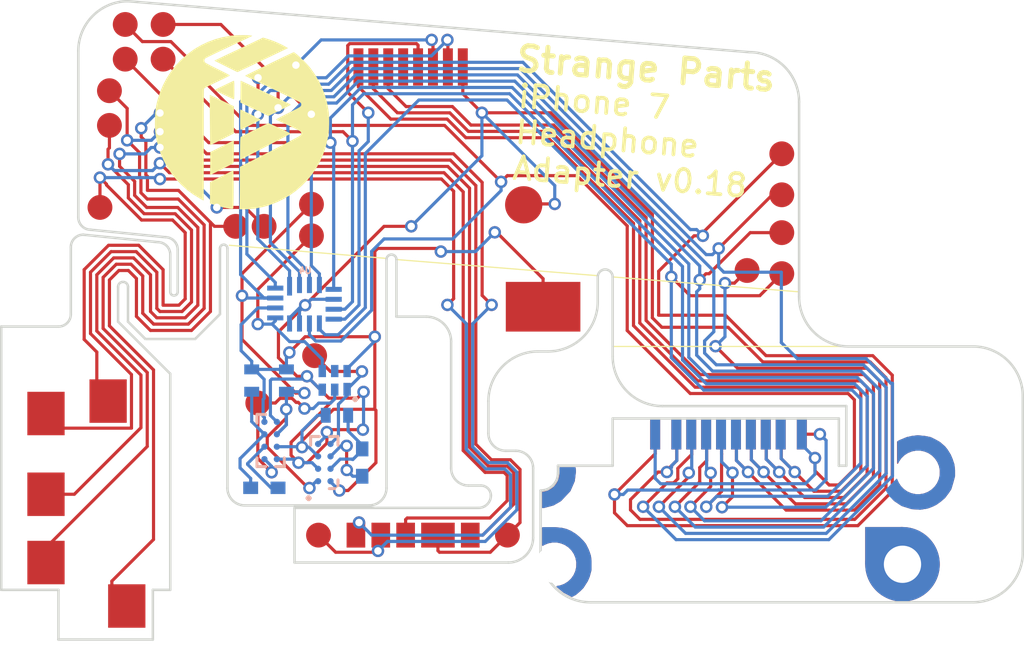
<source format=kicad_pcb>
(kicad_pcb (version 4) (host pcbnew 4.0.6)

  (general
    (links 77)
    (no_connects 0)
    (area 123.349999 60.749999 164.550001 86.550001)
    (thickness 0.2)
    (drawings 99)
    (tracks 793)
    (zones 0)
    (modules 34)
    (nets 30)
  )

  (page A4)
  (title_block
    (title "iPhone 7 Headphone Adapter")
    (date 2017-06-13)
    (rev v0.18)
    (company "Strange Parts")
  )

  (layers
    (0 F.Cu signal)
    (31 B.Cu signal)
    (32 B.Adhes user hide)
    (33 F.Adhes user hide)
    (34 B.Paste user hide)
    (35 F.Paste user hide)
    (36 B.SilkS user)
    (37 F.SilkS user)
    (38 B.Mask user hide)
    (39 F.Mask user hide)
    (40 Dwgs.User user hide)
    (41 Cmts.User user hide)
    (42 Eco1.User user hide)
    (43 Eco2.User user hide)
    (44 Edge.Cuts user)
    (45 Margin user hide)
    (46 B.CrtYd user)
    (47 F.CrtYd user)
    (48 B.Fab user hide)
    (49 F.Fab user hide)
  )

  (setup
    (last_trace_width 0.127)
    (trace_clearance 0.126)
    (zone_clearance 0.01)
    (zone_45_only yes)
    (trace_min 0.127)
    (segment_width 0.1)
    (edge_width 0.1)
    (via_size 0.5)
    (via_drill 0.3)
    (via_min_size 0.5)
    (via_min_drill 0.3)
    (uvia_size 0.3)
    (uvia_drill 0.1)
    (uvias_allowed no)
    (uvia_min_size 0.2)
    (uvia_min_drill 0.1)
    (pcb_text_width 0.3)
    (pcb_text_size 0.25 0.25)
    (mod_edge_width 0.15)
    (mod_text_size 1 1)
    (mod_text_width 0.15)
    (pad_size 1 1.5)
    (pad_drill 1)
    (pad_to_mask_clearance 0)
    (aux_axis_origin 122.8 86.5)
    (grid_origin 122.8 86.5)
    (visible_elements FFFFFE7F)
    (pcbplotparams
      (layerselection 0x010f0_80000001)
      (usegerberextensions false)
      (gerberprecision 5)
      (excludeedgelayer true)
      (linewidth 0.100000)
      (plotframeref false)
      (viasonmask false)
      (mode 1)
      (useauxorigin false)
      (hpglpennumber 1)
      (hpglpenspeed 20)
      (hpglpendiameter 15)
      (hpglpenoverlay 2)
      (psnegative false)
      (psa4output false)
      (plotreference true)
      (plotvalue true)
      (plotinvisibletext false)
      (padsonsilk false)
      (subtractmaskfromsilk false)
      (outputformat 1)
      (mirror false)
      (drillshape 0)
      (scaleselection 1)
      (outputdirectory gerbers/))
  )

  (net 0 "")
  (net 1 "Net-(C1-Pad1)")
  (net 2 "Net-(C1-Pad2)")
  (net 3 "Net-(C2-Pad1)")
  (net 4 "Net-(C2-Pad2)")
  (net 5 GNDREF)
  (net 6 /JPIN2)
  (net 7 /JPIN3)
  (net 8 /JPIN4)
  (net 9 /PPIN5)
  (net 10 /PPIN6)
  (net 11 /PPIN7)
  (net 12 /PPIN8)
  (net 13 /PSHIELD)
  (net 14 /PPIN2)
  (net 15 /PPIN3)
  (net 16 /PPIN4)
  (net 17 "Net-(J5-Pad14)")
  (net 18 "Net-(J5-Pad11)")
  (net 19 /HPIN2)
  (net 20 /HPIN3)
  (net 21 /HPIN4)
  (net 22 "Net-(J5-Pad15)")
  (net 23 "Net-(J5-Pad13)")
  (net 24 "Net-(J5-Pad12)")
  (net 25 VCC)
  (net 26 /JSHIELD)
  (net 27 "Net-(T_EN1-Pad1)")
  (net 28 "Net-(T_U1-Pad1)")
  (net 29 "Net-(T_U2-Pad1)")

  (net_class Default "This is the default net class."
    (clearance 0.126)
    (trace_width 0.127)
    (via_dia 0.5)
    (via_drill 0.3)
    (uvia_dia 0.3)
    (uvia_drill 0.1)
    (add_net /HPIN2)
    (add_net /HPIN3)
    (add_net /HPIN4)
    (add_net /JPIN2)
    (add_net /JPIN3)
    (add_net /JPIN4)
    (add_net /JSHIELD)
    (add_net /PPIN2)
    (add_net /PPIN3)
    (add_net /PPIN4)
    (add_net /PPIN5)
    (add_net /PPIN6)
    (add_net /PPIN7)
    (add_net /PPIN8)
    (add_net /PSHIELD)
    (add_net GNDREF)
    (add_net "Net-(C1-Pad1)")
    (add_net "Net-(C1-Pad2)")
    (add_net "Net-(C2-Pad1)")
    (add_net "Net-(C2-Pad2)")
    (add_net "Net-(J5-Pad11)")
    (add_net "Net-(J5-Pad12)")
    (add_net "Net-(J5-Pad13)")
    (add_net "Net-(J5-Pad14)")
    (add_net "Net-(J5-Pad15)")
    (add_net "Net-(T_EN1-Pad1)")
    (add_net "Net-(T_U1-Pad1)")
    (add_net "Net-(T_U2-Pad1)")
    (add_net VCC)
  )

  (module iphone_5_headphone_jack:IPHONE_5_HEADPHONE_JACK (layer F.Cu) (tedit 5975B320) (tstamp 594504D0)
    (at 125.2 83.4 180)
    (path /592675DD)
    (fp_text reference J7 (at 0 11.7 180) (layer F.SilkS) hide
      (effects (font (size 1 1) (thickness 0.15)))
    )
    (fp_text value IPHONE_HEADPHONE_JACK (at -0.65 -7.8 180) (layer F.Fab)
      (effects (font (size 1 1) (thickness 0.15)))
    )
    (fp_line (start -5 -4.38) (end 1.75 -4.38) (layer F.CrtYd) (width 0.05))
    (fp_line (start -5 -4.38) (end -5 9.57) (layer F.CrtYd) (width 0.05))
    (fp_line (start -5 9.57) (end 1.75 9.57) (layer F.CrtYd) (width 0.05))
    (fp_line (start 1.75 -4.38) (end 1.75 9.57) (layer F.CrtYd) (width 0.05))
    (pad 1 smd rect (at 0 0 180) (size 1.5 1.75) (layers F.Cu F.Paste F.Mask)
      (net 24 "Net-(J5-Pad12)"))
    (pad 4 smd rect (at 0 2.75 180) (size 1.5 1.75) (layers F.Cu F.Paste F.Mask)
      (net 18 "Net-(J5-Pad11)"))
    (pad 2 smd rect (at 0 6 180) (size 1.5 1.75) (layers F.Cu F.Paste F.Mask)
      (net 23 "Net-(J5-Pad13)"))
    (pad 3 smd rect (at -2.5 6.5 180) (size 1.5 1.75) (layers F.Cu F.Paste F.Mask)
      (net 22 "Net-(J5-Pad15)"))
    (pad 5 smd rect (at -3.25 -1.75 180) (size 1.5 1.75) (layers F.Cu F.Paste F.Mask)
      (net 17 "Net-(J5-Pad14)"))
    (pad "" np_thru_hole circle (at -1.25 8.25 180) (size 1 1) (drill 1) (layers *.Cu *.Mask))
    (pad "" np_thru_hole oval (at -1.25 -2.125 180) (size 1 1.5) (drill oval 1 1.5) (layers *.Cu *.Mask))
  )

  (module lightning_jack:LIGHTNING_JACK_NO_LEFT_HOLES (layer F.Cu) (tedit 5962369C) (tstamp 5962589A)
    (at 152.66 81.97)
    (path /59253C87)
    (fp_text reference J1 (at 0 5.55) (layer F.SilkS) hide
      (effects (font (size 1 1) (thickness 0.15)))
    )
    (fp_text value LIGHTING_JACK (at 0 -5.45) (layer F.Fab)
      (effects (font (size 1 1) (thickness 0.15)))
    )
    (fp_circle (center -7 1.5) (end -5.5 1.5) (layer Dwgs.User) (width 0.01))
    (fp_circle (center -7.625 -2.25) (end -9.125 -2.25) (layer Dwgs.User) (width 0.01))
    (fp_circle (center -6.125 -1.25) (end -5.625 -1.25) (layer Dwgs.User) (width 0.01))
    (fp_circle (center 6.125 -1.25) (end 6.625 -1.25) (layer Dwgs.User) (width 0.01))
    (fp_circle (center 7.625 -2.2) (end 9.125 -2.15) (layer Dwgs.User) (width 0.01))
    (fp_circle (center -7 1.5) (end -6.25 1.5) (layer Dwgs.User) (width 0.01))
    (fp_circle (center -7.625 -2.25) (end -6.875 -2.25) (layer Dwgs.User) (width 0.01))
    (fp_line (start 9.4 -0.55) (end 5 -0.55) (layer F.CrtYd) (width 0.15))
    (fp_line (start 9.4 -3.85) (end 5 -3.85) (layer F.CrtYd) (width 0.15))
    (fp_line (start -9.5 -0.55) (end -5 -0.55) (layer F.CrtYd) (width 0.15))
    (fp_line (start -9.5 -3.85) (end -5 -3.85) (layer F.CrtYd) (width 0.15))
    (fp_line (start -5 0.05) (end -8.2 0.05) (layer F.CrtYd) (width 0.15))
    (fp_line (start -8.2 2.35) (end -5 2.35) (layer F.CrtYd) (width 0.15))
    (fp_line (start -8.2 0.05) (end -8.2 2.35) (layer F.CrtYd) (width 0.15))
    (fp_line (start 8.2 0.05) (end 8.2 2.35) (layer F.CrtYd) (width 0.15))
    (fp_line (start 8.2 2.35) (end 5 2.35) (layer F.CrtYd) (width 0.15))
    (fp_line (start 5 0.05) (end 8.2 0.05) (layer F.CrtYd) (width 0.15))
    (fp_line (start -9.5 -3.85) (end -9.5 -0.55) (layer F.CrtYd) (width 0.15))
    (fp_line (start 9.4 -3.85) (end 9.4 -0.55) (layer F.CrtYd) (width 0.15))
    (fp_line (start -4.93 -4.25) (end -3.53 -4.25) (layer F.CrtYd) (width 0.15))
    (fp_line (start 4.96 -4.25) (end 3.48 -4.25) (layer F.CrtYd) (width 0.15))
    (fp_line (start 4.96 4.24) (end 4.96 -4.25) (layer F.CrtYd) (width 0.15))
    (fp_line (start -4.92 4.25) (end 4.96 4.25) (layer F.CrtYd) (width 0.15))
    (fp_line (start -4.93 -4.25) (end -4.93 4.24) (layer F.CrtYd) (width 0.15))
    (pad "" smd rect (at 6.25 0.75) (size 1.5 1.5) (layers B.Cu B.Paste B.Mask))
    (pad "" smd rect (at 6.25 0.75) (size 1.5 1.5) (layers F.Cu F.Paste F.Mask))
    (pad 2 smd rect (at -2.1 -3.75) (size 0.4 1.25) (layers F.Cu F.Paste F.Mask)
      (net 5 GNDREF))
    (pad "" np_thru_hole circle (at 7 1.5) (size 3 3) (drill 1.5) (layers *.Cu *.Paste *.Mask))
    (pad "" np_thru_hole circle (at 7.625 -2.2) (size 1.5 1.5) (drill 1.5) (layers *.Cu *.Paste *.Mask))
    (pad 10 smd rect (at 2.95 -3.75) (size 0.4 1.25) (layers F.Cu F.Paste F.Mask)
      (net 26 /JSHIELD))
    (pad 1 smd rect (at -2.95 -3.75) (size 0.4 1.25) (layers F.Cu F.Paste F.Mask)
      (net 26 /JSHIELD))
    (pad 3 smd rect (at -1.5 -3.75) (size 0.4 1.25) (layers F.Cu F.Paste F.Mask)
      (net 6 /JPIN2))
    (pad 4 smd rect (at -0.9 -3.75) (size 0.4 1.25) (layers F.Cu F.Paste F.Mask)
      (net 7 /JPIN3))
    (pad 5 smd rect (at -0.3 -3.75) (size 0.4 1.25) (layers F.Cu F.Paste F.Mask)
      (net 8 /JPIN4))
    (pad 6 smd rect (at 0.3 -3.75) (size 0.4 1.25) (layers F.Cu F.Paste F.Mask)
      (net 9 /PPIN5))
    (pad 7 smd rect (at 0.9 -3.75) (size 0.4 1.25) (layers F.Cu F.Paste F.Mask)
      (net 10 /PPIN6))
    (pad 8 smd rect (at 1.5 -3.75) (size 0.4 1.25) (layers F.Cu F.Paste F.Mask)
      (net 11 /PPIN7))
    (pad 9 smd rect (at 2.1 -3.75) (size 0.4 1.25) (layers F.Cu F.Paste F.Mask)
      (net 12 /PPIN8))
  )

  (module wire_pads:WIRE_PAD_2x3mm (layer F.Cu) (tedit 593E28BA) (tstamp 593E28A9)
    (at 145.2 73.1)
    (path /593E2C88)
    (fp_text reference J2 (at 0 1.85) (layer F.SilkS) hide
      (effects (font (size 1 1) (thickness 0.15)))
    )
    (fp_text value CONN_01X01 (at 0.05 -1.9) (layer F.Fab) hide
      (effects (font (size 1 1) (thickness 0.15)))
    )
    (pad 1 smd rect (at 0 0) (size 3 2) (layers F.Cu F.Paste F.Mask)
      (net 25 VCC))
  )

  (module strange_parts_logo:strange_parts_logo-7mm (layer F.Cu) (tedit 0) (tstamp 59D12AC4)
    (at 133.087 65.672)
    (fp_text reference G*** (at 0 0) (layer F.SilkS) hide
      (effects (font (thickness 0.3)))
    )
    (fp_text value LOGO (at 0.75 0) (layer F.SilkS) hide
      (effects (font (thickness 0.3)))
    )
    (fp_poly (pts (xy 2.097467 -2.808977) (xy 2.132691 -2.785785) (xy 2.181083 -2.747747) (xy 2.239912 -2.697455)
      (xy 2.30645 -2.637505) (xy 2.377965 -2.57049) (xy 2.451729 -2.499004) (xy 2.525012 -2.425642)
      (xy 2.595084 -2.352997) (xy 2.659216 -2.283664) (xy 2.714678 -2.220236) (xy 2.751505 -2.174798)
      (xy 2.932595 -1.919064) (xy 3.090215 -1.651658) (xy 3.223664 -1.374285) (xy 3.332245 -1.08865)
      (xy 3.415258 -0.796459) (xy 3.472003 -0.499418) (xy 3.487138 -0.380103) (xy 3.494636 -0.285372)
      (xy 3.499276 -0.171063) (xy 3.501117 -0.044796) (xy 3.500222 0.085807) (xy 3.496651 0.213125)
      (xy 3.490467 0.329537) (xy 3.481729 0.427422) (xy 3.480565 0.437139) (xy 3.429599 0.739116)
      (xy 3.352914 1.033356) (xy 3.251411 1.31841) (xy 3.125995 1.592833) (xy 2.977569 1.855176)
      (xy 2.807034 2.103992) (xy 2.615295 2.337836) (xy 2.403254 2.555259) (xy 2.171814 2.754814)
      (xy 1.921879 2.935055) (xy 1.921756 2.935136) (xy 1.668268 3.086559) (xy 1.403428 3.215846)
      (xy 1.129993 3.322147) (xy 0.850721 3.404613) (xy 0.56837 3.462392) (xy 0.285697 3.494635)
      (xy 0.083785 3.501562) (xy -0.099967 3.501562) (xy -0.091073 3.327168) (xy -0.089269 3.277833)
      (xy -0.087581 3.204717) (xy -0.086047 3.111398) (xy -0.084705 3.00145) (xy -0.083592 2.878449)
      (xy -0.082747 2.745971) (xy -0.082209 2.607592) (xy -0.082015 2.475714) (xy -0.081852 1.798654)
      (xy 1.118283 1.185325) (xy 1.33688 1.073395) (xy 1.535784 0.971102) (xy 1.71447 0.878725)
      (xy 1.87241 0.796541) (xy 2.009078 0.724829) (xy 2.123948 0.663865) (xy 2.216493 0.613929)
      (xy 2.286187 0.575297) (xy 2.332503 0.548248) (xy 2.354915 0.533059) (xy 2.356031 0.531986)
      (xy 2.387371 0.483382) (xy 2.39144 0.434077) (xy 2.368237 0.385312) (xy 2.356031 0.371051)
      (xy 2.330866 0.352445) (xy 2.281029 0.323769) (xy 2.206391 0.284957) (xy 2.106821 0.235943)
      (xy 1.982189 0.176662) (xy 1.853366 0.116728) (xy 1.748 0.067949) (xy 1.650365 0.022448)
      (xy 1.563276 -0.01844) (xy 1.48955 -0.05338) (xy 1.432002 -0.081038) (xy 1.393448 -0.100077)
      (xy 1.376703 -0.109163) (xy 1.376373 -0.109436) (xy 1.385551 -0.1178) (xy 1.416868 -0.136738)
      (xy 1.467829 -0.164934) (xy 1.535938 -0.201067) (xy 1.618699 -0.24382) (xy 1.713616 -0.291874)
      (xy 1.818193 -0.343912) (xy 1.848765 -0.358966) (xy 1.98851 -0.428104) (xy 2.104443 -0.486526)
      (xy 2.197662 -0.534823) (xy 2.269266 -0.573586) (xy 2.320353 -0.603404) (xy 2.352022 -0.624867)
      (xy 2.363372 -0.635423) (xy 2.389725 -0.686993) (xy 2.390502 -0.738701) (xy 2.365928 -0.785609)
      (xy 2.356031 -0.79584) (xy 2.338241 -0.806833) (xy 2.297545 -0.828562) (xy 2.235796 -0.860123)
      (xy 2.154844 -0.90061) (xy 2.056539 -0.949118) (xy 1.942733 -1.004742) (xy 1.815276 -1.066577)
      (xy 1.676018 -1.133718) (xy 1.526811 -1.20526) (xy 1.369505 -1.280297) (xy 1.231303 -1.345917)
      (xy 1.069413 -1.422682) (xy 0.914586 -1.496214) (xy 0.76861 -1.565657) (xy 0.633272 -1.630157)
      (xy 0.51036 -1.688856) (xy 0.401662 -1.740899) (xy 0.308967 -1.78543) (xy 0.234061 -1.821593)
      (xy 0.178734 -1.848533) (xy 0.144772 -1.865393) (xy 0.133975 -1.871216) (xy 0.144907 -1.877974)
      (xy 0.178252 -1.895466) (xy 0.231756 -1.922598) (xy 0.303166 -1.958277) (xy 0.390228 -2.00141)
      (xy 0.490689 -2.050902) (xy 0.602295 -2.105659) (xy 0.722792 -2.164588) (xy 0.849927 -2.226596)
      (xy 0.981446 -2.290588) (xy 1.115095 -2.355471) (xy 1.248621 -2.420152) (xy 1.379771 -2.483535)
      (xy 1.506289 -2.544529) (xy 1.625924 -2.602039) (xy 1.736421 -2.654971) (xy 1.835526 -2.702232)
      (xy 1.920987 -2.742727) (xy 1.990548 -2.775364) (xy 2.041958 -2.799049) (xy 2.072961 -2.812688)
      (xy 2.078138 -2.814727) (xy 2.097467 -2.808977)) (layer F.SilkS) (width 0.01))
    (fp_poly (pts (xy -0.34873 1.955437) (xy -0.347037 1.992874) (xy -0.345596 2.051504) (xy -0.344407 2.128246)
      (xy -0.343468 2.220018) (xy -0.34278 2.323739) (xy -0.342343 2.436329) (xy -0.342155 2.554706)
      (xy -0.342217 2.675788) (xy -0.342528 2.796496) (xy -0.343087 2.913747) (xy -0.343896 3.024462)
      (xy -0.344952 3.125557) (xy -0.346257 3.213954) (xy -0.347809 3.28657) (xy -0.349608 3.340324)
      (xy -0.350836 3.362681) (xy -0.354249 3.416342) (xy -0.358532 3.452808) (xy -0.368187 3.474574)
      (xy -0.387712 3.484133) (xy -0.421611 3.483979) (xy -0.474383 3.476607) (xy -0.538072 3.466429)
      (xy -0.704548 3.435119) (xy -0.884009 3.391592) (xy -1.066388 3.338361) (xy -1.117728 3.321687)
      (xy -1.28573 3.26582) (xy -1.285544 2.839991) (xy -1.285359 2.414163) (xy -0.822379 2.178218)
      (xy -0.71847 2.125377) (xy -0.622246 2.076661) (xy -0.536415 2.033426) (xy -0.46369 1.997028)
      (xy -0.406779 1.968822) (xy -0.368395 1.950165) (xy -0.351247 1.942411) (xy -0.350675 1.942273)
      (xy -0.34873 1.955437)) (layer F.SilkS) (width 0.01))
    (fp_poly (pts (xy 0.119616 -3.500104) (xy 0.208179 -3.498348) (xy 0.281522 -3.495096) (xy 0.334166 -3.490298)
      (xy 0.34195 -3.489112) (xy 0.4035 -3.478689) (xy 0.27356 -3.416509) (xy 0.238246 -3.399685)
      (xy 0.180726 -3.372375) (xy 0.103526 -3.335777) (xy 0.009177 -3.291086) (xy -0.099794 -3.2395)
      (xy -0.220858 -3.182216) (xy -0.351487 -3.12043) (xy -0.489152 -3.05534) (xy -0.631324 -2.988143)
      (xy -0.656543 -2.976226) (xy -0.795914 -2.910115) (xy -0.928544 -2.846714) (xy -1.052259 -2.787092)
      (xy -1.164885 -2.732321) (xy -1.264248 -2.683471) (xy -1.348173 -2.641613) (xy -1.414487 -2.607818)
      (xy -1.461016 -2.583157) (xy -1.485586 -2.5687) (xy -1.48833 -2.566532) (xy -1.51495 -2.522108)
      (xy -1.519461 -2.469557) (xy -1.501236 -2.417687) (xy -1.499143 -2.414387) (xy -1.484565 -2.400578)
      (xy -1.453929 -2.380082) (xy -1.405811 -2.352134) (xy -1.338786 -2.315969) (xy -1.251429 -2.270822)
      (xy -1.142315 -2.215927) (xy -1.01002 -2.15052) (xy -0.983825 -2.137664) (xy -0.876657 -2.084752)
      (xy -0.777749 -2.035203) (xy -0.689677 -1.990363) (xy -0.615018 -1.951577) (xy -0.55635 -1.920189)
      (xy -0.51625 -1.897544) (xy -0.497294 -1.884986) (xy -0.496135 -1.883216) (xy -0.509067 -1.874682)
      (xy -0.54413 -1.855863) (xy -0.598679 -1.828067) (xy -0.670068 -1.792605) (xy -0.75565 -1.750787)
      (xy -0.852781 -1.703922) (xy -0.958814 -1.65332) (xy -0.998927 -1.634312) (xy -1.148509 -1.562989)
      (xy -1.273106 -1.50233) (xy -1.372684 -1.452352) (xy -1.447211 -1.413072) (xy -1.496654 -1.384506)
      (xy -1.520981 -1.366672) (xy -1.522406 -1.364998) (xy -1.525654 -1.359859) (xy -1.528608 -1.352714)
      (xy -1.53128 -1.342313) (xy -1.533684 -1.327404) (xy -1.535833 -1.306737) (xy -1.53774 -1.279061)
      (xy -1.539417 -1.243124) (xy -1.540879 -1.197676) (xy -1.542137 -1.141466) (xy -1.543206 -1.073242)
      (xy -1.544097 -0.991754) (xy -1.544825 -0.895751) (xy -1.545402 -0.783983) (xy -1.545841 -0.655197)
      (xy -1.546155 -0.508143) (xy -1.546357 -0.34157) (xy -1.546461 -0.154227) (xy -1.546479 0.055136)
      (xy -1.546425 0.287771) (xy -1.546311 0.544929) (xy -1.546151 0.827861) (xy -1.546102 0.907265)
      (xy -1.545975 1.152485) (xy -1.545902 1.390194) (xy -1.54588 1.618961) (xy -1.545907 1.837356)
      (xy -1.545982 2.043945) (xy -1.546103 2.237299) (xy -1.546268 2.415985) (xy -1.546475 2.578573)
      (xy -1.546723 2.72363) (xy -1.547009 2.849726) (xy -1.547333 2.955429) (xy -1.547692 3.039307)
      (xy -1.548084 3.09993) (xy -1.548508 3.135866) (xy -1.548898 3.145934) (xy -1.56174 3.139679)
      (xy -1.59375 3.122608) (xy -1.640226 3.097266) (xy -1.696464 3.066197) (xy -1.701514 3.06339)
      (xy -1.964408 2.901832) (xy -2.210113 2.719639) (xy -2.437652 2.518148) (xy -2.646049 2.298696)
      (xy -2.834327 2.06262) (xy -3.001511 1.811257) (xy -3.146625 1.545944) (xy -3.268691 1.268018)
      (xy -3.366734 0.978816) (xy -3.438937 0.683899) (xy -3.462255 0.55721) (xy -3.479507 0.438335)
      (xy -3.491207 0.320361) (xy -3.497873 0.196375) (xy -3.500019 0.059466) (xy -3.498163 -0.097278)
      (xy -3.49795 -0.106816) (xy -3.492546 -0.264753) (xy -3.483389 -0.40305) (xy -3.46943 -0.529288)
      (xy -3.44962 -0.651051) (xy -3.42291 -0.775919) (xy -3.388252 -0.911475) (xy -3.384991 -0.923421)
      (xy -3.290557 -1.216852) (xy -3.171545 -1.499194) (xy -3.028941 -1.769101) (xy -2.86373 -2.025221)
      (xy -2.676898 -2.266207) (xy -2.469431 -2.49071) (xy -2.242314 -2.697381) (xy -1.996534 -2.88487)
      (xy -1.908077 -2.94454) (xy -1.645246 -3.099965) (xy -1.370339 -3.230942) (xy -1.084025 -3.337228)
      (xy -0.786972 -3.418582) (xy -0.479846 -3.474761) (xy -0.424537 -3.482057) (xy -0.35972 -3.488216)
      (xy -0.277247 -3.493181) (xy -0.182598 -3.496903) (xy -0.081251 -3.499331) (xy 0.021313 -3.500415)
      (xy 0.119616 -3.500104)) (layer F.SilkS) (width 0.01))
    (fp_poly (pts (xy -0.332167 0.75164) (xy -0.331417 0.788149) (xy -0.331174 0.844268) (xy -0.331384 0.916127)
      (xy -0.331992 0.999857) (xy -0.332943 1.091588) (xy -0.334182 1.187451) (xy -0.335653 1.283576)
      (xy -0.337302 1.376093) (xy -0.339073 1.461134) (xy -0.340912 1.534828) (xy -0.342763 1.593306)
      (xy -0.344571 1.632698) (xy -0.346281 1.649135) (xy -0.346448 1.649369) (xy -0.371645 1.662727)
      (xy -0.416176 1.685738) (xy -0.476796 1.716764) (xy -0.550256 1.754167) (xy -0.633311 1.796311)
      (xy -0.722712 1.841558) (xy -0.815212 1.888271) (xy -0.907565 1.934813) (xy -0.996524 1.979546)
      (xy -1.078841 2.020833) (xy -1.151269 2.057036) (xy -1.210561 2.086519) (xy -1.25347 2.107644)
      (xy -1.276748 2.118774) (xy -1.279978 2.120086) (xy -1.283378 2.107464) (xy -1.284322 2.07361)
      (xy -1.282763 2.024541) (xy -1.280939 1.994883) (xy -1.278373 1.944511) (xy -1.276097 1.872611)
      (xy -1.274225 1.785009) (xy -1.272869 1.687532) (xy -1.272143 1.586007) (xy -1.272052 1.537074)
      (xy -1.272052 1.204467) (xy -0.807405 0.971539) (xy -0.70311 0.919374) (xy -0.606502 0.871281)
      (xy -0.520304 0.8286) (xy -0.447239 0.792667) (xy -0.39003 0.764822) (xy -0.351401 0.746403)
      (xy -0.334074 0.738748) (xy -0.333481 0.738611) (xy -0.332167 0.75164)) (layer F.SilkS) (width 0.01))
    (fp_poly (pts (xy 1.08025 0.047336) (xy 1.119719 0.063206) (xy 1.176261 0.087584) (xy 1.246454 0.118859)
      (xy 1.326875 0.155422) (xy 1.414101 0.195662) (xy 1.504709 0.237971) (xy 1.595276 0.280738)
      (xy 1.68238 0.322354) (xy 1.762598 0.361209) (xy 1.832507 0.395693) (xy 1.888685 0.424197)
      (xy 1.927708 0.44511) (xy 1.946154 0.456824) (xy 1.947163 0.458212) (xy 1.935498 0.465872)
      (xy 1.90166 0.484861) (xy 1.847832 0.514048) (xy 1.776194 0.552304) (xy 1.68893 0.598498)
      (xy 1.58822 0.651502) (xy 1.476247 0.710185) (xy 1.355192 0.773417) (xy 1.227238 0.840069)
      (xy 1.094566 0.909011) (xy 0.959358 0.979113) (xy 0.823796 1.049246) (xy 0.690062 1.118279)
      (xy 0.560337 1.185082) (xy 0.436804 1.248526) (xy 0.321645 1.307481) (xy 0.217041 1.360818)
      (xy 0.125174 1.407406) (xy 0.048226 1.446115) (xy -0.011622 1.475817) (xy -0.052186 1.49538)
      (xy -0.071286 1.503675) (xy -0.072217 1.503882) (xy -0.074515 1.490913) (xy -0.076108 1.453789)
      (xy -0.076984 1.3957) (xy -0.077132 1.31984) (xy -0.07654 1.229399) (xy -0.075194 1.12757)
      (xy -0.073907 1.056624) (xy -0.071496 0.948566) (xy -0.068809 0.849363) (xy -0.065974 0.762299)
      (xy -0.063115 0.690654) (xy -0.060359 0.637712) (xy -0.057832 0.606755) (xy -0.056402 0.600005)
      (xy -0.040466 0.58998) (xy -0.003204 0.569572) (xy 0.052354 0.540298) (xy 0.123179 0.503669)
      (xy 0.20624 0.461201) (xy 0.298507 0.414407) (xy 0.39695 0.364801) (xy 0.498538 0.313897)
      (xy 0.600242 0.263209) (xy 0.699032 0.214251) (xy 0.791877 0.168537) (xy 0.875747 0.12758)
      (xy 0.947612 0.092896) (xy 1.004441 0.065997) (xy 1.043206 0.048398) (xy 1.060875 0.041612)
      (xy 1.061277 0.041582) (xy 1.08025 0.047336)) (layer F.SilkS) (width 0.01))
    (fp_poly (pts (xy -1.277289 -1.088375) (xy -1.242591 -1.073192) (xy -1.188614 -1.048572) (xy -1.118028 -1.015762)
      (xy -1.033505 -0.976003) (xy -0.937715 -0.93054) (xy -0.83333 -0.880616) (xy -0.807218 -0.868072)
      (xy -0.328271 -0.637782) (xy -0.328903 0.444534) (xy -0.797058 0.68094) (xy -0.901655 0.733635)
      (xy -0.998567 0.782219) (xy -1.085091 0.825357) (xy -1.158524 0.861711) (xy -1.216164 0.889944)
      (xy -1.255307 0.908718) (xy -1.273251 0.916698) (xy -1.274028 0.916885) (xy -1.275534 0.903487)
      (xy -1.277107 0.864875) (xy -1.278717 0.803189) (xy -1.280332 0.720569) (xy -1.281923 0.619158)
      (xy -1.283457 0.501095) (xy -1.284906 0.368522) (xy -1.286237 0.22358) (xy -1.287421 0.068409)
      (xy -1.288375 -0.085487) (xy -1.289224 -0.248502) (xy -1.289929 -0.403425) (xy -1.290488 -0.548101)
      (xy -1.290896 -0.680375) (xy -1.291151 -0.798092) (xy -1.291249 -0.899096) (xy -1.291186 -0.981232)
      (xy -1.290959 -1.042346) (xy -1.290563 -1.080282) (xy -1.290037 -1.09288) (xy -1.277289 -1.088375)) (layer F.SilkS) (width 0.01))
    (fp_poly (pts (xy -0.045927 -0.500344) (xy -0.009983 -0.484263) (xy 0.043076 -0.459558) (xy 0.109739 -0.427941)
      (xy 0.186494 -0.391127) (xy 0.269831 -0.35083) (xy 0.356239 -0.308764) (xy 0.442208 -0.266644)
      (xy 0.524226 -0.226183) (xy 0.598782 -0.189095) (xy 0.662367 -0.157095) (xy 0.711469 -0.131897)
      (xy 0.742577 -0.115215) (xy 0.752289 -0.108885) (xy 0.740608 -0.100646) (xy 0.707896 -0.082064)
      (xy 0.657644 -0.054917) (xy 0.593346 -0.020983) (xy 0.518495 0.017963) (xy 0.436584 0.060142)
      (xy 0.351106 0.103778) (xy 0.265553 0.147094) (xy 0.183419 0.188313) (xy 0.108197 0.225658)
      (xy 0.043379 0.257352) (xy -0.00754 0.281618) (xy -0.04107 0.296678) (xy -0.053245 0.300916)
      (xy -0.058037 0.291143) (xy -0.061854 0.260918) (xy -0.064747 0.208885) (xy -0.066766 0.133685)
      (xy -0.067963 0.033959) (xy -0.068388 -0.091648) (xy -0.06839 -0.102585) (xy -0.068158 -0.204482)
      (xy -0.067501 -0.296929) (xy -0.066479 -0.376554) (xy -0.065152 -0.439985) (xy -0.06358 -0.483852)
      (xy -0.061821 -0.504781) (xy -0.061247 -0.506085) (xy -0.045927 -0.500344)) (layer F.SilkS) (width 0.01))
    (fp_poly (pts (xy -0.036287 -1.660214) (xy -0.00107 -1.644546) (xy 0.054304 -1.619134) (xy 0.127596 -1.585049)
      (xy 0.216564 -1.543359) (xy 0.318967 -1.495136) (xy 0.432564 -1.441448) (xy 0.555114 -1.383367)
      (xy 0.684376 -1.32196) (xy 0.81811 -1.258299) (xy 0.954073 -1.193453) (xy 1.090026 -1.128491)
      (xy 1.223727 -1.064485) (xy 1.352935 -1.002503) (xy 1.475409 -0.943616) (xy 1.588908 -0.888892)
      (xy 1.691192 -0.839403) (xy 1.780018 -0.796218) (xy 1.853147 -0.760407) (xy 1.908336 -0.733039)
      (xy 1.943346 -0.715185) (xy 1.955935 -0.707914) (xy 1.955943 -0.707877) (xy 1.944204 -0.699579)
      (xy 1.911204 -0.680973) (xy 1.860276 -0.653729) (xy 1.794753 -0.61952) (xy 1.717966 -0.580017)
      (xy 1.633248 -0.53689) (xy 1.543932 -0.491813) (xy 1.45335 -0.446456) (xy 1.364835 -0.402492)
      (xy 1.281718 -0.36159) (xy 1.207333 -0.325424) (xy 1.145012 -0.295665) (xy 1.098088 -0.273983)
      (xy 1.069892 -0.262052) (xy 1.063546 -0.260251) (xy 1.048015 -0.266098) (xy 1.010429 -0.282683)
      (xy 0.953344 -0.308809) (xy 0.879321 -0.34328) (xy 0.790917 -0.384897) (xy 0.690691 -0.432465)
      (xy 0.581202 -0.484786) (xy 0.492407 -0.527455) (xy -0.061551 -0.79429) (xy -0.056858 -1.228082)
      (xy -0.055619 -1.334066) (xy -0.054312 -1.43088) (xy -0.052993 -1.51524) (xy -0.051722 -1.583862)
      (xy -0.050557 -1.633463) (xy -0.049555 -1.66076) (xy -0.049104 -1.665068) (xy -0.036287 -1.660214)) (layer F.SilkS) (width 0.01))
    (fp_poly (pts (xy -0.323608 -1.654576) (xy -0.320266 -1.617266) (xy -0.317634 -1.556399) (xy -0.315778 -1.473871)
      (xy -0.314767 -1.371579) (xy -0.314593 -1.300547) (xy -0.314868 -1.185073) (xy -0.315768 -1.094527)
      (xy -0.317403 -1.026489) (xy -0.319887 -0.978537) (xy -0.323332 -0.948248) (xy -0.327848 -0.933201)
      (xy -0.331691 -0.93044) (xy -0.347894 -0.936268) (xy -0.385519 -0.952598) (xy -0.441389 -0.977964)
      (xy -0.512327 -1.010901) (xy -0.595156 -1.04994) (xy -0.6867 -1.093618) (xy -0.721513 -1.110356)
      (xy -0.814601 -1.155469) (xy -0.899194 -1.19697) (xy -0.972283 -1.233344) (xy -1.03086 -1.263074)
      (xy -1.071917 -1.284644) (xy -1.092445 -1.296537) (xy -1.094238 -1.298213) (xy -1.082468 -1.305246)
      (xy -1.049576 -1.322197) (xy -0.999183 -1.347327) (xy -0.934915 -1.378895) (xy -0.860394 -1.41516)
      (xy -0.779244 -1.454383) (xy -0.695089 -1.494822) (xy -0.611553 -1.534738) (xy -0.532259 -1.57239)
      (xy -0.46083 -1.606038) (xy -0.400891 -1.63394) (xy -0.356064 -1.654357) (xy -0.329974 -1.665549)
      (xy -0.327593 -1.666433) (xy -0.323608 -1.654576)) (layer F.SilkS) (width 0.01))
    (fp_poly (pts (xy 1.001946 -3.357495) (xy 1.15483 -3.307415) (xy 1.314279 -3.246799) (xy 1.472423 -3.179071)
      (xy 1.621387 -3.107653) (xy 1.753301 -3.035969) (xy 1.784976 -3.017011) (xy 1.839688 -2.983485)
      (xy 1.723425 -2.929248) (xy 1.691728 -2.914308) (xy 1.637662 -2.888644) (xy 1.563528 -2.853354)
      (xy 1.471625 -2.809537) (xy 1.364254 -2.75829) (xy 1.243717 -2.700713) (xy 1.112312 -2.637902)
      (xy 0.972341 -2.570958) (xy 0.826103 -2.500977) (xy 0.718949 -2.449675) (xy 0.572964 -2.379879)
      (xy 0.434059 -2.313684) (xy 0.304221 -2.252023) (xy 0.185437 -2.195829) (xy 0.079694 -2.146037)
      (xy -0.011022 -2.103578) (xy -0.084724 -2.069388) (xy -0.139425 -2.044398) (xy -0.173138 -2.029543)
      (xy -0.183797 -2.02558) (xy -0.198956 -2.031789) (xy -0.235745 -2.048923) (xy -0.291356 -2.075614)
      (xy -0.362981 -2.110493) (xy -0.44781 -2.152194) (xy -0.543036 -2.199347) (xy -0.645849 -2.250586)
      (xy -0.649703 -2.252513) (xy -1.101076 -2.478205) (xy -1.060043 -2.499838) (xy -1.041268 -2.509067)
      (xy -0.999771 -2.529008) (xy -0.937572 -2.558703) (xy -0.856692 -2.597194) (xy -0.759149 -2.64352)
      (xy -0.646964 -2.696725) (xy -0.522157 -2.755849) (xy -0.386747 -2.819934) (xy -0.242754 -2.888021)
      (xy -0.092199 -2.959152) (xy -0.085453 -2.962338) (xy 0.848104 -3.403206) (xy 1.001946 -3.357495)) (layer F.SilkS) (width 0.01))
  )

  (module Capacitors_SMD:C_0402_NoSilk (layer B.Cu) (tedit 597493AB) (tstamp 59E1547B)
    (at 133.985 80.391)
    (descr "Capacitor SMD 0402, reflow soldering, AVX (see smccp.pdf)")
    (tags "capacitor 0402")
    (path /5925CCF6)
    (attr smd)
    (fp_text reference C1 (at -0.771 -0.622) (layer B.SilkS) hide
      (effects (font (size 0.25 0.25) (thickness 0.0625)) (justify mirror))
    )
    (fp_text value 1uF (at -0.009 -0.368) (layer B.Fab)
      (effects (font (size 0.127 0.127) (thickness 0.01)) (justify mirror))
    )
    (fp_text user %R (at 0.753 0.394) (layer B.Fab)
      (effects (font (size 0.25 0.25) (thickness 0.0625)) (justify mirror))
    )
    (fp_line (start -0.5 -0.25) (end -0.5 0.25) (layer B.Fab) (width 0.1))
    (fp_line (start 0.5 -0.25) (end -0.5 -0.25) (layer B.Fab) (width 0.1))
    (fp_line (start 0.5 0.25) (end 0.5 -0.25) (layer B.Fab) (width 0.1))
    (fp_line (start -0.5 0.25) (end 0.5 0.25) (layer B.Fab) (width 0.1))
    (fp_line (start -1 0.4) (end 1 0.4) (layer B.CrtYd) (width 0.05))
    (fp_line (start -1 0.4) (end -1 -0.4) (layer B.CrtYd) (width 0.05))
    (fp_line (start 1 -0.4) (end 1 0.4) (layer B.CrtYd) (width 0.05))
    (fp_line (start 1 -0.4) (end -1 -0.4) (layer B.CrtYd) (width 0.05))
    (pad 1 smd rect (at -0.55 0) (size 0.6 0.5) (layers B.Cu B.Paste B.Mask)
      (net 1 "Net-(C1-Pad1)"))
    (pad 2 smd rect (at 0.55 0) (size 0.6 0.5) (layers B.Cu B.Paste B.Mask)
      (net 2 "Net-(C1-Pad2)"))
    (model Capacitors_SMD.3dshapes/C_0402.wrl
      (at (xyz 0 0 0))
      (scale (xyz 1 1 1))
      (rotate (xyz 0 0 0))
    )
  )

  (module Capacitors_SMD:C_0402_NoSilk (layer B.Cu) (tedit 597493A2) (tstamp 59E15489)
    (at 137.922 79.375 270)
    (descr "Capacitor SMD 0402, reflow soldering, AVX (see smccp.pdf)")
    (tags "capacitor 0402")
    (path /59264849)
    (attr smd)
    (fp_text reference C2 (at 0.013 -0.626 270) (layer B.SilkS) hide
      (effects (font (size 0.25 0.25) (thickness 0.0625)) (justify mirror))
    )
    (fp_text value 1uF (at 0.013 0.4535 270) (layer B.Fab)
      (effects (font (size 0.127 0.127) (thickness 0.01)) (justify mirror))
    )
    (fp_text user %R (at 0.013 -0.499 270) (layer B.Fab)
      (effects (font (size 0.25 0.25) (thickness 0.0625)) (justify mirror))
    )
    (fp_line (start -0.5 -0.25) (end -0.5 0.25) (layer B.Fab) (width 0.1))
    (fp_line (start 0.5 -0.25) (end -0.5 -0.25) (layer B.Fab) (width 0.1))
    (fp_line (start 0.5 0.25) (end 0.5 -0.25) (layer B.Fab) (width 0.1))
    (fp_line (start -0.5 0.25) (end 0.5 0.25) (layer B.Fab) (width 0.1))
    (fp_line (start -1 0.4) (end 1 0.4) (layer B.CrtYd) (width 0.05))
    (fp_line (start -1 0.4) (end -1 -0.4) (layer B.CrtYd) (width 0.05))
    (fp_line (start 1 -0.4) (end 1 0.4) (layer B.CrtYd) (width 0.05))
    (fp_line (start 1 -0.4) (end -1 -0.4) (layer B.CrtYd) (width 0.05))
    (pad 1 smd rect (at -0.55 0 270) (size 0.6 0.5) (layers B.Cu B.Paste B.Mask)
      (net 3 "Net-(C2-Pad1)"))
    (pad 2 smd rect (at 0.55 0 270) (size 0.6 0.5) (layers B.Cu B.Paste B.Mask)
      (net 4 "Net-(C2-Pad2)"))
    (model Capacitors_SMD.3dshapes/C_0402.wrl
      (at (xyz 0 0 0))
      (scale (xyz 1 1 1))
      (rotate (xyz 0 0 0))
    )
  )

  (module Resistors_SMD:R_0402_NoSilk (layer B.Cu) (tedit 597493AE) (tstamp 59E15497)
    (at 133.477 76.073 270)
    (descr "Resistor SMD 0402, reflow soldering, Vishay (see dcrcw.pdf)")
    (tags "resistor 0402")
    (path /5925CB48)
    (attr smd)
    (fp_text reference R1 (at -1.003 0.009 360) (layer B.SilkS) hide
      (effects (font (size 0.25 0.25) (thickness 0.0625)) (justify mirror))
    )
    (fp_text value 100K (at 0 -0.4355 270) (layer B.Fab)
      (effects (font (size 0.127 0.127) (thickness 0.01)) (justify mirror))
    )
    (fp_text user %R (at 0 0.517 270) (layer B.Fab)
      (effects (font (size 0.25 0.25) (thickness 0.05)) (justify mirror))
    )
    (fp_line (start -0.5 -0.25) (end -0.5 0.25) (layer B.Fab) (width 0.1))
    (fp_line (start 0.5 -0.25) (end -0.5 -0.25) (layer B.Fab) (width 0.1))
    (fp_line (start 0.5 0.25) (end 0.5 -0.25) (layer B.Fab) (width 0.1))
    (fp_line (start -0.5 0.25) (end 0.5 0.25) (layer B.Fab) (width 0.1))
    (fp_line (start -0.8 0.45) (end 0.8 0.45) (layer B.CrtYd) (width 0.05))
    (fp_line (start -0.8 0.45) (end -0.8 -0.45) (layer B.CrtYd) (width 0.05))
    (fp_line (start 0.8 -0.45) (end 0.8 0.45) (layer B.CrtYd) (width 0.05))
    (fp_line (start 0.8 -0.45) (end -0.8 -0.45) (layer B.CrtYd) (width 0.05))
    (pad 1 smd rect (at -0.45 0 270) (size 0.4 0.6) (layers B.Cu B.Paste B.Mask)
      (net 25 VCC))
    (pad 2 smd rect (at 0.45 0 270) (size 0.4 0.6) (layers B.Cu B.Paste B.Mask)
      (net 1 "Net-(C1-Pad1)"))
    (model Resistors_SMD.3dshapes/R_0402.wrl
      (at (xyz 0 0 0))
      (scale (xyz 1 1 1))
      (rotate (xyz 0 0 0))
    )
  )

  (module Resistors_SMD:R_0402_NoSilk (layer B.Cu) (tedit 597493A4) (tstamp 59E154A5)
    (at 136.906 77.47)
    (descr "Resistor SMD 0402, reflow soldering, Vishay (see dcrcw.pdf)")
    (tags "resistor 0402")
    (path /59264843)
    (attr smd)
    (fp_text reference R2 (at 1.134 0.013) (layer B.SilkS) hide
      (effects (font (size 0.25 0.25) (thickness 0.0625)) (justify mirror))
    )
    (fp_text value 100K (at 0 -0.4315) (layer B.Fab)
      (effects (font (size 0.127 0.127) (thickness 0.01)) (justify mirror))
    )
    (fp_text user %R (at -0.009 0.521) (layer B.Fab)
      (effects (font (size 0.25 0.25) (thickness 0.05)) (justify mirror))
    )
    (fp_line (start -0.5 -0.25) (end -0.5 0.25) (layer B.Fab) (width 0.1))
    (fp_line (start 0.5 -0.25) (end -0.5 -0.25) (layer B.Fab) (width 0.1))
    (fp_line (start 0.5 0.25) (end 0.5 -0.25) (layer B.Fab) (width 0.1))
    (fp_line (start -0.5 0.25) (end 0.5 0.25) (layer B.Fab) (width 0.1))
    (fp_line (start -0.8 0.45) (end 0.8 0.45) (layer B.CrtYd) (width 0.05))
    (fp_line (start -0.8 0.45) (end -0.8 -0.45) (layer B.CrtYd) (width 0.05))
    (fp_line (start 0.8 -0.45) (end 0.8 0.45) (layer B.CrtYd) (width 0.05))
    (fp_line (start 0.8 -0.45) (end -0.8 -0.45) (layer B.CrtYd) (width 0.05))
    (pad 1 smd rect (at -0.45 0) (size 0.4 0.6) (layers B.Cu B.Paste B.Mask)
      (net 25 VCC))
    (pad 2 smd rect (at 0.45 0) (size 0.4 0.6) (layers B.Cu B.Paste B.Mask)
      (net 3 "Net-(C2-Pad1)"))
    (model Resistors_SMD.3dshapes/R_0402.wrl
      (at (xyz 0 0 0))
      (scale (xyz 1 1 1))
      (rotate (xyz 0 0 0))
    )
  )

  (module Resistors_SMD:R_0402_NoSilk (layer B.Cu) (tedit 597493B1) (tstamp 59E154B3)
    (at 134.874 76.073 270)
    (descr "Resistor SMD 0402, reflow soldering, Vishay (see dcrcw.pdf)")
    (tags "resistor 0402")
    (path /5925BA4D)
    (attr smd)
    (fp_text reference R3 (at -0.749 -0.753 270) (layer B.SilkS) hide
      (effects (font (size 0.25 0.25) (thickness 0.0625)) (justify mirror))
    )
    (fp_text value 1M (at 0.013 -0.4355 270) (layer B.Fab)
      (effects (font (size 0.127 0.127) (thickness 0.01)) (justify mirror))
    )
    (fp_text user %R (at 0.013 0.517 270) (layer B.Fab)
      (effects (font (size 0.25 0.25) (thickness 0.05)) (justify mirror))
    )
    (fp_line (start -0.5 -0.25) (end -0.5 0.25) (layer B.Fab) (width 0.1))
    (fp_line (start 0.5 -0.25) (end -0.5 -0.25) (layer B.Fab) (width 0.1))
    (fp_line (start 0.5 0.25) (end 0.5 -0.25) (layer B.Fab) (width 0.1))
    (fp_line (start -0.5 0.25) (end 0.5 0.25) (layer B.Fab) (width 0.1))
    (fp_line (start -0.8 0.45) (end 0.8 0.45) (layer B.CrtYd) (width 0.05))
    (fp_line (start -0.8 0.45) (end -0.8 -0.45) (layer B.CrtYd) (width 0.05))
    (fp_line (start 0.8 -0.45) (end 0.8 0.45) (layer B.CrtYd) (width 0.05))
    (fp_line (start 0.8 -0.45) (end -0.8 -0.45) (layer B.CrtYd) (width 0.05))
    (pad 1 smd rect (at -0.45 0 270) (size 0.4 0.6) (layers B.Cu B.Paste B.Mask)
      (net 25 VCC))
    (pad 2 smd rect (at 0.45 0 270) (size 0.4 0.6) (layers B.Cu B.Paste B.Mask)
      (net 26 /JSHIELD))
    (model Resistors_SMD.3dshapes/R_0402.wrl
      (at (xyz 0 0 0))
      (scale (xyz 1 1 1))
      (rotate (xyz 0 0 0))
    )
  )

  (module DSBGA-8:DSBGA-8_2x4_0.9x1.9mm_Pitch0.5mm_Dia0.25mm (layer B.Cu) (tedit 5974939F) (tstamp 593E76CD)
    (at 136.398 79.375)
    (descr http://www.ti.com/lit/ml/mxbg020k/mxbg020k.pdf)
    (tags "DSBGA BGA YZP R-XBGA-N8 ")
    (path /5926483D)
    (solder_mask_margin 0.05)
    (attr smd)
    (fp_text reference U2 (at 0 1.283) (layer B.SilkS) hide
      (effects (font (size 0.25 0.25) (thickness 0.0625)) (justify mirror))
    )
    (fp_text value SN74LVC1G123 (at 0 1.156) (layer B.Fab)
      (effects (font (size 0.127 0.127) (thickness 0.01)) (justify mirror))
    )
    (fp_text user . (at -0.631 1.025) (layer B.SilkS)
      (effects (font (size 1 1) (thickness 0.15)) (justify mirror))
    )
    (fp_line (start -0.47 0.8) (end -0.3 0.97) (layer B.Fab) (width 0.1))
    (fp_line (start -0.75 1.25) (end -0.75 -1.25) (layer B.CrtYd) (width 0.05))
    (fp_line (start 0.75 1.25) (end -0.75 1.25) (layer B.CrtYd) (width 0.05))
    (fp_line (start 0.75 -1.25) (end 0.75 1.25) (layer B.CrtYd) (width 0.05))
    (fp_line (start -0.75 -1.25) (end 0.75 -1.25) (layer B.CrtYd) (width 0.05))
    (fp_line (start -0.55 -0.7) (end -0.55 -1.05) (layer B.SilkS) (width 0.12))
    (fp_line (start 0.55 1.05) (end 0.2 1.05) (layer B.SilkS) (width 0.12))
    (fp_line (start 0.55 -1.05) (end 0.55 -0.7) (layer B.SilkS) (width 0.12))
    (fp_line (start 0.2 -1.05) (end 0.55 -1.05) (layer B.SilkS) (width 0.12))
    (fp_line (start -0.47 0.8) (end -0.47 -0.97) (layer B.Fab) (width 0.1))
    (fp_line (start 0.47 0.97) (end -0.3 0.97) (layer B.Fab) (width 0.1))
    (fp_line (start 0.47 -0.97) (end 0.47 0.97) (layer B.Fab) (width 0.1))
    (fp_line (start -0.47 -0.97) (end 0.47 -0.97) (layer B.Fab) (width 0.1))
    (fp_line (start 0.55 1.05) (end 0.55 0.7) (layer B.SilkS) (width 0.12))
    (fp_line (start -0.55 -1.05) (end -0.2 -1.05) (layer B.SilkS) (width 0.12))
    (pad 5 smd circle (at 0.25 -0.75) (size 0.25 0.25) (layers B.Cu B.Paste B.Mask)
      (net 29 "Net-(T_U2-Pad1)"))
    (pad 4 smd circle (at -0.25 -0.75) (size 0.25 0.25) (layers B.Cu B.Paste B.Mask)
      (net 5 GNDREF))
    (pad 3 smd circle (at -0.25 -0.25) (size 0.25 0.25) (layers B.Cu B.Paste B.Mask)
      (net 25 VCC))
    (pad 6 smd circle (at 0.25 -0.25) (size 0.25 0.25) (layers B.Cu B.Paste B.Mask)
      (net 4 "Net-(C2-Pad2)"))
    (pad 7 smd circle (at 0.25 0.25) (size 0.25 0.25) (layers B.Cu B.Paste B.Mask)
      (net 3 "Net-(C2-Pad1)"))
    (pad 2 smd circle (at -0.25 0.25) (size 0.25 0.25) (layers B.Cu B.Paste B.Mask)
      (net 5 GNDREF))
    (pad 1 smd circle (at -0.25 0.75) (size 0.25 0.25) (layers B.Cu B.Paste B.Mask)
      (net 26 /JSHIELD))
    (pad 8 smd circle (at 0.25 0.75) (size 0.25 0.25) (layers B.Cu B.Paste B.Mask)
      (net 25 VCC))
  )

  (module DSBGA-8:DSBGA-8_2x4_0.9x1.9mm_Pitch0.5mm_Dia0.25mm (layer B.Cu) (tedit 597493A8) (tstamp 5933988B)
    (at 134.239 78.486 180)
    (descr http://www.ti.com/lit/ml/mxbg020k/mxbg020k.pdf)
    (tags "DSBGA BGA YZP R-XBGA-N8 ")
    (path /59253176)
    (solder_mask_margin 0.05)
    (attr smd)
    (fp_text reference U1 (at 1.025 -0.013 270) (layer B.SilkS) hide
      (effects (font (size 0.25 0.25) (thickness 0.0625)) (justify mirror))
    )
    (fp_text value SN74LVC1G123 (at 0.009 1.13 180) (layer B.Fab)
      (effects (font (size 0.127 0.127) (thickness 0.01)) (justify mirror))
    )
    (fp_text user . (at -0.611 1.636 180) (layer B.SilkS)
      (effects (font (size 1 1) (thickness 0.15)) (justify mirror))
    )
    (fp_line (start -0.47 0.8) (end -0.3 0.97) (layer B.Fab) (width 0.1))
    (fp_line (start -0.75 1.25) (end -0.75 -1.25) (layer B.CrtYd) (width 0.05))
    (fp_line (start 0.75 1.25) (end -0.75 1.25) (layer B.CrtYd) (width 0.05))
    (fp_line (start 0.75 -1.25) (end 0.75 1.25) (layer B.CrtYd) (width 0.05))
    (fp_line (start -0.75 -1.25) (end 0.75 -1.25) (layer B.CrtYd) (width 0.05))
    (fp_line (start -0.55 -0.7) (end -0.55 -1.05) (layer B.SilkS) (width 0.12))
    (fp_line (start 0.55 1.05) (end 0.2 1.05) (layer B.SilkS) (width 0.12))
    (fp_line (start 0.55 -1.05) (end 0.55 -0.7) (layer B.SilkS) (width 0.12))
    (fp_line (start 0.2 -1.05) (end 0.55 -1.05) (layer B.SilkS) (width 0.12))
    (fp_line (start -0.47 0.8) (end -0.47 -0.97) (layer B.Fab) (width 0.1))
    (fp_line (start 0.47 0.97) (end -0.3 0.97) (layer B.Fab) (width 0.1))
    (fp_line (start 0.47 -0.97) (end 0.47 0.97) (layer B.Fab) (width 0.1))
    (fp_line (start -0.47 -0.97) (end 0.47 -0.97) (layer B.Fab) (width 0.1))
    (fp_line (start 0.55 1.05) (end 0.55 0.7) (layer B.SilkS) (width 0.12))
    (fp_line (start -0.55 -1.05) (end -0.2 -1.05) (layer B.SilkS) (width 0.12))
    (pad 5 smd circle (at 0.25 -0.75 180) (size 0.25 0.25) (layers B.Cu B.Paste B.Mask)
      (net 28 "Net-(T_U1-Pad1)"))
    (pad 4 smd circle (at -0.25 -0.75 180) (size 0.25 0.25) (layers B.Cu B.Paste B.Mask)
      (net 5 GNDREF))
    (pad 3 smd circle (at -0.25 -0.25 180) (size 0.25 0.25) (layers B.Cu B.Paste B.Mask)
      (net 25 VCC))
    (pad 6 smd circle (at 0.25 -0.25 180) (size 0.25 0.25) (layers B.Cu B.Paste B.Mask)
      (net 2 "Net-(C1-Pad2)"))
    (pad 7 smd circle (at 0.25 0.25 180) (size 0.25 0.25) (layers B.Cu B.Paste B.Mask)
      (net 1 "Net-(C1-Pad1)"))
    (pad 2 smd circle (at -0.25 0.25 180) (size 0.25 0.25) (layers B.Cu B.Paste B.Mask)
      (net 26 /JSHIELD))
    (pad 1 smd circle (at -0.25 0.75 180) (size 0.25 0.25) (layers B.Cu B.Paste B.Mask)
      (net 5 GNDREF))
    (pad 8 smd circle (at 0.25 0.75 180) (size 0.25 0.25) (layers B.Cu B.Paste B.Mask)
      (net 25 VCC))
  )

  (module PUQFN-N16:R-PUQFN-N16 (layer B.Cu) (tedit 59625413) (tstamp 5960C2B2)
    (at 135.6 73)
    (path /5960C280)
    (fp_text reference U4 (at 0.027 -1.359) (layer B.SilkS)
      (effects (font (size 0.25 0.25) (thickness 0.0625)) (justify mirror))
    )
    (fp_text value TS3Y5018RSV-UQFN (at 0.0905 1.2445) (layer B.Fab)
      (effects (font (size 0.127 0.127) (thickness 0.01)) (justify mirror))
    )
    (fp_line (start -1.25 -0.85) (end -1.25 0.85) (layer B.CrtYd) (width 0.05))
    (fp_line (start 1.25 -0.85) (end -1.25 -0.85) (layer B.CrtYd) (width 0.05))
    (fp_line (start 1.25 0.85) (end 1.25 -0.85) (layer B.CrtYd) (width 0.05))
    (fp_line (start -1.25 0.85) (end 1.25 0.85) (layer B.CrtYd) (width 0.05))
    (pad 1 smd rect (at -0.6 -0.725) (size 0.2 0.75) (layers B.Cu B.Paste B.Mask)
      (net 19 /HPIN2))
    (pad 2 smd rect (at -0.2 -0.775) (size 0.2 0.65) (layers B.Cu B.Paste B.Mask)
      (net 14 /PPIN2))
    (pad 3 smd rect (at 0.2 -0.775) (size 0.2 0.65) (layers B.Cu B.Paste B.Mask)
      (net 7 /JPIN3))
    (pad 4 smd rect (at 0.6 -0.775) (size 0.2 0.65) (layers B.Cu B.Paste B.Mask)
      (net 20 /HPIN3))
    (pad 12 smd rect (at -0.6 0.775) (size 0.2 0.65) (layers B.Cu B.Paste B.Mask)
      (net 5 GNDREF))
    (pad 11 smd rect (at -0.2 0.775) (size 0.2 0.65) (layers B.Cu B.Paste B.Mask)
      (net 5 GNDREF))
    (pad 10 smd rect (at 0.2 0.775) (size 0.2 0.65) (layers B.Cu B.Paste B.Mask)
      (net 13 /PSHIELD))
    (pad 9 smd rect (at 0.6 0.775) (size 0.2 0.65) (layers B.Cu B.Paste B.Mask)
      (net 8 /JPIN4))
    (pad 6 smd rect (at 1.175 -0.2 270) (size 0.2 0.65) (layers B.Cu B.Paste B.Mask)
      (net 5 GNDREF))
    (pad 8 smd rect (at 1.175 0.6 270) (size 0.2 0.65) (layers B.Cu B.Paste B.Mask)
      (net 21 /HPIN4))
    (pad 5 smd rect (at 1.175 -0.6 270) (size 0.2 0.65) (layers B.Cu B.Paste B.Mask)
      (net 15 /PPIN3))
    (pad 7 smd rect (at 1.175 0.2 270) (size 0.2 0.65) (layers B.Cu B.Paste B.Mask)
      (net 16 /PPIN4))
    (pad 15 smd rect (at -1.175 -0.25 270) (size 0.2 0.65) (layers B.Cu B.Paste B.Mask)
      (net 26 /JSHIELD))
    (pad 13 smd rect (at -1.175 0.55 270) (size 0.2 0.65) (layers B.Cu B.Paste B.Mask)
      (net 27 "Net-(T_EN1-Pad1)"))
    (pad 16 smd rect (at -1.175 -0.65 270) (size 0.2 0.65) (layers B.Cu B.Paste B.Mask)
      (net 6 /JPIN2))
    (pad 14 smd rect (at -1.175 0.15 270) (size 0.2 0.65) (layers B.Cu B.Paste B.Mask)
      (net 25 VCC))
  )

  (module testpoints:testpoint_1mm (layer F.Cu) (tedit 59749388) (tstamp 5961E4FB)
    (at 154.804 66.942 180)
    (path /5961EEDA)
    (fp_text reference T_JS1 (at 0.127 0.762 180) (layer F.SilkS) hide
      (effects (font (size 0.3 0.3) (thickness 0.075)))
    )
    (fp_text value TEST (at 0 -1 180) (layer F.Fab) hide
      (effects (font (size 0.3 0.3) (thickness 0.075)))
    )
    (pad 1 smd circle (at 0 0 180) (size 1 1) (layers F.Cu F.Mask)
      (net 26 /JSHIELD))
  )

  (module testpoints:testpoint_1mm (layer F.Cu) (tedit 5974938A) (tstamp 5961E4FF)
    (at 154.804 68.593 180)
    (path /5961EF37)
    (fp_text reference T_J2 (at 0 0.762 180) (layer F.SilkS) hide
      (effects (font (size 0.3 0.3) (thickness 0.075)))
    )
    (fp_text value TEST (at 0 -1 180) (layer F.Fab) hide
      (effects (font (size 0.3 0.3) (thickness 0.075)))
    )
    (pad 1 smd circle (at 0 0 180) (size 1 1) (layers F.Cu F.Mask)
      (net 6 /JPIN2))
  )

  (module testpoints:testpoint_1mm (layer F.Cu) (tedit 5974938D) (tstamp 5961E503)
    (at 154.804 70.498 180)
    (path /5961EF92)
    (fp_text reference T_J3 (at 0 1.143 180) (layer F.SilkS) hide
      (effects (font (size 0.3 0.3) (thickness 0.075)))
    )
    (fp_text value TEST (at 0 -1 180) (layer F.Fab) hide
      (effects (font (size 0.3 0.3) (thickness 0.075)))
    )
    (pad 1 smd circle (at 0 0.381 180) (size 1 1) (layers F.Cu F.Mask)
      (net 7 /JPIN3))
  )

  (module testpoints:testpoint_1mm (layer F.Cu) (tedit 5974938F) (tstamp 5961E507)
    (at 154.804 71.768 180)
    (path /5961EFED)
    (fp_text reference T_J4 (at 0 0.762 180) (layer F.SilkS) hide
      (effects (font (size 0.3 0.3) (thickness 0.075)))
    )
    (fp_text value TEST (at 0 -1 180) (layer F.Fab) hide
      (effects (font (size 0.3 0.3) (thickness 0.075)))
    )
    (pad 1 smd circle (at 0 0 180) (size 1 1) (layers F.Cu F.Mask)
      (net 8 /JPIN4))
  )

  (module testpoints:testpoint_1mm (layer F.Cu) (tedit 5975B211) (tstamp 5961E50F)
    (at 136.008 75.07)
    (path /596213A8)
    (fp_text reference T_U2 (at 0 0.762) (layer F.SilkS) hide
      (effects (font (size 0.3 0.3) (thickness 0.075)))
    )
    (fp_text value TEST (at 0 -1) (layer F.Fab) hide
      (effects (font (size 0.3 0.3) (thickness 0.075)))
    )
    (pad 1 smd circle (at 0 0) (size 1 1) (layers F.Cu F.Mask)
      (net 29 "Net-(T_U2-Pad1)"))
  )

  (module testpoints:testpoint_1mm (layer F.Cu) (tedit 5975B214) (tstamp 5961E513)
    (at 133.722 76.975)
    (path /59621690)
    (fp_text reference T_U1 (at 0 0.762) (layer F.SilkS) hide
      (effects (font (size 0.3 0.3) (thickness 0.075)))
    )
    (fp_text value TEST (at 0 -1) (layer F.Fab) hide
      (effects (font (size 0.3 0.3) (thickness 0.075)))
    )
    (pad 1 smd circle (at 0 0) (size 1 1) (layers F.Cu F.Mask)
      (net 28 "Net-(T_U1-Pad1)"))
  )

  (module testpoints:testpoint_1mm (layer F.Cu) (tedit 5974933B) (tstamp 5961E517)
    (at 128.388 61.735 180)
    (path /5961E2F8)
    (fp_text reference T_PS1 (at 0.762 0 270) (layer F.SilkS) hide
      (effects (font (size 0.3 0.3) (thickness 0.075)))
    )
    (fp_text value TEST (at 0 -1 180) (layer F.Fab) hide
      (effects (font (size 0.3 0.3) (thickness 0.075)))
    )
    (pad 1 smd circle (at 0 0 180) (size 1 1) (layers F.Cu F.Mask)
      (net 13 /PSHIELD))
  )

  (module testpoints:testpoint_1mm (layer F.Cu) (tedit 5974934D) (tstamp 5961E51B)
    (at 129.912 61.862 180)
    (path /5961E3DE)
    (fp_text reference T_P2 (at 0.762 0 270) (layer F.SilkS) hide
      (effects (font (size 0.3 0.3) (thickness 0.075)))
    )
    (fp_text value TEST (at 0 -1 180) (layer F.Fab) hide
      (effects (font (size 0.3 0.3) (thickness 0.075)))
    )
    (pad 1 smd circle (at 0 0.127 180) (size 1 1) (layers F.Cu F.Mask)
      (net 14 /PPIN2))
  )

  (module testpoints:testpoint_1mm (layer F.Cu) (tedit 5974933E) (tstamp 5961E51F)
    (at 128.388 63.132 180)
    (path /5961E42D)
    (fp_text reference T_P3 (at 0.762 0 270) (layer F.SilkS) hide
      (effects (font (size 0.3 0.3) (thickness 0.075)))
    )
    (fp_text value TEST (at 0 -1 180) (layer F.Fab) hide
      (effects (font (size 0.3 0.3) (thickness 0.075)))
    )
    (pad 1 smd circle (at 0 0 180) (size 1 1) (layers F.Cu F.Mask)
      (net 15 /PPIN3))
  )

  (module testpoints:testpoint_1mm (layer F.Cu) (tedit 59749343) (tstamp 5961E523)
    (at 129.912 63.132 180)
    (path /5961E47D)
    (fp_text reference T_P4 (at 0.762 0 270) (layer F.SilkS) hide
      (effects (font (size 0.3 0.3) (thickness 0.075)))
    )
    (fp_text value TEST (at 0 -1 180) (layer F.Fab) hide
      (effects (font (size 0.3 0.3) (thickness 0.075)))
    )
    (pad 1 smd circle (at 0 0 180) (size 1 1) (layers F.Cu F.Mask)
      (net 16 /PPIN4))
  )

  (module testpoints:testpoint_1mm (layer F.Cu) (tedit 59749391) (tstamp 5961E527)
    (at 153.407 71.768 180)
    (path /5961F8AC)
    (fp_text reference T_P5 (at 0 1 180) (layer F.SilkS) hide
      (effects (font (size 0.3 0.3) (thickness 0.075)))
    )
    (fp_text value TEST (at 0 -1 180) (layer F.Fab) hide
      (effects (font (size 0.3 0.3) (thickness 0.075)))
    )
    (pad 1 smd circle (at 0 0.127 180) (size 1 1) (layers F.Cu F.Mask)
      (net 9 /PPIN5))
  )

  (module testpoints:testpoint_1mm (layer F.Cu) (tedit 59749356) (tstamp 5961E52B)
    (at 135.881 68.974)
    (path /596221FF)
    (fp_text reference T_IN1 (at -0.127 0.762) (layer F.SilkS) hide
      (effects (font (size 0.3 0.3) (thickness 0.075)))
    )
    (fp_text value TEST (at 0 -1) (layer F.Fab) hide
      (effects (font (size 0.3 0.3) (thickness 0.075)))
    )
    (pad 1 smd circle (at 0 0) (size 1 1) (layers F.Cu F.Mask)
      (net 26 /JSHIELD))
  )

  (module testpoints:testpoint_1mm (layer F.Cu) (tedit 59749353) (tstamp 5961E52F)
    (at 135.881 70.244)
    (path /59621C65)
    (fp_text reference T_EN1 (at 0.254 0.762) (layer F.SilkS) hide
      (effects (font (size 0.3 0.3) (thickness 0.075)))
    )
    (fp_text value TEST (at 0 -1) (layer F.Fab) hide
      (effects (font (size 0.3 0.3) (thickness 0.075)))
    )
    (pad 1 smd circle (at 0 0) (size 1 1) (layers F.Cu F.Mask)
      (net 27 "Net-(T_EN1-Pad1)"))
  )

  (module testpoints:testpoint_1mm (layer F.Cu) (tedit 59749341) (tstamp 5961E533)
    (at 127.753 64.402)
    (path /5962011C)
    (fp_text reference T_R2 (at -0.762 0 90) (layer F.SilkS) hide
      (effects (font (size 0.3 0.3) (thickness 0.075)))
    )
    (fp_text value TEST (at 0 -1) (layer F.Fab) hide
      (effects (font (size 0.3 0.3) (thickness 0.075)))
    )
    (pad 1 smd circle (at 0 0) (size 1 1) (layers F.Cu F.Mask)
      (net 24 "Net-(J5-Pad12)"))
  )

  (module testpoints:testpoint_1mm (layer F.Cu) (tedit 59749333) (tstamp 5961E537)
    (at 127.753 65.799)
    (path /5962018B)
    (fp_text reference T_T1 (at -0.762 0 90) (layer F.SilkS) hide
      (effects (font (size 0.3 0.3) (thickness 0.075)))
    )
    (fp_text value TEST (at 0 -1) (layer F.Fab) hide
      (effects (font (size 0.3 0.3) (thickness 0.075)))
    )
    (pad 1 smd circle (at 0 0) (size 1 1) (layers F.Cu F.Mask)
      (net 23 "Net-(J5-Pad13)"))
  )

  (module testpoints:testpoint_1mm (layer F.Cu) (tedit 59749329) (tstamp 5961E53B)
    (at 127.372 69.101)
    (path /596202E3)
    (fp_text reference T_T2 (at -0.762 0 90) (layer F.SilkS) hide
      (effects (font (size 0.3 0.3) (thickness 0.075)))
    )
    (fp_text value TEST (at 0 -1) (layer F.Fab) hide
      (effects (font (size 0.3 0.3) (thickness 0.075)))
    )
    (pad 1 smd circle (at 0 0) (size 1 1) (layers F.Cu F.Mask)
      (net 22 "Net-(J5-Pad15)"))
  )

  (module testpoints:testpoint_1mm (layer F.Cu) (tedit 5974932C) (tstamp 5961E53F)
    (at 133.976 69.863)
    (path /5962034F)
    (fp_text reference T_R1 (at -0.762 0 90) (layer F.SilkS) hide
      (effects (font (size 0.3 0.3) (thickness 0.075)))
    )
    (fp_text value TEST (at 0 -1) (layer F.Fab) hide
      (effects (font (size 0.3 0.3) (thickness 0.075)))
    )
    (pad 1 smd circle (at 0 0) (size 1 1) (layers F.Cu F.Mask)
      (net 18 "Net-(J5-Pad11)"))
  )

  (module testpoints:testpoint_1mm (layer F.Cu) (tedit 5974932F) (tstamp 5961E543)
    (at 132.833 69.863)
    (path /596203C2)
    (fp_text reference T_S1 (at -0.762 0 90) (layer F.SilkS) hide
      (effects (font (size 0.3 0.3) (thickness 0.075)))
    )
    (fp_text value TEST (at 0 -1) (layer F.Fab) hide
      (effects (font (size 0.3 0.3) (thickness 0.075)))
    )
    (pad 1 smd circle (at 0 0) (size 1 1) (layers F.Cu F.Mask)
      (net 17 "Net-(J5-Pad14)"))
  )

  (module holes:HOLE_1.5mm (layer F.Cu) (tedit 5962078E) (tstamp 59625A26)
    (at 145.66 83.47)
    (fp_text reference REF** (at 0 1) (layer F.SilkS) hide
      (effects (font (size 0.127 0.127) (thickness 0.03175)))
    )
    (fp_text value HOLE_1.5mm (at 0 -1) (layer F.Fab) hide
      (effects (font (size 0.127 0.127) (thickness 0.03175)))
    )
    (pad "" np_thru_hole circle (at 0 0) (size 1.5 1.5) (drill 1.5) (layers *.Cu *.Mask))
  )

  (module lightning_headphone_adapter:LIGHTNING_HEADPHONE_ADAPTER_HANDWIRE (layer F.Cu) (tedit 59625AB2) (tstamp 59479425)
    (at 136.92 64.646)
    (path /59267C0B)
    (fp_text reference J5 (at 3.25 19) (layer F.SilkS) hide
      (effects (font (size 1 1) (thickness 0.15)))
    )
    (fp_text value LIGHTNING_HEADPHONE_ADAPTER (at 3.3 -2.85) (layer F.Fab)
      (effects (font (size 1 1) (thickness 0.15)))
    )
    (fp_text user "Hole in PCB" (at 3.1 10.75) (layer F.CrtYd)
      (effects (font (size 0.5 0.5) (thickness 0.03175)))
    )
    (fp_line (start 6.4 0) (end 6.4 16.9) (layer F.CrtYd) (width 0.01))
    (fp_line (start 6.4 14.35) (end 6.4 14.4) (layer F.CrtYd) (width 0.01))
    (fp_line (start -0.3 16.9) (end -0.3 0) (layer F.CrtYd) (width 0.01))
    (fp_line (start -0.3 16.9) (end 6.4 16.9) (layer F.CrtYd) (width 0.01))
    (fp_line (start -0.3 0) (end 6.4 0) (layer F.CrtYd) (width 0.01))
    (fp_line (start 6.1 7.95) (end 6.1 16.9) (layer F.Fab) (width 0.01))
    (fp_line (start 0 16.9) (end 0 7.95) (layer F.Fab) (width 0.01))
    (fp_line (start 0 7.95) (end 0.45 6.7) (layer F.Fab) (width 0.01))
    (fp_line (start 5.45 6.7) (end 6.1 7.95) (layer F.Fab) (width 0.01))
    (fp_line (start 0 16.9) (end 6.1 16.9) (layer F.Fab) (width 0.01))
    (fp_line (start 0.45 6.7) (end 0.45 0) (layer F.Fab) (width 0.01))
    (fp_line (start 0.45 0) (end 5.45 0) (layer F.Fab) (width 0.01))
    (fp_line (start 5.45 0) (end 5.45 6.7) (layer F.Fab) (width 0.01))
    (pad 16 smd circle (at 6.845 17.65) (size 1 1) (layers F.Cu F.Paste F.Mask)
      (net 24 "Net-(J5-Pad12)"))
    (pad 15 smd rect (at 0.75 17.65) (size 0.75 1) (layers F.Cu F.Paste F.Mask)
      (net 22 "Net-(J5-Pad15)"))
    (pad 9 smd rect (at 0.85 -1.2) (size 0.4 1.5) (layers F.Cu F.Paste F.Mask)
      (net 12 /PPIN8))
    (pad 8 smd rect (at 1.45 -1.2) (size 0.4 1.5) (layers F.Cu F.Paste F.Mask)
      (net 11 /PPIN7))
    (pad 7 smd rect (at 2.05 -1.2) (size 0.4 1.5) (layers F.Cu F.Paste F.Mask)
      (net 10 /PPIN6))
    (pad 6 smd rect (at 2.65 -1.2) (size 0.4 1.5) (layers F.Cu F.Paste F.Mask))
    (pad 5 smd rect (at 3.25 -1.2) (size 0.4 1.5) (layers F.Cu F.Paste F.Mask)
      (net 21 /HPIN4))
    (pad 4 smd rect (at 3.85 -1.2) (size 0.4 1.5) (layers F.Cu F.Paste F.Mask)
      (net 20 /HPIN3))
    (pad 3 smd rect (at 4.45 -1.2) (size 0.4 1.5) (layers F.Cu F.Paste F.Mask)
      (net 19 /HPIN2))
    (pad 2 smd rect (at 5.05 -1.2) (size 0.4 1.5) (layers F.Cu F.Paste F.Mask)
      (net 5 GNDREF))
    (pad p1 smd rect (at 2.95 4.35) (size 1 3.9) (layers Dwgs.User))
    (pad 11 smd rect (at 5.35 17.65) (size 0.75 1) (layers F.Cu F.Paste F.Mask)
      (net 18 "Net-(J5-Pad11)"))
    (pad 14 smd rect (at 1.75 17.65) (size 0.75 1) (layers F.Cu F.Paste F.Mask)
      (net 17 "Net-(J5-Pad14)"))
    (pad 13 smd rect (at 2.75 17.65) (size 0.75 1) (layers F.Cu F.Paste F.Mask)
      (net 23 "Net-(J5-Pad13)"))
    (pad 12 smd rect (at 4.05 17.65) (size 1.35 1) (layers F.Cu F.Paste F.Mask)
      (net 24 "Net-(J5-Pad12)"))
    (pad 17 smd circle (at -0.755 17.65) (size 1 1) (layers F.Cu F.Paste F.Mask)
      (net 17 "Net-(J5-Pad14)"))
    (pad 10 smd rect (at 2.9 6.55) (size 0.2 0.2) (layers Dwgs.User))
    (pad 1 smd circle (at 7.5 4.35) (size 1.5 1.5) (layers F.Cu F.Paste F.Mask)
      (net 5 GNDREF))
  )

  (module lightning_flex_pads:LIGHTNING_FLEX_PADS_NO_CRTYD (layer B.Cu) (tedit 596260D4) (tstamp 593A8CB0)
    (at 152.66 77.595)
    (path /5925420D)
    (fp_text reference J3 (at 0.02 -0.92) (layer B.SilkS) hide
      (effects (font (size 1 1) (thickness 0.15)) (justify mirror))
    )
    (fp_text value BOTTOM_FLEX_LIGHTNING (at 0.04 2.16) (layer B.Fab)
      (effects (font (size 1 1) (thickness 0.15)) (justify mirror))
    )
    (pad 2 smd rect (at -2.1 0.625) (size 0.4 1.25) (layers B.Cu B.Paste B.Mask)
      (net 5 GNDREF))
    (pad 10 smd rect (at 2.95 0.625) (size 0.4 1.25) (layers B.Cu B.Paste B.Mask)
      (net 13 /PSHIELD))
    (pad 1 smd rect (at -2.95 0.625) (size 0.4 1.25) (layers B.Cu B.Paste B.Mask)
      (net 13 /PSHIELD))
    (pad 3 smd rect (at -1.5 0.625) (size 0.4 1.25) (layers B.Cu B.Paste B.Mask)
      (net 14 /PPIN2))
    (pad 4 smd rect (at -0.9 0.625) (size 0.4 1.25) (layers B.Cu B.Paste B.Mask)
      (net 15 /PPIN3))
    (pad 5 smd rect (at -0.3 0.625) (size 0.4 1.25) (layers B.Cu B.Paste B.Mask)
      (net 16 /PPIN4))
    (pad 6 smd rect (at 0.3 0.625) (size 0.4 1.25) (layers B.Cu B.Paste B.Mask)
      (net 9 /PPIN5))
    (pad 7 smd rect (at 0.9 0.625) (size 0.4 1.25) (layers B.Cu B.Paste B.Mask)
      (net 10 /PPIN6))
    (pad 8 smd rect (at 1.5 0.625) (size 0.4 1.25) (layers B.Cu B.Paste B.Mask)
      (net 11 /PPIN7))
    (pad 9 smd rect (at 2.1 0.625) (size 0.4 1.25) (layers B.Cu B.Paste B.Mask)
      (net 12 /PPIN8))
  )

  (module micropak6:Micropak6 (layer B.Cu) (tedit 597493B9) (tstamp 593E76D8)
    (at 137.541 75.565 180)
    (path /592E5116)
    (fp_text reference U3 (at 0.8 0.4 180) (layer B.SilkS) hide
      (effects (font (size 0.25 0.25) (thickness 0.0625)) (justify mirror))
    )
    (fp_text value NC7S32-micropak6 (at 0.7 -1.6 180) (layer B.Fab)
      (effects (font (size 0.25 0.25) (thickness 0.0625)) (justify mirror))
    )
    (fp_text user . (at -0.1 -0.85 180) (layer B.SilkS)
      (effects (font (size 1 1) (thickness 0.15)) (justify mirror))
    )
    (fp_line (start 0.3 -0.9) (end 1.3 -0.9) (layer B.Fab) (width 0.05))
    (fp_line (start 0.15 -0.15) (end 0.15 -0.75) (layer B.Fab) (width 0.05))
    (fp_line (start 0.15 -0.75) (end 0.3 -0.9) (layer B.Fab) (width 0.05))
    (fp_line (start 1.3 -0.15) (end 1.3 -0.9) (layer B.Fab) (width 0.05))
    (fp_line (start 0.15 -0.15) (end 1.3 -0.15) (layer B.Fab) (width 0.05))
    (fp_line (start 0 -1) (end 0 0) (layer B.CrtYd) (width 0.05))
    (fp_line (start 1.45 -1) (end 0 -1) (layer B.CrtYd) (width 0.05))
    (fp_line (start 1.45 0) (end 1.45 -1) (layer B.CrtYd) (width 0.05))
    (fp_line (start 0 0) (end 1.45 0) (layer B.CrtYd) (width 0.05))
    (pad 6 smd rect (at 0.225 -0.125 180) (size 0.3 0.49) (layers B.Cu B.Paste B.Mask)
      (net 25 VCC))
    (pad 5 smd rect (at 0.725 -0.125 180) (size 0.3 0.49) (layers B.Cu B.Paste B.Mask))
    (pad 4 smd rect (at 1.225 -0.125 180) (size 0.3 0.49) (layers B.Cu B.Paste B.Mask)
      (net 27 "Net-(T_EN1-Pad1)"))
    (pad 2 smd rect (at 0.725 -0.875 180) (size 0.3 0.49) (layers B.Cu B.Paste B.Mask)
      (net 28 "Net-(T_U1-Pad1)"))
    (pad 3 smd rect (at 1.225 -0.875 180) (size 0.3 0.49) (layers B.Cu B.Paste B.Mask)
      (net 5 GNDREF))
    (pad 1 smd rect (at 0.225 -0.86 180) (size 0.3 0.52) (layers B.Cu B.Paste B.Mask)
      (net 29 "Net-(T_U2-Pad1)"))
  )

  (gr_arc (start 127 69.5) (end 127 70) (angle 90) (layer Edge.Cuts) (width 0.1))
  (gr_arc (start 132.35 70.75) (end 132.2 70.75) (angle 180) (layer Edge.Cuts) (width 0.1))
  (gr_arc (start 129.7 71) (end 129.7 70.5) (angle 90) (layer Edge.Cuts) (width 0.1))
  (gr_arc (start 130 70.8) (end 130 70.3) (angle 90) (layer Edge.Cuts) (width 0.1))
  (gr_arc (start 130.35 72.5) (end 130.5 72.5) (angle 180) (layer Edge.Cuts) (width 0.1))
  (gr_arc (start 128.3 72.3) (end 128.1 72.3) (angle 180) (layer Edge.Cuts) (width 0.1))
  (gr_arc (start 125.7 73.4) (end 126.2 73.4) (angle 90) (layer Edge.Cuts) (width 0.1))
  (gr_arc (start 126.7 70.7) (end 126.2 70.7) (angle 90) (layer Edge.Cuts) (width 0.1))
  (gr_line (start 126.5 70.15) (end 130.25 70.45) (layer Dwgs.User) (width 0.05) (tstamp 594774E1))
  (gr_line (start 131.2 74.4) (end 132.2 73.4) (layer Edge.Cuts) (width 0.1))
  (gr_line (start 129.2 74.4) (end 128.5 73.7) (layer Edge.Cuts) (width 0.1))
  (gr_line (start 128.1 73.7) (end 128.1 72.3) (layer Edge.Cuts) (width 0.1))
  (gr_line (start 130.2 75.8) (end 128.1 73.7) (layer Edge.Cuts) (width 0.1))
  (gr_line (start 130.5 70.8) (end 130.5 72.5) (layer Edge.Cuts) (width 0.1))
  (gr_line (start 127 70) (end 130 70.3) (layer Edge.Cuts) (width 0.1))
  (gr_line (start 126.5 62.8) (end 126.5 69.5) (layer Edge.Cuts) (width 0.1))
  (gr_line (start 128.5 72.3) (end 128.5 73.7) (layer Edge.Cuts) (width 0.1))
  (gr_line (start 132.2 73.4) (end 132.2 70.75) (layer Edge.Cuts) (width 0.1))
  (gr_line (start 131.2 74.4) (end 129.2 74.4) (layer Edge.Cuts) (width 0.1))
  (gr_line (start 130.2 71) (end 130.2 72.5) (layer Edge.Cuts) (width 0.1))
  (gr_line (start 126.7 70.2) (end 129.7 70.5) (layer Edge.Cuts) (width 0.1))
  (gr_line (start 126.2 73.4) (end 126.2 70.7) (layer Edge.Cuts) (width 0.1))
  (gr_line (start 130.2 84.5) (end 130.2 75.8) (layer Edge.Cuts) (width 0.1))
  (gr_line (start 145.1 80.5) (end 145.1 83) (angle 90) (layer Edge.Cuts) (width 0.1) (tstamp 5948DC11))
  (gr_text "X Add testing pads\n- pins shield, 2, 3, 4, 5 on jack and flex\n- all headphone pins\n- oneshot outputs\n- enable on switch\n- input on switch" (at 131.45 87.15) (layer Cmts.User)
    (effects (font (size 0.25 0.25) (thickness 0.0625)) (justify left))
  )
  (gr_text "X Adjust pad spacing to match lower flex board\n- outside pads need to move in" (at 149 77.1) (layer Cmts.User)
    (effects (font (size 0.25 0.25) (thickness 0.0625)) (justify left))
  )
  (gr_text "X Move this via up away from the fold" (at 152.518 72.784) (layer Cmts.User)
    (effects (font (size 0.25 0.25) (thickness 0.0625)) (justify left))
  )
  (gr_text "NO Make these holes a bit bigger" (at 124.6 79.1) (layer Cmts.User)
    (effects (font (size 0.25 0.25) (thickness 0.0625)) (justify left))
  )
  (gr_text "X Move this hole left\n" (at 146.4 84.2) (layer Cmts.User)
    (effects (font (size 0.25 0.25) (thickness 0.0625)))
  )
  (gr_text "NO Add 2 alignment holes for lightning jack\n  - need to move traces" (at 157.1 81.1) (layer Cmts.User)
    (effects (font (size 0.25 0.25) (thickness 0.0625)) (justify left))
  )
  (gr_text "X Plate around these holes" (at 153.8 85.8) (layer Cmts.User)
    (effects (font (size 0.5 0.5) (thickness 0.125)))
  )
  (gr_line (start 148 77.6) (end 148 79.5) (angle 90) (layer Edge.Cuts) (width 0.1) (tstamp 5948DC1E))
  (gr_arc (start 145.4 72.9) (end 147.4 72.9) (angle 90) (layer Edge.Cuts) (width 0.1) (tstamp 5948DC1D))
  (gr_line (start 145.4 74.9) (end 145 74.9) (layer Edge.Cuts) (width 0.1) (tstamp 5948DC1C))
  (gr_arc (start 145 76.9) (end 143 76.9) (angle 90) (layer Edge.Cuts) (width 0.1) (tstamp 5948DC1B))
  (gr_line (start 157.1 77.6) (end 157.1 79.5) (angle 90) (layer Edge.Cuts) (width 0.1) (tstamp 5948DC1A))
  (gr_line (start 157.4 77.1) (end 150 77.1) (angle 90) (layer Edge.Cuts) (width 0.1) (tstamp 5948DC19))
  (gr_line (start 157.1 79.5) (end 157.4 79.5) (angle 90) (layer Edge.Cuts) (width 0.1) (tstamp 5948DC18))
  (gr_arc (start 150 75.1) (end 150 77.1) (angle 90) (layer Edge.Cuts) (width 0.1) (tstamp 5948DC17))
  (gr_line (start 157.1 77.6) (end 148 77.6) (angle 90) (layer Edge.Cuts) (width 0.1) (tstamp 5948DC16))
  (gr_arc (start 157.5 72.7) (end 157.5 74.7) (angle 90) (layer Edge.Cuts) (width 0.1) (tstamp 5948DC15))
  (gr_line (start 157.4 79.5) (end 157.4 77.1) (angle 90) (layer Edge.Cuts) (width 0.1) (tstamp 5948DC14))
  (gr_arc (start 145.1 79.8) (end 145.8 79.8) (angle 90) (layer Edge.Cuts) (width 0.1) (tstamp 5948DC12))
  (gr_arc (start 143.8 82.4) (end 144.8 82.4) (angle 90) (layer Edge.Cuts) (width 0.1) (tstamp 5948DC10))
  (gr_line (start 144.8 79.6) (end 144.8 82.4) (layer Edge.Cuts) (width 0.1) (tstamp 5948DC0F))
  (gr_arc (start 147.1 83) (end 147.1 85) (angle 90) (layer Edge.Cuts) (width 0.1) (tstamp 5948DC0C))
  (gr_line (start 157.5 74.7) (end 162.5 74.7) (angle 90) (layer Edge.Cuts) (width 0.1) (tstamp 5948DC0B))
  (gr_arc (start 162.5 76.7) (end 162.5 74.7) (angle 90) (layer Edge.Cuts) (width 0.1) (tstamp 5948DC0A))
  (gr_line (start 164.5 83) (end 164.5 76.7) (angle 90) (layer Edge.Cuts) (width 0.1) (tstamp 5948DC08))
  (gr_line (start 147.1 85) (end 162.5 85) (angle 90) (layer Edge.Cuts) (width 0.1) (tstamp 5948DC07))
  (gr_arc (start 162.5 83) (end 164.5 83) (angle 90) (layer Edge.Cuts) (width 0.1) (tstamp 5948DC06))
  (gr_line (start 145.8 79.5) (end 148 79.5) (layer Edge.Cuts) (width 0.1) (tstamp 5948DC04))
  (gr_arc (start 143.7 78.2) (end 143.7 78.9) (angle 90) (layer Edge.Cuts) (width 0.1) (tstamp 5948DC03))
  (gr_line (start 144.1 78.9) (end 143.7 78.9) (layer Edge.Cuts) (width 0.1) (tstamp 5948DC02))
  (gr_line (start 145.8 79.5) (end 145.8 79.8) (layer Edge.Cuts) (width 0.1) (tstamp 5948DC01))
  (gr_arc (start 144.1 79.6) (end 144.1 78.9) (angle 90) (layer Edge.Cuts) (width 0.1) (tstamp 5948DC00))
  (gr_line (start 148 71.9) (end 148 75.1) (angle 90) (layer Edge.Cuts) (width 0.1) (tstamp 5948DBFF))
  (gr_arc (start 147.7 71.9) (end 147.4 71.9) (angle 180) (layer Edge.Cuts) (width 0.1) (tstamp 5948DBFE))
  (gr_line (start 147.4 72.9) (end 147.4 71.9) (layer Edge.Cuts) (width 0.1) (tstamp 5948DBFD))
  (gr_line (start 155.5 72.7) (end 155.5 64.85) (angle 90) (layer Edge.Cuts) (width 0.1) (tstamp 5948DBFC))
  (gr_arc (start 153.5 64.85) (end 153.5 62.85) (angle 90) (layer Edge.Cuts) (width 0.1) (tstamp 5948DBFB))
  (gr_line (start 153.5 62.85) (end 128.5 60.8) (layer Edge.Cuts) (width 0.1) (tstamp 5948DBFA))
  (gr_arc (start 128.5 62.8) (end 126.5 62.8) (angle 90) (layer Edge.Cuts) (width 0.1) (tstamp 5948DBF9))
  (gr_arc (start 139.1 71.2) (end 138.9 71.2) (angle 180) (layer Edge.Cuts) (width 0.1) (tstamp 5948DBF7))
  (gr_line (start 138.2 81.1) (end 133.2 81.1) (layer Edge.Cuts) (width 0.1) (tstamp 5948DBF2))
  (gr_line (start 135.2 83.4) (end 135.2 81.2) (layer Edge.Cuts) (width 0.1) (tstamp 5948DBF1))
  (gr_line (start 143.8 83.4) (end 135.2 83.4) (layer Edge.Cuts) (width 0.1) (tstamp 5948DBF0))
  (gr_line (start 135.2 81.2) (end 142.6 81.2) (layer Edge.Cuts) (width 0.1) (tstamp 5948DBEF))
  (gr_arc (start 138.2 80.4) (end 138.9 80.4) (angle 90) (layer Edge.Cuts) (width 0.1) (tstamp 5948DBEE))
  (gr_line (start 132.5 70.75) (end 132.5 80.4) (angle 90) (layer Edge.Cuts) (width 0.1) (tstamp 5948DBED))
  (gr_arc (start 133.2 80.4) (end 133.2 81.1) (angle 90) (layer Edge.Cuts) (width 0.1) (tstamp 5948DBEC))
  (gr_line (start 123.4 84.5) (end 123.4 73.9) (layer Edge.Cuts) (width 0.1) (tstamp 5948DBEB))
  (gr_line (start 123.4 73.9) (end 125.7 73.9) (layer Edge.Cuts) (width 0.1) (tstamp 5948DBE8))
  (gr_arc (start 142.7 80.7) (end 142.7 80.3) (angle 90) (layer Edge.Cuts) (width 0.1) (tstamp 5948DBE7))
  (gr_line (start 142.7 80.3) (end 142.2 80.3) (layer Edge.Cuts) (width 0.1) (tstamp 5948DBE6))
  (gr_arc (start 142.6 80.7) (end 143.1 80.7) (angle 90) (layer Edge.Cuts) (width 0.1) (tstamp 5948DBE5))
  (gr_arc (start 142.2 79.6) (end 142.2 80.3) (angle 90) (layer Edge.Cuts) (width 0.1) (tstamp 5948DBE4))
  (gr_line (start 138.9 71.2) (end 138.9 80.4) (layer Edge.Cuts) (width 0.1) (tstamp 5948DBE3))
  (gr_line (start 139.3 73.5) (end 140.5 73.5) (layer Edge.Cuts) (width 0.1) (tstamp 5948DBE2))
  (gr_line (start 139.3 73.5) (end 139.3 71.2) (layer Edge.Cuts) (width 0.1) (tstamp 5948DBE1))
  (gr_line (start 141.5 79.6) (end 141.5 74.5) (layer Edge.Cuts) (width 0.1) (tstamp 5948DBE0))
  (gr_arc (start 140.5 74.5) (end 140.5 73.5) (angle 90) (layer Edge.Cuts) (width 0.1) (tstamp 5948DBDF))
  (gr_line (start 143 78.2) (end 143 76.9) (layer Edge.Cuts) (width 0.1) (tstamp 5948DBDE))
  (gr_line (start 129.5 86.5) (end 125.7 86.5) (layer Edge.Cuts) (width 0.1) (tstamp 5948DBDD))
  (gr_line (start 123.4 84.5) (end 125.7 84.5) (layer Edge.Cuts) (width 0.1) (tstamp 5948DBDC))
  (gr_line (start 125.7 84.5) (end 125.7 86.5) (layer Edge.Cuts) (width 0.1) (tstamp 5948DBDB))
  (gr_line (start 129.5 84.5) (end 129.5 86.5) (layer Edge.Cuts) (width 0.1) (tstamp 5948DBDA))
  (gr_line (start 129.5 84.5) (end 130.2 84.5) (layer Edge.Cuts) (width 0.1) (tstamp 5948DBD9))
  (gr_line (start 132.579 70.625) (end 138.85 71.15) (layer F.SilkS) (width 0.05) (tstamp 59477504))
  (gr_line (start 157.5 74.7) (end 148 74.7) (layer Eco1.User) (width 0.01))
  (gr_line (start 155.448 72.517) (end 124.841 69.977) (angle 90) (layer Eco1.User) (width 0.01))
  (gr_line (start 148 74.7) (end 157.5 74.7) (layer F.SilkS) (width 0.05))
  (gr_line (start 148 71.9) (end 155.5 72.5) (layer F.SilkS) (width 0.05))
  (gr_line (start 139.3 71.2) (end 147.4 71.85) (layer F.SilkS) (width 0.05))
  (gr_text "iPhone 7\nHeadphone\nAdapter v0.18\n" (at 144.009 66.053 355.5) (layer F.SilkS) (tstamp 59D12ACA)
    (effects (font (size 0.9 0.9) (thickness 0.15)) (justify left))
  )
  (gr_text "Strange Parts" (at 149.343 63.513 355.5) (layer F.SilkS)
    (effects (font (size 1 1) (thickness 0.2)))
  )
  (gr_circle (center 145.2 79.3) (end 145.9 79.3) (layer Eco2.User) (width 0.1))
  (gr_line (start 157.5 72.7) (end 113 69) (layer Dwgs.User) (width 0.01))
  (gr_line (start 157.5 74.7) (end 148 74.7) (angle 90) (layer Dwgs.User) (width 0.01))

  (segment (start 133.008 79.587) (end 133.435 80.014) (width 0.127) (layer B.Cu) (net 1))
  (segment (start 133.008 79.217) (end 133.008 79.587) (width 0.127) (layer B.Cu) (net 1))
  (segment (start 133.989 78.236) (end 133.008 79.217) (width 0.127) (layer B.Cu) (net 1) (status 10))
  (segment (start 133.435 80.014) (end 133.435 80.391) (width 0.127) (layer B.Cu) (net 1) (status 20))
  (segment (start 133.989 78.236) (end 133.477 77.724) (width 0.127) (layer B.Cu) (net 1) (status 10))
  (segment (start 133.477 77.724) (end 133.477 76.523) (width 0.127) (layer B.Cu) (net 1) (status 20))
  (segment (start 133.3125 79.449153) (end 134.254347 80.391) (width 0.127) (layer B.Cu) (net 2) (status 20))
  (segment (start 133.989 78.736) (end 133.3125 79.4125) (width 0.127) (layer B.Cu) (net 2) (status 10))
  (segment (start 133.3125 79.4125) (end 133.3125 79.449153) (width 0.127) (layer B.Cu) (net 2))
  (segment (start 134.254347 80.391) (end 134.535 80.391) (width 0.127) (layer B.Cu) (net 2) (status 30))
  (segment (start 137.356 77.47) (end 137.356 78.105568) (width 0.127) (layer B.Cu) (net 3) (status 10))
  (segment (start 137.922 78.671568) (end 137.922 78.825) (width 0.127) (layer B.Cu) (net 3) (status 30))
  (segment (start 137.356 78.105568) (end 137.922 78.671568) (width 0.127) (layer B.Cu) (net 3) (status 20))
  (segment (start 137.922 78.875) (end 137.922 78.825) (width 0.127) (layer B.Cu) (net 3) (status 30))
  (segment (start 137.530014 79.252) (end 137.545 79.252) (width 0.127) (layer B.Cu) (net 3))
  (segment (start 137.545 79.252) (end 137.922 78.875) (width 0.127) (layer B.Cu) (net 3) (status 20))
  (segment (start 137.512507 79.234493) (end 137.530014 79.252) (width 0.127) (layer B.Cu) (net 3))
  (segment (start 137.038507 79.234493) (end 137.512507 79.234493) (width 0.127) (layer B.Cu) (net 3))
  (segment (start 136.648 79.625) (end 137.038507 79.234493) (width 0.127) (layer B.Cu) (net 3) (status 10))
  (segment (start 137.922 79.925) (end 137.545 79.925) (width 0.127) (layer B.Cu) (net 4) (status 10))
  (segment (start 137.29598 79.66702) (end 137.302955 79.673995) (width 0.127) (layer F.Cu) (net 4))
  (segment (start 137.545 79.925) (end 137.302955 79.682955) (width 0.127) (layer B.Cu) (net 4))
  (segment (start 137.29598 78.7) (end 137.29598 79.66702) (width 0.127) (layer F.Cu) (net 4))
  (via (at 137.302955 79.673995) (size 0.5) (drill 0.3) (layers F.Cu B.Cu) (net 4))
  (segment (start 137.302955 79.682955) (end 137.302955 79.673995) (width 0.127) (layer B.Cu) (net 4))
  (segment (start 137.073 78.7) (end 137.29598 78.7) (width 0.127) (layer B.Cu) (net 4))
  (segment (start 136.648 79.125) (end 137.073 78.7) (width 0.127) (layer B.Cu) (net 4) (status 10))
  (via (at 137.29598 78.7) (size 0.5) (drill 0.3) (layers F.Cu B.Cu) (net 4))
  (segment (start 136.837501 76.780499) (end 136.580499 76.780499) (width 0.127) (layer F.Cu) (net 5))
  (segment (start 136.580499 76.780499) (end 135.7 75.9) (width 0.127) (layer F.Cu) (net 5))
  (segment (start 135.627004 73.038) (end 134.552499 74.112505) (width 0.127) (layer F.Cu) (net 5))
  (segment (start 134.552499 74.112505) (end 134.552499 75.153961) (width 0.127) (layer F.Cu) (net 5))
  (segment (start 134.552499 75.153961) (end 135.298538 75.9) (width 0.127) (layer F.Cu) (net 5))
  (segment (start 135.298538 75.9) (end 135.7 75.9) (width 0.127) (layer F.Cu) (net 5))
  (segment (start 149.597 69.382447) (end 145.505553 65.291) (width 0.127) (layer F.Cu) (net 5))
  (segment (start 149.596999 73.546) (end 149.597 69.382447) (width 0.127) (layer F.Cu) (net 5))
  (segment (start 152.645 73.927) (end 149.977999 73.926999) (width 0.127) (layer F.Cu) (net 5))
  (segment (start 154.042 75.324) (end 152.645 73.927) (width 0.127) (layer F.Cu) (net 5))
  (segment (start 158.995989 75.959989) (end 158.36 75.324) (width 0.127) (layer F.Cu) (net 5))
  (segment (start 145.505553 65.291) (end 142.739 65.291) (width 0.127) (layer F.Cu) (net 5))
  (segment (start 158.995989 80.403011) (end 158.995989 75.959989) (width 0.127) (layer F.Cu) (net 5))
  (segment (start 149.098 81.661) (end 157.738 81.661) (width 0.127) (layer F.Cu) (net 5))
  (segment (start 148.717 81.28) (end 149.098 81.661) (width 0.127) (layer F.Cu) (net 5))
  (segment (start 148.717 80.865904) (end 148.717 81.28) (width 0.127) (layer F.Cu) (net 5))
  (segment (start 150.180462 79.755995) (end 149.826909 79.755995) (width 0.127) (layer F.Cu) (net 5))
  (segment (start 158.36 75.324) (end 154.042 75.324) (width 0.127) (layer F.Cu) (net 5))
  (segment (start 149.826909 79.755995) (end 148.717 80.865904) (width 0.127) (layer F.Cu) (net 5))
  (segment (start 157.738 81.661) (end 158.995989 80.403011) (width 0.127) (layer F.Cu) (net 5))
  (segment (start 149.977999 73.926999) (end 149.596999 73.546) (width 0.127) (layer F.Cu) (net 5))
  (segment (start 138.802012 69.862992) (end 139.895867 69.862992) (width 0.127) (layer F.Cu) (net 5))
  (segment (start 135.627004 73.038) (end 138.802012 69.862992) (width 0.127) (layer F.Cu) (net 5))
  (segment (start 142.739 67.019859) (end 139.895867 69.862992) (width 0.127) (layer B.Cu) (net 5))
  (segment (start 142.739 65.291) (end 142.739 67.019859) (width 0.127) (layer B.Cu) (net 5))
  (via (at 139.895867 69.862992) (size 0.5) (drill 0.3) (layers F.Cu B.Cu) (net 5))
  (segment (start 145.668996 68.220996) (end 142.739 65.291) (width 0.127) (layer B.Cu) (net 5))
  (segment (start 145.668996 68.961) (end 145.668996 68.220996) (width 0.127) (layer B.Cu) (net 5))
  (segment (start 141.97 64.522) (end 142.739 65.291) (width 0.127) (layer F.Cu) (net 5))
  (segment (start 141.97 63.446) (end 141.97 64.522) (width 0.127) (layer F.Cu) (net 5) (status 10))
  (via (at 142.739 65.291) (size 0.5) (drill 0.3) (layers F.Cu B.Cu) (net 5))
  (segment (start 135.060499 78.557501) (end 136.837501 76.780499) (width 0.127) (layer F.Cu) (net 5))
  (segment (start 136.837501 76.780499) (end 137.726501 76.780499) (width 0.127) (layer F.Cu) (net 5))
  (segment (start 137.726501 76.780499) (end 137.9765 76.5305) (width 0.127) (layer F.Cu) (net 5))
  (segment (start 135.359955 79.378876) (end 135.060499 79.07942) (width 0.127) (layer F.Cu) (net 5))
  (segment (start 135.060499 79.07942) (end 135.060499 78.557501) (width 0.127) (layer F.Cu) (net 5))
  (segment (start 136.501126 78.591258) (end 136.501126 78.146012) (width 0.127) (layer F.Cu) (net 5))
  (segment (start 135.713508 79.378876) (end 136.501126 78.591258) (width 0.127) (layer F.Cu) (net 5))
  (segment (start 135.359955 79.378876) (end 135.713508 79.378876) (width 0.127) (layer F.Cu) (net 5))
  (segment (start 136.597628 78.04951) (end 136.501126 78.146012) (width 0.127) (layer F.Cu) (net 5))
  (segment (start 137.950406 78.04951) (end 136.597628 78.04951) (width 0.127) (layer F.Cu) (net 5))
  (segment (start 136.501126 78.271874) (end 136.501126 78.146012) (width 0.127) (layer B.Cu) (net 5))
  (segment (start 136.148 78.625) (end 136.501126 78.271874) (width 0.127) (layer B.Cu) (net 5) (status 10))
  (via (at 136.501126 78.146012) (size 0.5) (drill 0.3) (layers F.Cu B.Cu) (net 5))
  (segment (start 135.901876 79.378876) (end 135.359955 79.378876) (width 0.127) (layer B.Cu) (net 5))
  (segment (start 135.217079 79.236) (end 135.359955 79.378876) (width 0.127) (layer B.Cu) (net 5))
  (via (at 135.359955 79.378876) (size 0.5) (drill 0.3) (layers F.Cu B.Cu) (net 5))
  (segment (start 134.489 79.236) (end 135.217079 79.236) (width 0.127) (layer B.Cu) (net 5) (status 10))
  (segment (start 136.148 79.625) (end 135.901876 79.378876) (width 0.127) (layer B.Cu) (net 5) (status 10))
  (segment (start 137.9765 76.5305) (end 137.9765 78.023416) (width 0.127) (layer B.Cu) (net 5))
  (segment (start 137.9765 78.023416) (end 137.950406 78.04951) (width 0.127) (layer B.Cu) (net 5))
  (via (at 137.950406 78.04951) (size 0.5) (drill 0.3) (layers F.Cu B.Cu) (net 5))
  (segment (start 134.22901 77.47601) (end 134.489 77.736) (width 0.127) (layer B.Cu) (net 5) (status 20))
  (segment (start 136.24 76.44) (end 135.7 75.9) (width 0.127) (layer B.Cu) (net 5) (status 10))
  (via (at 135.7 75.9) (size 0.5) (drill 0.3) (layers F.Cu B.Cu) (net 5))
  (segment (start 134.22901 76.07099) (end 134.22901 77.47601) (width 0.127) (layer B.Cu) (net 5))
  (segment (start 134.287499 76.012501) (end 134.22901 76.07099) (width 0.127) (layer B.Cu) (net 5))
  (segment (start 135.587499 76.012501) (end 134.287499 76.012501) (width 0.127) (layer B.Cu) (net 5))
  (segment (start 135.7 75.9) (end 135.587499 76.012501) (width 0.127) (layer B.Cu) (net 5))
  (segment (start 136.316 76.44) (end 136.24 76.44) (width 0.127) (layer B.Cu) (net 5) (status 30))
  (via (at 137.9765 76.5305) (size 0.5) (drill 0.3) (layers F.Cu B.Cu) (net 5))
  (segment (start 135.865004 72.8) (end 135.627004 73.038) (width 0.127) (layer B.Cu) (net 5))
  (segment (start 135.512 73.038) (end 135.627004 73.038) (width 0.127) (layer B.Cu) (net 5))
  (segment (start 135 73.55) (end 135.512 73.038) (width 0.127) (layer B.Cu) (net 5) (status 10))
  (segment (start 136.775 72.8) (end 135.865004 72.8) (width 0.127) (layer B.Cu) (net 5) (status 10))
  (segment (start 135.4 73.265004) (end 135.627004 73.038) (width 0.127) (layer B.Cu) (net 5))
  (segment (start 135.4 73.775) (end 135.4 73.265004) (width 0.127) (layer B.Cu) (net 5) (status 10))
  (segment (start 135 73.775) (end 135 73.55) (width 0.127) (layer B.Cu) (net 5) (status 30))
  (via (at 135.627004 73.038) (size 0.5) (drill 0.3) (layers F.Cu B.Cu) (net 5))
  (segment (start 145.668996 68.961) (end 144.455 68.961) (width 0.127) (layer F.Cu) (net 5) (status 20))
  (segment (start 144.455 68.961) (end 144.42 68.996) (width 0.127) (layer F.Cu) (net 5) (status 30))
  (via (at 145.668996 68.961) (size 0.5) (drill 0.3) (layers F.Cu B.Cu) (net 5))
  (segment (start 150.58 78.25) (end 150.58 79.29) (width 0.127) (layer B.Cu) (net 5) (status 10))
  (segment (start 150.58 79.29) (end 150.368 79.502) (width 0.127) (layer B.Cu) (net 5))
  (segment (start 150.368 79.502) (end 150.368 79.568457) (width 0.127) (layer B.Cu) (net 5))
  (segment (start 150.368 79.568457) (end 150.180462 79.755995) (width 0.127) (layer B.Cu) (net 5))
  (segment (start 150.180462 79.689538) (end 150.180462 79.755995) (width 0.127) (layer F.Cu) (net 5))
  (segment (start 150.58 78.25) (end 150.58 79.29) (width 0.127) (layer F.Cu) (net 5) (status 10))
  (segment (start 150.58 79.29) (end 150.180462 79.689538) (width 0.127) (layer F.Cu) (net 5))
  (via (at 150.180462 79.755995) (size 0.5) (drill 0.3) (layers F.Cu B.Cu) (net 5))
  (segment (start 150.58 78.401) (end 150.58 78.25) (width 0.127) (layer F.Cu) (net 5) (status 30))
  (segment (start 150.58 78.25) (end 150.58 78.297189) (width 0.127) (layer F.Cu) (net 5) (status 30))
  (segment (start 152.264 71.502945) (end 152.470553 71.709498) (width 0.127) (layer B.Cu) (net 6))
  (segment (start 150.55053 82.478534) (end 156.696711 82.478534) (width 0.127) (layer B.Cu) (net 6))
  (segment (start 149.225 81.153004) (end 150.55053 82.478534) (width 0.127) (layer B.Cu) (net 6))
  (segment (start 156.696711 82.478534) (end 159.258 79.917245) (width 0.127) (layer B.Cu) (net 6))
  (segment (start 159.258 79.917245) (end 159.258 76.18188) (width 0.127) (layer B.Cu) (net 6))
  (segment (start 159.258 76.18188) (end 159.193501 76.18188) (width 0.127) (layer B.Cu) (net 6))
  (segment (start 159.193501 76.18188) (end 158.197601 75.18598) (width 0.127) (layer B.Cu) (net 6))
  (segment (start 158.197601 75.18598) (end 155.42798 75.18598) (width 0.127) (layer B.Cu) (net 6))
  (segment (start 155.42798 75.18598) (end 154.785618 74.543618) (width 0.127) (layer B.Cu) (net 6))
  (segment (start 154.785618 71.709498) (end 152.470553 71.709498) (width 0.127) (layer B.Cu) (net 6))
  (segment (start 154.785618 74.543618) (end 154.785618 71.709498) (width 0.127) (layer B.Cu) (net 6))
  (segment (start 150.451971 80.195501) (end 150.182503 80.195501) (width 0.127) (layer F.Cu) (net 6))
  (segment (start 150.182503 80.195501) (end 149.225 81.153004) (width 0.127) (layer F.Cu) (net 6))
  (segment (start 150.620009 79.607801) (end 150.620009 80.027463) (width 0.127) (layer F.Cu) (net 6))
  (segment (start 150.620009 80.027463) (end 150.451971 80.195501) (width 0.127) (layer F.Cu) (net 6))
  (via (at 149.225 81.153004) (size 0.5) (drill 0.3) (layers F.Cu B.Cu) (net 6))
  (segment (start 136.679821 64.392956) (end 134.22358 64.392956) (width 0.127) (layer B.Cu) (net 6))
  (segment (start 134.22358 64.392956) (end 133.892038 64.724498) (width 0.127) (layer B.Cu) (net 6))
  (segment (start 133.892038 64.724498) (end 133.511038 64.724498) (width 0.127) (layer B.Cu) (net 6))
  (segment (start 133.282498 64.953038) (end 133.282498 70.980498) (width 0.127) (layer B.Cu) (net 6))
  (segment (start 133.282498 70.980498) (end 134.425 72.123) (width 0.127) (layer B.Cu) (net 6))
  (segment (start 134.425 72.123) (end 134.425 72.35) (width 0.127) (layer B.Cu) (net 6) (status 20))
  (segment (start 152.264 70.752) (end 152.014001 71.001999) (width 0.127) (layer B.Cu) (net 6))
  (segment (start 152.014001 71.001999) (end 151.763053 71.001999) (width 0.127) (layer B.Cu) (net 6))
  (segment (start 151.763053 71.001999) (end 144.273066 63.512011) (width 0.127) (layer B.Cu) (net 6))
  (segment (start 144.273066 63.512011) (end 137.560765 63.512011) (width 0.127) (layer B.Cu) (net 6))
  (segment (start 137.560765 63.512011) (end 136.679821 64.392956) (width 0.127) (layer B.Cu) (net 6))
  (segment (start 133.511038 64.724498) (end 133.282498 64.953038) (width 0.127) (layer B.Cu) (net 6))
  (segment (start 152.264 70.752) (end 152.264 71.502945) (width 0.127) (layer B.Cu) (net 6))
  (via (at 152.264 70.752) (size 0.5) (drill 0.3) (layers F.Cu B.Cu) (net 6))
  (segment (start 152.264 70.752) (end 154.423 68.593) (width 0.127) (layer F.Cu) (net 6) (status 20))
  (segment (start 154.423 68.593) (end 154.804 68.593) (width 0.127) (layer F.Cu) (net 6) (status 30))
  (segment (start 151.18 78.25) (end 151.18 79.04781) (width 0.127) (layer F.Cu) (net 6) (status 10))
  (segment (start 151.18 79.04781) (end 150.620009 79.607801) (width 0.127) (layer F.Cu) (net 6))
  (segment (start 134.933498 70.866878) (end 134.933498 65.461038) (width 0.127) (layer B.Cu) (net 7))
  (segment (start 134.933498 65.461038) (end 135.495558 64.898978) (width 0.127) (layer B.Cu) (net 7))
  (segment (start 135.8 71.73338) (end 134.933498 70.866878) (width 0.127) (layer B.Cu) (net 7))
  (segment (start 135.8 72.225) (end 135.8 71.73338) (width 0.127) (layer B.Cu) (net 7) (status 10))
  (segment (start 135.495558 64.898978) (end 136.88942 64.898978) (width 0.127) (layer B.Cu) (net 7))
  (segment (start 151.751993 71.772001) (end 151.501994 72.022) (width 0.127) (layer F.Cu) (net 7))
  (segment (start 151.878999 71.772001) (end 151.751993 71.772001) (width 0.127) (layer F.Cu) (net 7))
  (segment (start 153.534 70.117) (end 151.878999 71.772001) (width 0.127) (layer F.Cu) (net 7))
  (segment (start 154.804 70.117) (end 153.534 70.117) (width 0.127) (layer F.Cu) (net 7) (status 10))
  (segment (start 151.502106 79.575808) (end 151.502106 80.154876) (width 0.127) (layer F.Cu) (net 7))
  (segment (start 151.78 78.25) (end 151.78 79.297914) (width 0.127) (layer F.Cu) (net 7) (status 10))
  (segment (start 151.78 79.297914) (end 151.502106 79.575808) (width 0.127) (layer F.Cu) (net 7))
  (segment (start 151.502106 80.154876) (end 150.503989 81.152993) (width 0.127) (layer F.Cu) (net 7))
  (segment (start 151.501994 71.456561) (end 151.501994 72.022) (width 0.127) (layer B.Cu) (net 7))
  (segment (start 144.063466 64.018033) (end 151.501994 71.456561) (width 0.127) (layer B.Cu) (net 7))
  (segment (start 137.770365 64.018033) (end 144.063466 64.018033) (width 0.127) (layer B.Cu) (net 7))
  (segment (start 136.88942 64.898978) (end 137.770365 64.018033) (width 0.127) (layer B.Cu) (net 7))
  (segment (start 151.379001 75.052001) (end 151.379001 72.498546) (width 0.127) (layer B.Cu) (net 7))
  (segment (start 156.487111 81.972512) (end 158.75 79.709623) (width 0.127) (layer B.Cu) (net 7))
  (segment (start 151.323508 81.972512) (end 156.487111 81.972512) (width 0.127) (layer B.Cu) (net 7))
  (segment (start 151.501994 71.973493) (end 151.501994 72.022) (width 0.127) (layer B.Cu) (net 7))
  (segment (start 158.75 76.454) (end 157.988001 75.692001) (width 0.127) (layer B.Cu) (net 7))
  (segment (start 151.501994 72.375553) (end 151.501994 72.022) (width 0.127) (layer B.Cu) (net 7))
  (segment (start 157.988001 75.692001) (end 152.019 75.692) (width 0.127) (layer B.Cu) (net 7))
  (segment (start 152.019 75.692) (end 151.379001 75.052001) (width 0.127) (layer B.Cu) (net 7))
  (segment (start 151.510999 71.964488) (end 151.501994 71.973493) (width 0.127) (layer B.Cu) (net 7))
  (segment (start 150.503989 81.152993) (end 151.323508 81.972512) (width 0.127) (layer B.Cu) (net 7))
  (segment (start 158.75 79.709623) (end 158.75 76.454) (width 0.127) (layer B.Cu) (net 7))
  (via (at 151.501994 72.022) (size 0.5) (drill 0.3) (layers F.Cu B.Cu) (net 7))
  (segment (start 151.379001 72.498546) (end 151.501994 72.375553) (width 0.127) (layer B.Cu) (net 7))
  (via (at 150.503989 81.152993) (size 0.5) (drill 0.3) (layers F.Cu B.Cu) (net 7))
  (segment (start 154.804 71.768) (end 153.915 72.657) (width 0.127) (layer F.Cu) (net 8) (status 10))
  (segment (start 153.915 72.657) (end 151.120988 72.657) (width 0.127) (layer F.Cu) (net 8))
  (segment (start 151.120988 72.657) (end 150.358988 71.895) (width 0.127) (layer F.Cu) (net 8))
  (segment (start 136.2 73.775) (end 136.2 74) (width 0.127) (layer B.Cu) (net 8) (status 30))
  (segment (start 136.2 74) (end 136.427 74.227) (width 0.127) (layer B.Cu) (net 8) (status 10))
  (segment (start 136.427 74.227) (end 136.95781 74.227) (width 0.127) (layer B.Cu) (net 8))
  (segment (start 143.749066 64.777066) (end 150.359 71.387) (width 0.127) (layer B.Cu) (net 8))
  (segment (start 136.95781 74.227) (end 138.048005 73.136805) (width 0.127) (layer B.Cu) (net 8))
  (segment (start 138.048005 73.136805) (end 138.048005 66.929995) (width 0.127) (layer B.Cu) (net 8))
  (segment (start 138.048005 66.929995) (end 140.200934 64.777066) (width 0.127) (layer B.Cu) (net 8))
  (segment (start 150.359 71.894988) (end 150.358988 71.895) (width 0.127) (layer B.Cu) (net 8))
  (segment (start 140.200934 64.777066) (end 143.749066 64.777066) (width 0.127) (layer B.Cu) (net 8))
  (segment (start 150.359 71.387) (end 150.359 71.894988) (width 0.127) (layer B.Cu) (net 8))
  (segment (start 157.988 76.81181) (end 157.629201 76.453011) (width 0.127) (layer B.Cu) (net 8))
  (segment (start 151.765 81.153) (end 152.183855 80.734146) (width 0.127) (layer B.Cu) (net 8))
  (segment (start 151.660201 76.45301) (end 150.358988 75.151797) (width 0.127) (layer B.Cu) (net 8))
  (segment (start 152.361047 80.732183) (end 156.654007 80.732183) (width 0.127) (layer B.Cu) (net 8))
  (segment (start 152.183855 80.734146) (end 152.359084 80.734146) (width 0.127) (layer B.Cu) (net 8))
  (segment (start 150.358988 75.151797) (end 150.358988 71.895) (width 0.127) (layer B.Cu) (net 8))
  (segment (start 157.629201 76.453011) (end 151.660201 76.45301) (width 0.127) (layer B.Cu) (net 8))
  (segment (start 157.988 79.39819) (end 157.988 76.81181) (width 0.127) (layer B.Cu) (net 8))
  (segment (start 156.654007 80.732183) (end 157.988 79.39819) (width 0.127) (layer B.Cu) (net 8))
  (segment (start 152.359084 80.734146) (end 152.361047 80.732183) (width 0.127) (layer B.Cu) (net 8))
  (via (at 150.358988 71.895) (size 0.5) (drill 0.3) (layers F.Cu B.Cu) (net 8))
  (segment (start 152.381117 80.536883) (end 151.765 81.153) (width 0.127) (layer F.Cu) (net 8))
  (segment (start 152.38 79.027) (end 152.381117 79.028117) (width 0.127) (layer F.Cu) (net 8))
  (segment (start 152.38 78.25) (end 152.38 79.027) (width 0.127) (layer F.Cu) (net 8) (status 10))
  (segment (start 152.381117 79.028117) (end 152.381117 80.536883) (width 0.127) (layer F.Cu) (net 8))
  (via (at 151.765 81.153) (size 0.5) (drill 0.3) (layers F.Cu B.Cu) (net 8))
  (segment (start 158.742978 76.087978) (end 158.233 75.578) (width 0.127) (layer F.Cu) (net 9))
  (segment (start 153.026 75.578) (end 152.137 74.689) (width 0.127) (layer F.Cu) (net 9))
  (segment (start 158.233 75.578) (end 153.026 75.578) (width 0.127) (layer F.Cu) (net 9))
  (segment (start 158.742978 80.275022) (end 158.742978 76.087978) (width 0.127) (layer F.Cu) (net 9))
  (segment (start 154.979226 81.289044) (end 157.728956 81.289044) (width 0.127) (layer F.Cu) (net 9))
  (segment (start 157.728956 81.289044) (end 158.742978 80.275022) (width 0.127) (layer F.Cu) (net 9))
  (segment (start 153.446048 79.755866) (end 154.979226 81.289044) (width 0.127) (layer F.Cu) (net 9))
  (segment (start 152.899 72.149) (end 153.407 71.641) (width 0.127) (layer F.Cu) (net 9) (status 20))
  (segment (start 152.518 72.149) (end 152.518 74.308) (width 0.127) (layer B.Cu) (net 9))
  (segment (start 152.518 74.308) (end 152.137 74.689) (width 0.127) (layer B.Cu) (net 9))
  (via (at 152.518 72.149) (size 0.5) (drill 0.3) (layers F.Cu B.Cu) (net 9))
  (segment (start 152.518 72.149) (end 152.899 72.149) (width 0.127) (layer F.Cu) (net 9))
  (via (at 152.137 74.689) (size 0.5) (drill 0.3) (layers F.Cu B.Cu) (net 9))
  (segment (start 152.98 79.289818) (end 153.446048 79.755866) (width 0.127) (layer B.Cu) (net 9))
  (segment (start 152.98 79.289818) (end 153.446048 79.755866) (width 0.127) (layer F.Cu) (net 9))
  (segment (start 152.98 78.25) (end 152.98 79.289818) (width 0.127) (layer B.Cu) (net 9) (status 10))
  (segment (start 152.98 78.25) (end 152.98 79.289818) (width 0.127) (layer F.Cu) (net 9) (status 10))
  (via (at 153.446048 79.755866) (size 0.5) (drill 0.3) (layers F.Cu B.Cu) (net 9))
  (segment (start 155.352092 81.036033) (end 154.072059 79.756) (width 0.127) (layer F.Cu) (net 10))
  (segment (start 151.525189 75.832) (end 158.106 75.832) (width 0.127) (layer F.Cu) (net 10))
  (segment (start 158.489967 79.950466) (end 157.4044 81.036033) (width 0.127) (layer F.Cu) (net 10))
  (segment (start 157.4044 81.036033) (end 155.352092 81.036033) (width 0.127) (layer F.Cu) (net 10))
  (segment (start 158.489967 76.215967) (end 158.489967 79.950466) (width 0.127) (layer F.Cu) (net 10))
  (segment (start 158.106 75.832) (end 158.489967 76.215967) (width 0.127) (layer F.Cu) (net 10))
  (segment (start 149.343989 73.6508) (end 151.525189 75.832) (width 0.127) (layer F.Cu) (net 10))
  (segment (start 141.5514 65.039967) (end 142.297433 65.786) (width 0.127) (layer F.Cu) (net 10))
  (segment (start 139.686967 65.039967) (end 141.5514 65.039967) (width 0.127) (layer F.Cu) (net 10))
  (segment (start 138.97 64.323) (end 139.686967 65.039967) (width 0.127) (layer F.Cu) (net 10))
  (segment (start 138.97 63.446) (end 138.97 64.323) (width 0.127) (layer F.Cu) (net 10) (status 10))
  (segment (start 145.626578 65.786) (end 149.343989 69.503411) (width 0.127) (layer F.Cu) (net 10))
  (segment (start 149.343989 69.503411) (end 149.343989 73.6508) (width 0.127) (layer F.Cu) (net 10))
  (segment (start 142.297433 65.786) (end 145.626578 65.786) (width 0.127) (layer F.Cu) (net 10))
  (segment (start 153.58 79.263941) (end 154.072059 79.756) (width 0.127) (layer B.Cu) (net 10))
  (segment (start 153.58 79.263941) (end 154.072059 79.756) (width 0.127) (layer F.Cu) (net 10))
  (segment (start 153.58 78.25) (end 153.58 79.263941) (width 0.127) (layer F.Cu) (net 10) (status 10))
  (segment (start 153.58 78.25) (end 153.58 79.263941) (width 0.127) (layer B.Cu) (net 10) (status 10))
  (via (at 154.072059 79.756) (size 0.5) (drill 0.3) (layers F.Cu B.Cu) (net 10))
  (segment (start 153.67 78.34) (end 153.58 78.25) (width 0.127) (layer F.Cu) (net 10) (status 30))
  (segment (start 155.725094 80.783022) (end 154.698072 79.756) (width 0.127) (layer F.Cu) (net 11))
  (segment (start 149.090978 69.63253) (end 149.090978 73.7556) (width 0.127) (layer F.Cu) (net 11))
  (segment (start 151.421378 76.086) (end 157.979 76.086) (width 0.127) (layer F.Cu) (net 11))
  (segment (start 158.236956 79.845666) (end 157.2996 80.783022) (width 0.127) (layer F.Cu) (net 11))
  (segment (start 158.236956 76.343956) (end 158.236956 79.845666) (width 0.127) (layer F.Cu) (net 11))
  (segment (start 142.193622 66.04) (end 145.498448 66.04) (width 0.127) (layer F.Cu) (net 11))
  (segment (start 138.37 64.323) (end 139.339978 65.292978) (width 0.127) (layer F.Cu) (net 11))
  (segment (start 139.339978 65.292978) (end 141.4466 65.292978) (width 0.127) (layer F.Cu) (net 11))
  (segment (start 138.37 63.446) (end 138.37 64.323) (width 0.127) (layer F.Cu) (net 11) (status 10))
  (segment (start 157.979 76.086) (end 158.236956 76.343956) (width 0.127) (layer F.Cu) (net 11))
  (segment (start 145.498448 66.04) (end 149.090978 69.63253) (width 0.127) (layer F.Cu) (net 11))
  (segment (start 149.090978 73.7556) (end 151.421378 76.086) (width 0.127) (layer F.Cu) (net 11))
  (segment (start 141.4466 65.292978) (end 142.193622 66.04) (width 0.127) (layer F.Cu) (net 11))
  (segment (start 157.2996 80.783022) (end 155.725094 80.783022) (width 0.127) (layer F.Cu) (net 11))
  (segment (start 154.18 78.25) (end 154.18 79.237928) (width 0.127) (layer F.Cu) (net 11) (status 10))
  (segment (start 154.18 79.237928) (end 154.698072 79.756) (width 0.127) (layer F.Cu) (net 11))
  (segment (start 154.18 79.237928) (end 154.698072 79.756) (width 0.127) (layer B.Cu) (net 11))
  (segment (start 154.18 78.25) (end 154.18 79.237928) (width 0.127) (layer B.Cu) (net 11) (status 10))
  (via (at 154.698072 79.756) (size 0.5) (drill 0.3) (layers F.Cu B.Cu) (net 11))
  (segment (start 148.837967 73.8604) (end 151.317567 76.34) (width 0.127) (layer F.Cu) (net 12))
  (segment (start 157.983945 79.740866) (end 157.1948 80.530011) (width 0.127) (layer F.Cu) (net 12))
  (segment (start 142.089811 66.294) (end 145.393224 66.294) (width 0.127) (layer F.Cu) (net 12))
  (segment (start 156.098096 80.530011) (end 155.324085 79.756) (width 0.127) (layer F.Cu) (net 12))
  (segment (start 157.983945 76.471945) (end 157.983945 79.740866) (width 0.127) (layer F.Cu) (net 12))
  (segment (start 157.1948 80.530011) (end 156.098096 80.530011) (width 0.127) (layer F.Cu) (net 12))
  (segment (start 157.852 76.34) (end 157.983945 76.471945) (width 0.127) (layer F.Cu) (net 12))
  (segment (start 145.393224 66.294) (end 148.837967 69.738743) (width 0.127) (layer F.Cu) (net 12))
  (segment (start 141.3418 65.545989) (end 142.089811 66.294) (width 0.127) (layer F.Cu) (net 12))
  (segment (start 137.77 64.243536) (end 139.072453 65.545989) (width 0.127) (layer F.Cu) (net 12))
  (segment (start 137.77 63.446) (end 137.77 64.243536) (width 0.127) (layer F.Cu) (net 12) (status 10))
  (segment (start 148.837967 69.738743) (end 148.837967 73.8604) (width 0.127) (layer F.Cu) (net 12))
  (segment (start 151.317567 76.34) (end 157.852 76.34) (width 0.127) (layer F.Cu) (net 12))
  (segment (start 139.072453 65.545989) (end 141.3418 65.545989) (width 0.127) (layer F.Cu) (net 12))
  (segment (start 154.78 78.25) (end 154.78 79.211915) (width 0.127) (layer F.Cu) (net 12) (status 10))
  (segment (start 154.78 79.211915) (end 155.324085 79.756) (width 0.127) (layer F.Cu) (net 12))
  (segment (start 154.78 79.211915) (end 155.324085 79.756) (width 0.127) (layer B.Cu) (net 12))
  (segment (start 154.78 78.25) (end 154.78 79.211915) (width 0.127) (layer B.Cu) (net 12) (status 10))
  (via (at 155.324085 79.756) (size 0.5) (drill 0.3) (layers F.Cu B.Cu) (net 12))
  (segment (start 157.725 79.642) (end 157.09 80.277) (width 0.127) (layer F.Cu) (net 13))
  (segment (start 151.121 76.594) (end 157.471 76.594) (width 0.127) (layer F.Cu) (net 13))
  (segment (start 143.759999 67.822001) (end 146.562001 67.822001) (width 0.127) (layer F.Cu) (net 13))
  (segment (start 157.471 76.594) (end 157.725 76.848) (width 0.127) (layer F.Cu) (net 13))
  (segment (start 143.51 68.072) (end 143.759999 67.822001) (width 0.127) (layer F.Cu) (net 13))
  (segment (start 148.584956 69.844956) (end 148.584956 74.057956) (width 0.127) (layer F.Cu) (net 13))
  (segment (start 148.584956 74.057956) (end 151.121 76.594) (width 0.127) (layer F.Cu) (net 13))
  (segment (start 146.562001 67.822001) (end 148.584956 69.844956) (width 0.127) (layer F.Cu) (net 13))
  (segment (start 157.725 76.848) (end 157.725 79.642) (width 0.127) (layer F.Cu) (net 13))
  (segment (start 157.09 80.277) (end 156.709 80.277) (width 0.127) (layer F.Cu) (net 13))
  (segment (start 156.709 80.277) (end 156.139816 79.707816) (width 0.127) (layer F.Cu) (net 13))
  (segment (start 156.139816 79.707816) (end 156.139816 79.189616) (width 0.127) (layer F.Cu) (net 13))
  (segment (start 155.61 78.22) (end 155.61 78.6598) (width 0.127) (layer B.Cu) (net 13) (status 30))
  (segment (start 155.61 78.6598) (end 156.139816 79.189616) (width 0.127) (layer B.Cu) (net 13) (status 10))
  (segment (start 156.139816 79.189616) (end 156.139816 79.841648) (width 0.127) (layer B.Cu) (net 13))
  (segment (start 149.71 80.009) (end 149.71 78.22) (width 0.127) (layer B.Cu) (net 13) (status 20))
  (segment (start 156.139816 79.841648) (end 155.755303 80.226161) (width 0.127) (layer B.Cu) (net 13))
  (segment (start 155.755303 80.226161) (end 152.151447 80.226161) (width 0.127) (layer B.Cu) (net 13))
  (segment (start 152.151447 80.226161) (end 152.149484 80.228124) (width 0.127) (layer B.Cu) (net 13))
  (segment (start 152.149484 80.228124) (end 149.929124 80.228124) (width 0.127) (layer B.Cu) (net 13))
  (segment (start 149.929124 80.228124) (end 149.71 80.009) (width 0.127) (layer B.Cu) (net 13))
  (segment (start 135.8 73.775) (end 135.8 74.227) (width 0.127) (layer B.Cu) (net 13) (status 10))
  (segment (start 138.301015 70.871985) (end 138.802 70.371) (width 0.127) (layer B.Cu) (net 13))
  (segment (start 135.8 74.227) (end 136.053009 74.480009) (width 0.127) (layer B.Cu) (net 13))
  (segment (start 136.053009 74.480009) (end 137.062611 74.480009) (width 0.127) (layer B.Cu) (net 13))
  (segment (start 137.062611 74.480009) (end 138.301015 73.241605) (width 0.127) (layer B.Cu) (net 13))
  (segment (start 138.301015 73.241605) (end 138.301015 70.871985) (width 0.127) (layer B.Cu) (net 13))
  (segment (start 138.802 70.371) (end 141.564553 70.371) (width 0.127) (layer B.Cu) (net 13))
  (segment (start 141.564553 70.371) (end 143.51 68.425553) (width 0.127) (layer B.Cu) (net 13))
  (segment (start 143.51 68.425553) (end 143.51 68.072) (width 0.127) (layer B.Cu) (net 13))
  (segment (start 128.388 61.735) (end 129.077501 62.424501) (width 0.127) (layer F.Cu) (net 13) (status 10))
  (segment (start 129.077501 62.424501) (end 130.224963 62.424501) (width 0.127) (layer F.Cu) (net 13))
  (segment (start 130.224963 62.424501) (end 130.928 63.127538) (width 0.127) (layer F.Cu) (net 13))
  (segment (start 130.928 63.127538) (end 130.928 63.386) (width 0.127) (layer F.Cu) (net 13))
  (segment (start 130.928 63.386) (end 133.341 65.799) (width 0.127) (layer F.Cu) (net 13))
  (segment (start 141.237 65.799) (end 143.51 68.072) (width 0.127) (layer F.Cu) (net 13))
  (segment (start 133.341 65.799) (end 141.237 65.799) (width 0.127) (layer F.Cu) (net 13))
  (via (at 156.139816 79.189616) (size 0.5) (drill 0.3) (layers F.Cu B.Cu) (net 13))
  (via (at 143.51 68.072) (size 0.5) (drill 0.3) (layers F.Cu B.Cu) (net 13))
  (segment (start 144.168266 63.765022) (end 152.068501 71.665257) (width 0.127) (layer B.Cu) (net 14))
  (segment (start 156.591911 82.225523) (end 150.932523 82.225523) (width 0.127) (layer B.Cu) (net 14))
  (segment (start 137.665565 63.765022) (end 144.168266 63.765022) (width 0.127) (layer B.Cu) (net 14))
  (segment (start 136.784621 64.645967) (end 137.665565 63.765022) (width 0.127) (layer B.Cu) (net 14))
  (segment (start 152.170179 75.43899) (end 158.092801 75.43899) (width 0.127) (layer B.Cu) (net 14))
  (segment (start 152.068501 71.665257) (end 152.068501 74.107035) (width 0.127) (layer B.Cu) (net 14))
  (segment (start 134.984581 64.645967) (end 136.784621 64.645967) (width 0.127) (layer B.Cu) (net 14))
  (segment (start 158.092801 75.43899) (end 159.004989 76.351178) (width 0.127) (layer B.Cu) (net 14))
  (segment (start 159.004989 79.812445) (end 156.591911 82.225523) (width 0.127) (layer B.Cu) (net 14))
  (segment (start 150.932523 82.225523) (end 149.86 81.153) (width 0.127) (layer B.Cu) (net 14))
  (segment (start 151.697498 74.478038) (end 151.697498 74.966309) (width 0.127) (layer B.Cu) (net 14))
  (segment (start 152.068501 74.107035) (end 151.697498 74.478038) (width 0.127) (layer B.Cu) (net 14))
  (segment (start 134.538774 65.091774) (end 134.984581 64.645967) (width 0.127) (layer B.Cu) (net 14))
  (segment (start 151.697498 74.966309) (end 152.170179 75.43899) (width 0.127) (layer B.Cu) (net 14))
  (segment (start 159.004989 76.351178) (end 159.004989 79.812445) (width 0.127) (layer B.Cu) (net 14))
  (segment (start 135.4 72.225) (end 135.4 71.69119) (width 0.127) (layer B.Cu) (net 14) (status 10))
  (segment (start 135.4 71.69119) (end 134.23 70.52119) (width 0.127) (layer B.Cu) (net 14))
  (segment (start 134.23 70.52119) (end 134.23 65.400548) (width 0.127) (layer B.Cu) (net 14))
  (segment (start 134.23 65.400548) (end 134.538774 65.091774) (width 0.127) (layer B.Cu) (net 14))
  (segment (start 129.912 61.735) (end 132.235462 61.735) (width 0.127) (layer F.Cu) (net 14) (status 10))
  (via (at 134.538774 65.091774) (size 0.5) (drill 0.3) (layers F.Cu B.Cu) (net 14))
  (segment (start 134.538774 64.038312) (end 134.538774 65.091774) (width 0.127) (layer F.Cu) (net 14))
  (segment (start 132.235462 61.735) (end 134.538774 64.038312) (width 0.127) (layer F.Cu) (net 14))
  (segment (start 151.18 79.669374) (end 151.062605 79.786769) (width 0.127) (layer B.Cu) (net 14))
  (segment (start 149.86 81.153) (end 151.062605 79.950395) (width 0.127) (layer F.Cu) (net 14))
  (segment (start 151.18 78.25) (end 151.18 79.669374) (width 0.127) (layer B.Cu) (net 14) (status 10))
  (segment (start 151.062605 79.950395) (end 151.062605 79.786769) (width 0.127) (layer F.Cu) (net 14))
  (via (at 151.062605 79.786769) (size 0.5) (drill 0.3) (layers F.Cu B.Cu) (net 14))
  (via (at 149.86 81.153) (size 0.5) (drill 0.3) (layers F.Cu B.Cu) (net 14))
  (segment (start 136.775 66.62451) (end 136.643 66.49251) (width 0.127) (layer B.Cu) (net 15))
  (segment (start 157.8388 75.946989) (end 151.8698 75.946989) (width 0.127) (layer B.Cu) (net 15))
  (segment (start 151.062493 71.374871) (end 143.958666 64.271044) (width 0.127) (layer B.Cu) (net 15))
  (segment (start 136.643 65.503209) (end 136.643 66.49251) (width 0.127) (layer B.Cu) (net 15))
  (segment (start 137.875165 64.271044) (end 136.643 65.503209) (width 0.127) (layer B.Cu) (net 15))
  (segment (start 151.8698 75.946989) (end 151.062493 75.139682) (width 0.127) (layer B.Cu) (net 15))
  (segment (start 158.495011 76.6032) (end 157.8388 75.946989) (width 0.127) (layer B.Cu) (net 15))
  (segment (start 158.495011 79.606801) (end 158.495011 76.6032) (width 0.127) (layer B.Cu) (net 15))
  (segment (start 156.382311 81.719501) (end 158.495011 79.606801) (width 0.127) (layer B.Cu) (net 15))
  (segment (start 151.696491 81.719501) (end 156.382311 81.719501) (width 0.127) (layer B.Cu) (net 15))
  (segment (start 136.775 72.4) (end 136.775 66.62451) (width 0.127) (layer B.Cu) (net 15) (status 10))
  (segment (start 151.13 81.15301) (end 151.696491 81.719501) (width 0.127) (layer B.Cu) (net 15))
  (segment (start 131.74851 66.49251) (end 136.643 66.49251) (width 0.127) (layer F.Cu) (net 15))
  (segment (start 128.388 63.132) (end 131.74851 66.49251) (width 0.127) (layer F.Cu) (net 15) (status 10))
  (segment (start 151.062493 75.139682) (end 151.062493 71.374871) (width 0.127) (layer B.Cu) (net 15))
  (segment (start 143.958666 64.271044) (end 137.875165 64.271044) (width 0.127) (layer B.Cu) (net 15))
  (via (at 136.643 66.49251) (size 0.5) (drill 0.3) (layers F.Cu B.Cu) (net 15))
  (segment (start 151.78 79.627006) (end 151.941616 79.788622) (width 0.127) (layer B.Cu) (net 15))
  (segment (start 151.78 78.25) (end 151.78 79.627006) (width 0.127) (layer B.Cu) (net 15) (status 10))
  (segment (start 151.941616 80.341394) (end 151.941616 79.788622) (width 0.127) (layer F.Cu) (net 15))
  (segment (start 151.13 81.15301) (end 151.941616 80.341394) (width 0.127) (layer F.Cu) (net 15))
  (via (at 151.941616 79.788622) (size 0.5) (drill 0.3) (layers F.Cu B.Cu) (net 15))
  (via (at 151.13 81.15301) (size 0.5) (drill 0.3) (layers F.Cu B.Cu) (net 15))
  (segment (start 137.151002 66.053) (end 137.532002 66.434) (width 0.127) (layer F.Cu) (net 16))
  (segment (start 129.912 63.132) (end 132.833 66.053) (width 0.127) (layer F.Cu) (net 16) (status 10))
  (segment (start 132.833 66.053) (end 137.151002 66.053) (width 0.127) (layer F.Cu) (net 16))
  (segment (start 136.775 73.2) (end 137.227 73.2) (width 0.127) (layer B.Cu) (net 16) (status 10))
  (segment (start 137.532002 72.894998) (end 137.532002 66.434) (width 0.127) (layer B.Cu) (net 16))
  (segment (start 137.227 73.2) (end 137.532002 72.894998) (width 0.127) (layer B.Cu) (net 16))
  (segment (start 157.734001 76.200001) (end 151.765 76.2) (width 0.127) (layer B.Cu) (net 16))
  (segment (start 137.532002 64.972018) (end 137.532002 66.434) (width 0.127) (layer B.Cu) (net 16))
  (segment (start 137.979965 64.524055) (end 137.532002 64.972018) (width 0.127) (layer B.Cu) (net 16))
  (segment (start 143.853866 64.524055) (end 137.979965 64.524055) (width 0.127) (layer B.Cu) (net 16))
  (segment (start 151.765 76.2) (end 150.809488 75.244488) (width 0.127) (layer B.Cu) (net 16))
  (segment (start 150.809488 75.244488) (end 150.809488 71.479677) (width 0.127) (layer B.Cu) (net 16))
  (segment (start 158.242 76.708) (end 157.734001 76.200001) (width 0.127) (layer B.Cu) (net 16))
  (segment (start 156.572176 81.171825) (end 158.242 79.502001) (width 0.127) (layer B.Cu) (net 16))
  (segment (start 152.399165 81.171825) (end 156.572176 81.171825) (width 0.127) (layer B.Cu) (net 16))
  (segment (start 158.242 79.502001) (end 158.242 76.708) (width 0.127) (layer B.Cu) (net 16))
  (segment (start 150.809488 71.479677) (end 143.853866 64.524055) (width 0.127) (layer B.Cu) (net 16))
  (via (at 137.532002 66.434) (size 0.5) (drill 0.3) (layers F.Cu B.Cu) (net 16))
  (segment (start 152.38 79.342434) (end 152.820627 79.783061) (width 0.127) (layer B.Cu) (net 16))
  (segment (start 152.399165 81.171825) (end 152.820627 80.750363) (width 0.127) (layer F.Cu) (net 16))
  (segment (start 152.820627 80.750363) (end 152.820627 79.783061) (width 0.127) (layer F.Cu) (net 16))
  (via (at 152.820627 79.783061) (size 0.5) (drill 0.3) (layers F.Cu B.Cu) (net 16))
  (segment (start 152.38 78.25) (end 152.38 79.342434) (width 0.127) (layer B.Cu) (net 16) (status 10))
  (via (at 152.399165 81.171825) (size 0.5) (drill 0.3) (layers F.Cu B.Cu) (net 16))
  (segment (start 132.833 69.863) (end 131.97824 69.863) (width 0.127) (layer F.Cu) (net 17))
  (segment (start 131.97824 69.863) (end 131.817 69.70176) (width 0.127) (layer F.Cu) (net 17))
  (segment (start 131.817 69.70176) (end 131.817 73.292) (width 0.127) (layer F.Cu) (net 17))
  (segment (start 129.032 65.913) (end 129.032 66.266553) (width 0.127) (layer F.Cu) (net 17))
  (segment (start 128.83956 71.96556) (end 128.515 71.641) (width 0.127) (layer F.Cu) (net 17))
  (segment (start 129.527044 75.643614) (end 129.527044 82.470956) (width 0.127) (layer F.Cu) (net 17))
  (segment (start 129.032 66.266553) (end 129.218498 66.453051) (width 0.127) (layer F.Cu) (net 17))
  (segment (start 129.218498 66.453051) (end 129.218498 67.787962) (width 0.127) (layer F.Cu) (net 17))
  (segment (start 127.85 84.148) (end 127.85 85.15) (width 0.127) (layer F.Cu) (net 17))
  (segment (start 129.218498 67.787962) (end 129.281999 67.851463) (width 0.127) (layer F.Cu) (net 17))
  (segment (start 129.281999 67.851463) (end 129.281999 68.414755) (width 0.127) (layer F.Cu) (net 17))
  (segment (start 129.281999 68.414755) (end 130.529995 68.414755) (width 0.127) (layer F.Cu) (net 17))
  (segment (start 130.529995 68.414755) (end 131.817 69.70176) (width 0.127) (layer F.Cu) (net 17))
  (segment (start 127.753 73.86957) (end 129.527044 75.643614) (width 0.127) (layer F.Cu) (net 17))
  (segment (start 129.404 74.054) (end 128.83956 73.48956) (width 0.127) (layer F.Cu) (net 17))
  (segment (start 129.527044 82.470956) (end 127.85 84.148) (width 0.127) (layer F.Cu) (net 17))
  (segment (start 131.817 73.292) (end 131.055 74.054) (width 0.127) (layer F.Cu) (net 17))
  (segment (start 131.055 74.054) (end 129.404 74.054) (width 0.127) (layer F.Cu) (net 17))
  (segment (start 128.83956 73.48956) (end 128.83956 71.96556) (width 0.127) (layer F.Cu) (net 17))
  (segment (start 128.515 71.641) (end 128.134 71.641) (width 0.127) (layer F.Cu) (net 17))
  (segment (start 128.134 71.641) (end 127.753 72.022) (width 0.127) (layer F.Cu) (net 17))
  (segment (start 127.753 72.022) (end 127.753 73.86957) (width 0.127) (layer F.Cu) (net 17))
  (segment (start 129.785 65.418) (end 129.785 65.299987) (width 0.127) (layer F.Cu) (net 17))
  (segment (start 142.748 72.644) (end 142.748 68.094) (width 0.127) (layer F.Cu) (net 17))
  (segment (start 129.645013 65.299987) (end 129.785 65.299987) (width 0.127) (layer B.Cu) (net 17))
  (segment (start 142.748 68.094) (end 141.596 66.942) (width 0.127) (layer F.Cu) (net 17))
  (via (at 129.785 65.299987) (size 0.5) (drill 0.3) (layers F.Cu B.Cu) (net 17))
  (segment (start 143.129 73.025) (end 142.748 72.644) (width 0.127) (layer F.Cu) (net 17))
  (segment (start 131.662553 66.942) (end 130.138553 65.418) (width 0.127) (layer F.Cu) (net 17))
  (segment (start 141.596 66.942) (end 131.662553 66.942) (width 0.127) (layer F.Cu) (net 17))
  (segment (start 129.032 65.913) (end 129.645013 65.299987) (width 0.127) (layer B.Cu) (net 17))
  (segment (start 130.138553 65.418) (end 129.785 65.418) (width 0.127) (layer F.Cu) (net 17))
  (via (at 129.032 65.913) (size 0.5) (drill 0.3) (layers F.Cu B.Cu) (net 17))
  (segment (start 142.367 73.787) (end 142.367 78.74) (width 0.127) (layer B.Cu) (net 17))
  (segment (start 143.129 73.025) (end 142.367 73.787) (width 0.127) (layer B.Cu) (net 17))
  (via (at 143.129 73.025) (size 0.5) (drill 0.3) (layers F.Cu B.Cu) (net 17))
  (segment (start 144.145 79.756) (end 143.764 79.375) (width 0.127) (layer B.Cu) (net 17))
  (segment (start 144.145 81.28) (end 144.145 79.756) (width 0.127) (layer B.Cu) (net 17))
  (segment (start 143.002 79.375) (end 142.367 78.74) (width 0.127) (layer B.Cu) (net 17))
  (segment (start 142.875 82.55) (end 144.145 81.28) (width 0.127) (layer B.Cu) (net 17))
  (segment (start 138.557 82.931) (end 138.938 82.55) (width 0.127) (layer B.Cu) (net 17))
  (segment (start 138.938 82.55) (end 142.875 82.55) (width 0.127) (layer B.Cu) (net 17))
  (segment (start 143.764 79.375) (end 143.002 79.375) (width 0.127) (layer B.Cu) (net 17))
  (segment (start 138.67 82.923) (end 138.565 82.923) (width 0.127) (layer F.Cu) (net 17))
  (segment (start 138.565 82.923) (end 138.557 82.931) (width 0.127) (layer F.Cu) (net 17))
  (via (at 138.557 82.931) (size 0.5) (drill 0.3) (layers F.Cu B.Cu) (net 17))
  (segment (start 136.165 82.296) (end 136.854501 82.985501) (width 0.127) (layer F.Cu) (net 17) (status 10))
  (segment (start 138.607499 82.985501) (end 138.67 82.923) (width 0.127) (layer F.Cu) (net 17))
  (segment (start 136.854501 82.985501) (end 138.607499 82.985501) (width 0.127) (layer F.Cu) (net 17))
  (segment (start 138.67 82.923) (end 138.67 82.296) (width 0.127) (layer F.Cu) (net 17) (status 20))
  (segment (start 132.071 69.101) (end 132.071 68.974) (width 0.127) (layer B.Cu) (net 18))
  (segment (start 132.071 68.974) (end 129.785 66.688) (width 0.127) (layer B.Cu) (net 18))
  (segment (start 133.976 69.863) (end 133.214 69.101) (width 0.127) (layer F.Cu) (net 18))
  (segment (start 133.214 69.101) (end 132.071 69.101) (width 0.127) (layer F.Cu) (net 18))
  (via (at 132.071 69.101) (size 0.5) (drill 0.3) (layers F.Cu B.Cu) (net 18))
  (segment (start 142.27 82.296) (end 142.772 82.296) (width 0.127) (layer F.Cu) (net 18))
  (segment (start 142.772 82.296) (end 144.018 81.05) (width 0.127) (layer F.Cu) (net 18))
  (segment (start 144.018 81.05) (end 144.018 79.778) (width 0.127) (layer F.Cu) (net 18))
  (segment (start 141.36519 67.45) (end 130.547 67.45) (width 0.127) (layer F.Cu) (net 18))
  (segment (start 130.547 67.45) (end 129.785 66.688) (width 0.127) (layer F.Cu) (net 18))
  (segment (start 144.018 79.778) (end 143.755 79.515) (width 0.127) (layer F.Cu) (net 18))
  (segment (start 143.755 79.515) (end 142.993 79.515) (width 0.127) (layer F.Cu) (net 18))
  (segment (start 142.993 79.515) (end 142.23901 78.76101) (width 0.127) (layer F.Cu) (net 18))
  (segment (start 142.23901 78.76101) (end 142.23901 78.084778) (width 0.127) (layer F.Cu) (net 18))
  (segment (start 142.240989 68.325799) (end 141.36519 67.45) (width 0.127) (layer F.Cu) (net 18))
  (segment (start 142.23901 78.084778) (end 142.240989 78.082799) (width 0.127) (layer F.Cu) (net 18))
  (segment (start 142.240989 78.082799) (end 142.240989 68.325799) (width 0.127) (layer F.Cu) (net 18))
  (segment (start 129.40598 73.29398) (end 129.40598 71.81636) (width 0.127) (layer F.Cu) (net 18))
  (segment (start 128.160362 66.946327) (end 128.160362 67.445448) (width 0.127) (layer F.Cu) (net 18))
  (segment (start 128.160362 67.445448) (end 128.767022 68.052108) (width 0.127) (layer F.Cu) (net 18))
  (segment (start 130.502602 69.102982) (end 131.309 69.90938) (width 0.127) (layer F.Cu) (net 18))
  (segment (start 128.767022 68.052108) (end 128.767022 68.6154) (width 0.127) (layer F.Cu) (net 18))
  (segment (start 127.245 74.07719) (end 129.021022 75.853212) (width 0.127) (layer F.Cu) (net 18))
  (segment (start 129.254602 69.10298) (end 130.502602 69.102982) (width 0.127) (layer F.Cu) (net 18))
  (segment (start 129.021022 77.969789) (end 126.340811 80.65) (width 0.127) (layer F.Cu) (net 18))
  (segment (start 128.767022 68.6154) (end 129.254602 69.10298) (width 0.127) (layer F.Cu) (net 18))
  (segment (start 131.309 73.038) (end 130.801 73.546) (width 0.127) (layer F.Cu) (net 18))
  (segment (start 127.245 71.81438) (end 127.245 74.07719) (width 0.127) (layer F.Cu) (net 18))
  (segment (start 131.309 69.90938) (end 131.309 73.038) (width 0.127) (layer F.Cu) (net 18))
  (segment (start 129.40598 71.81636) (end 128.724601 71.134981) (width 0.127) (layer F.Cu) (net 18))
  (segment (start 130.801 73.546) (end 129.658 73.546) (width 0.127) (layer F.Cu) (net 18))
  (segment (start 129.658 73.546) (end 129.40598 73.29398) (width 0.127) (layer F.Cu) (net 18))
  (segment (start 128.724601 71.134981) (end 127.9244 71.134982) (width 0.127) (layer F.Cu) (net 18))
  (segment (start 127.9244 71.134982) (end 127.245 71.81438) (width 0.127) (layer F.Cu) (net 18))
  (segment (start 129.021022 75.853212) (end 129.021022 77.969789) (width 0.127) (layer F.Cu) (net 18))
  (segment (start 126.340811 80.65) (end 124.6 80.65) (width 0.127) (layer F.Cu) (net 18))
  (segment (start 128.160362 66.946327) (end 129.17312 66.946327) (width 0.127) (layer B.Cu) (net 18))
  (segment (start 129.431447 66.688) (end 129.785 66.688) (width 0.127) (layer B.Cu) (net 18))
  (segment (start 129.17312 66.946327) (end 129.431447 66.688) (width 0.127) (layer B.Cu) (net 18))
  (via (at 129.785 66.688) (size 0.5) (drill 0.3) (layers F.Cu B.Cu) (net 18))
  (via (at 128.160362 66.946327) (size 0.5) (drill 0.3) (layers F.Cu B.Cu) (net 18))
  (segment (start 140.709077 62.998923) (end 141.351 62.357) (width 0.127) (layer B.Cu) (net 19))
  (segment (start 136.476155 63.881) (end 137.358232 62.998923) (width 0.127) (layer B.Cu) (net 19))
  (segment (start 133.731 63.881) (end 136.476155 63.881) (width 0.127) (layer B.Cu) (net 19))
  (segment (start 137.358232 62.998923) (end 140.709077 62.998923) (width 0.127) (layer B.Cu) (net 19))
  (segment (start 133.722 70.371) (end 133.722 65.35949) (width 0.127) (layer B.Cu) (net 19))
  (segment (start 133.731 65.35049) (end 133.722 65.35949) (width 0.127) (layer F.Cu) (net 19))
  (segment (start 135 71.649) (end 133.722 70.371) (width 0.127) (layer B.Cu) (net 19))
  (segment (start 133.731 63.881) (end 133.731 65.35049) (width 0.127) (layer F.Cu) (net 19))
  (segment (start 135 72.275) (end 135 71.649) (width 0.127) (layer B.Cu) (net 19) (status 10))
  (via (at 133.722 65.35949) (size 0.5) (drill 0.3) (layers F.Cu B.Cu) (net 19))
  (via (at 133.731 63.881) (size 0.5) (drill 0.3) (layers F.Cu B.Cu) (net 19))
  (via (at 141.351 62.357) (size 0.5) (drill 0.3) (layers F.Cu B.Cu) (net 19))
  (segment (start 141.37 62.376) (end 141.351 62.357) (width 0.127) (layer F.Cu) (net 19))
  (segment (start 141.37 63.446) (end 141.37 62.376) (width 0.127) (layer F.Cu) (net 19) (status 10))
  (via (at 135.255 63.373) (size 0.5) (drill 0.3) (layers F.Cu B.Cu) (net 20))
  (segment (start 135.255 64.728224) (end 135.875665 65.348889) (width 0.127) (layer F.Cu) (net 20))
  (segment (start 135.255 63.373) (end 135.255 64.728224) (width 0.127) (layer F.Cu) (net 20))
  (segment (start 135.875665 71.448665) (end 135.875665 65.348889) (width 0.127) (layer B.Cu) (net 20))
  (segment (start 136.2 72.225) (end 136.2 71.773) (width 0.127) (layer B.Cu) (net 20) (status 10))
  (segment (start 136.2 71.773) (end 135.875665 71.448665) (width 0.127) (layer B.Cu) (net 20))
  (via (at 135.875665 65.348889) (size 0.5) (drill 0.3) (layers F.Cu B.Cu) (net 20))
  (segment (start 140.716 62.357) (end 136.271 62.357) (width 0.127) (layer B.Cu) (net 20))
  (segment (start 136.271 62.357) (end 135.255 63.373) (width 0.127) (layer B.Cu) (net 20))
  (segment (start 140.77 62.411) (end 140.716 62.357) (width 0.127) (layer F.Cu) (net 20))
  (via (at 140.716 62.357) (size 0.5) (drill 0.3) (layers F.Cu B.Cu) (net 20))
  (segment (start 140.77 63.446) (end 140.77 62.411) (width 0.127) (layer F.Cu) (net 20) (status 10))
  (segment (start 136.775 73.6) (end 137.227 73.6) (width 0.127) (layer B.Cu) (net 21) (status 10))
  (segment (start 137.794994 66.821468) (end 138.167 66.449462) (width 0.127) (layer B.Cu) (net 21))
  (segment (start 137.227 73.6) (end 137.794994 73.032006) (width 0.127) (layer B.Cu) (net 21))
  (segment (start 138.167 66.449462) (end 138.167 65.291) (width 0.127) (layer B.Cu) (net 21))
  (segment (start 137.794994 73.032006) (end 137.794994 66.821468) (width 0.127) (layer B.Cu) (net 21))
  (segment (start 137.341001 64.465001) (end 138.167 65.291) (width 0.127) (layer F.Cu) (net 21))
  (segment (start 137.418399 62.506499) (end 137.341001 62.583897) (width 0.127) (layer F.Cu) (net 21))
  (segment (start 140.17 63.446) (end 140.17 62.569) (width 0.127) (layer F.Cu) (net 21) (status 10))
  (via (at 138.167 65.291) (size 0.5) (drill 0.3) (layers F.Cu B.Cu) (net 21))
  (segment (start 137.341001 62.583897) (end 137.341001 64.465001) (width 0.127) (layer F.Cu) (net 21))
  (segment (start 140.107499 62.506499) (end 137.418399 62.506499) (width 0.127) (layer F.Cu) (net 21))
  (segment (start 140.17 62.569) (end 140.107499 62.506499) (width 0.127) (layer F.Cu) (net 21))
  (segment (start 127.372 69.101) (end 127.372 67.902365) (width 0.127) (layer F.Cu) (net 22))
  (segment (start 127.372 67.902365) (end 127.371262 67.901627) (width 0.127) (layer F.Cu) (net 22))
  (segment (start 127.1 76.9) (end 127.245 76.755) (width 0.127) (layer F.Cu) (net 22))
  (segment (start 130.547 73.038) (end 130.801 72.784) (width 0.127) (layer F.Cu) (net 22))
  (segment (start 127.245 76.755) (end 127.245 74.924538) (width 0.127) (layer F.Cu) (net 22))
  (segment (start 129.045 69.609) (end 127.635 68.199) (width 0.127) (layer F.Cu) (net 22))
  (segment (start 127.245 74.924538) (end 126.737 74.416538) (width 0.127) (layer F.Cu) (net 22))
  (segment (start 126.737 74.416538) (end 126.737 71.606763) (width 0.127) (layer F.Cu) (net 22))
  (segment (start 130.293 69.609) (end 129.045 69.609) (width 0.127) (layer F.Cu) (net 22))
  (segment (start 126.737 71.606763) (end 127.718763 70.625) (width 0.127) (layer F.Cu) (net 22))
  (segment (start 127.718763 70.625) (end 128.930238 70.625) (width 0.127) (layer F.Cu) (net 22))
  (segment (start 128.930238 70.625) (end 129.912 71.606762) (width 0.127) (layer F.Cu) (net 22))
  (segment (start 127.635 68.199) (end 127.635 68.165365) (width 0.127) (layer F.Cu) (net 22))
  (segment (start 129.912 71.606762) (end 129.912 73.038) (width 0.127) (layer F.Cu) (net 22))
  (segment (start 127.635 68.165365) (end 127.371262 67.901627) (width 0.127) (layer F.Cu) (net 22))
  (segment (start 129.912 73.038) (end 130.547 73.038) (width 0.127) (layer F.Cu) (net 22))
  (segment (start 130.801 72.784) (end 130.801 70.117) (width 0.127) (layer F.Cu) (net 22))
  (segment (start 130.801 70.117) (end 130.293 69.609) (width 0.127) (layer F.Cu) (net 22))
  (segment (start 141.11119 67.958) (end 129.785 67.958) (width 0.127) (layer F.Cu) (net 22))
  (segment (start 141.600999 68.447809) (end 141.11119 67.958) (width 0.127) (layer F.Cu) (net 22))
  (segment (start 141.600999 72.775001) (end 141.600999 68.447809) (width 0.127) (layer F.Cu) (net 22))
  (segment (start 141.351 73.025) (end 141.600999 72.775001) (width 0.127) (layer F.Cu) (net 22))
  (segment (start 129.728627 67.901627) (end 129.785 67.958) (width 0.127) (layer B.Cu) (net 22))
  (segment (start 127.371262 67.901627) (end 129.728627 67.901627) (width 0.127) (layer B.Cu) (net 22))
  (via (at 129.785 67.958) (size 0.5) (drill 0.3) (layers F.Cu B.Cu) (net 22))
  (via (at 127.371262 67.901627) (size 0.5) (drill 0.3) (layers F.Cu B.Cu) (net 22))
  (segment (start 141.351 73.025) (end 142.113 73.787) (width 0.127) (layer B.Cu) (net 22))
  (via (at 137.795 81.788) (size 0.5) (drill 0.3) (layers F.Cu B.Cu) (net 22))
  (segment (start 137.67 81.913) (end 137.795 81.788) (width 0.127) (layer F.Cu) (net 22) (status 10))
  (segment (start 138.30399 82.29699) (end 137.795 81.788) (width 0.127) (layer B.Cu) (net 22))
  (segment (start 142.7702 82.29699) (end 138.30399 82.29699) (width 0.127) (layer B.Cu) (net 22))
  (segment (start 143.891 79.85981) (end 143.891 81.17619) (width 0.127) (layer B.Cu) (net 22))
  (segment (start 143.66019 79.629) (end 143.891 79.85981) (width 0.127) (layer B.Cu) (net 22))
  (segment (start 142.89819 79.629) (end 143.66019 79.629) (width 0.127) (layer B.Cu) (net 22))
  (segment (start 142.113 78.84381) (end 142.89819 79.629) (width 0.127) (layer B.Cu) (net 22))
  (segment (start 143.891 81.17619) (end 142.7702 82.29699) (width 0.127) (layer B.Cu) (net 22))
  (segment (start 142.113 73.787) (end 142.113 78.84381) (width 0.127) (layer B.Cu) (net 22))
  (via (at 141.351 73.025) (size 0.5) (drill 0.3) (layers F.Cu B.Cu) (net 22))
  (segment (start 137.67 82.296) (end 137.67 81.913) (width 0.127) (layer F.Cu) (net 22) (status 30))
  (segment (start 129.785 67.323) (end 130.166 67.704) (width 0.127) (layer F.Cu) (net 23))
  (segment (start 130.166 67.704) (end 141.215 67.704) (width 0.127) (layer F.Cu) (net 23))
  (segment (start 141.215 67.704) (end 141.986 68.475) (width 0.127) (layer F.Cu) (net 23))
  (segment (start 141.986 68.475) (end 141.986 78.889) (width 0.127) (layer F.Cu) (net 23))
  (segment (start 141.986 78.889) (end 142.866 79.769) (width 0.127) (layer F.Cu) (net 23))
  (segment (start 139.732501 81.606499) (end 139.67 81.669) (width 0.127) (layer F.Cu) (net 23))
  (segment (start 142.866 79.769) (end 143.628 79.769) (width 0.127) (layer F.Cu) (net 23))
  (segment (start 143.628 79.769) (end 143.755 79.896) (width 0.127) (layer F.Cu) (net 23))
  (segment (start 143.755 79.896) (end 143.755 80.912) (width 0.127) (layer F.Cu) (net 23))
  (segment (start 143.755 80.912) (end 143.060501 81.606499) (width 0.127) (layer F.Cu) (net 23))
  (segment (start 143.060501 81.606499) (end 139.732501 81.606499) (width 0.127) (layer F.Cu) (net 23))
  (segment (start 139.67 81.669) (end 139.67 82.296) (width 0.127) (layer F.Cu) (net 23))
  (segment (start 124.6 77.4) (end 125.188501 77.988501) (width 0.127) (layer F.Cu) (net 23))
  (segment (start 129.785 73.292) (end 130.674 73.292) (width 0.127) (layer F.Cu) (net 23))
  (segment (start 125.188501 77.988501) (end 128.639501 77.988501) (width 0.127) (layer F.Cu) (net 23))
  (segment (start 131.055 72.911) (end 131.055 70.01319) (width 0.127) (layer F.Cu) (net 23))
  (segment (start 128.8294 70.881972) (end 129.658989 71.711559) (width 0.127) (layer F.Cu) (net 23))
  (segment (start 128.639501 77.988501) (end 128.639501 75.829501) (width 0.127) (layer F.Cu) (net 23))
  (segment (start 128.639501 75.829501) (end 126.991 74.181) (width 0.127) (layer F.Cu) (net 23))
  (segment (start 129.1498 69.355989) (end 128.514011 68.7202) (width 0.127) (layer F.Cu) (net 23))
  (segment (start 130.3978 69.355989) (end 129.1498 69.355989) (width 0.127) (layer F.Cu) (net 23))
  (segment (start 126.991 74.181) (end 126.991 71.710573) (width 0.127) (layer F.Cu) (net 23))
  (segment (start 126.991 71.710573) (end 127.8196 70.881973) (width 0.127) (layer F.Cu) (net 23))
  (segment (start 130.674 73.292) (end 131.055 72.911) (width 0.127) (layer F.Cu) (net 23))
  (segment (start 129.658989 73.165989) (end 129.785 73.292) (width 0.127) (layer F.Cu) (net 23))
  (segment (start 127.8196 70.881973) (end 128.8294 70.881972) (width 0.127) (layer F.Cu) (net 23))
  (segment (start 129.658989 71.711559) (end 129.658989 73.165989) (width 0.127) (layer F.Cu) (net 23))
  (segment (start 128.514011 68.7202) (end 128.514011 68.184227) (width 0.127) (layer F.Cu) (net 23))
  (segment (start 131.055 70.01319) (end 130.3978 69.355989) (width 0.127) (layer F.Cu) (net 23))
  (segment (start 128.514011 68.184227) (end 127.696547 67.366763) (width 0.127) (layer F.Cu) (net 23))
  (segment (start 127.946546 67.616762) (end 129.491238 67.616762) (width 0.127) (layer B.Cu) (net 23))
  (via (at 129.785 67.323) (size 0.5) (drill 0.3) (layers F.Cu B.Cu) (net 23))
  (segment (start 129.491238 67.616762) (end 129.785 67.323) (width 0.127) (layer B.Cu) (net 23))
  (segment (start 127.696547 67.366763) (end 127.946546 67.616762) (width 0.127) (layer B.Cu) (net 23))
  (segment (start 127.753 65.799) (end 127.753 66.703227) (width 0.127) (layer F.Cu) (net 23) (status 10))
  (segment (start 127.753 66.703227) (end 127.696547 66.75968) (width 0.127) (layer F.Cu) (net 23))
  (segment (start 127.696547 66.75968) (end 127.696547 67.366763) (width 0.127) (layer F.Cu) (net 23))
  (via (at 127.696547 67.366763) (size 0.5) (drill 0.3) (layers F.Cu B.Cu) (net 23))
  (segment (start 129.785 66.052996) (end 130.928004 67.196) (width 0.127) (layer F.Cu) (net 24))
  (segment (start 130.928004 67.196) (end 141.469 67.196) (width 0.127) (layer F.Cu) (net 24))
  (segment (start 144.272 79.651) (end 144.272 81.789) (width 0.127) (layer F.Cu) (net 24))
  (segment (start 141.469 67.196) (end 142.494 68.221) (width 0.127) (layer F.Cu) (net 24))
  (segment (start 142.494 78.635) (end 143.12099 79.26199) (width 0.127) (layer F.Cu) (net 24))
  (segment (start 142.494 68.221) (end 142.494 78.635) (width 0.127) (layer F.Cu) (net 24))
  (segment (start 143.88299 79.26199) (end 144.272 79.651) (width 0.127) (layer F.Cu) (net 24))
  (segment (start 143.12099 79.26199) (end 143.88299 79.26199) (width 0.127) (layer F.Cu) (net 24))
  (segment (start 144.272 81.789) (end 143.765 82.296) (width 0.127) (layer F.Cu) (net 24))
  (segment (start 129.092569 73.361569) (end 129.531 73.8) (width 0.127) (layer F.Cu) (net 24))
  (segment (start 124.6 83.4) (end 129.274033 78.725967) (width 0.127) (layer F.Cu) (net 24))
  (segment (start 129.274033 78.725967) (end 129.274033 75.748412) (width 0.127) (layer F.Cu) (net 24))
  (segment (start 129.274033 75.748412) (end 127.499 73.97338) (width 0.127) (layer F.Cu) (net 24))
  (segment (start 127.499 73.97338) (end 127.499 71.91819) (width 0.127) (layer F.Cu) (net 24))
  (segment (start 128.029199 71.387991) (end 128.6198 71.38799) (width 0.127) (layer F.Cu) (net 24))
  (segment (start 127.499 71.91819) (end 128.029199 71.387991) (width 0.127) (layer F.Cu) (net 24))
  (segment (start 128.6198 71.38799) (end 129.092569 71.860759) (width 0.127) (layer F.Cu) (net 24))
  (segment (start 129.531 73.8) (end 130.928 73.8) (width 0.127) (layer F.Cu) (net 24))
  (segment (start 129.092569 71.860759) (end 129.092569 73.361569) (width 0.127) (layer F.Cu) (net 24))
  (segment (start 128.965487 67.892762) (end 128.965487 66.899709) (width 0.127) (layer F.Cu) (net 24))
  (segment (start 130.928 73.8) (end 131.563 73.165) (width 0.127) (layer F.Cu) (net 24))
  (segment (start 130.52203 68.7646) (end 129.274033 68.7646) (width 0.127) (layer F.Cu) (net 24))
  (segment (start 131.563 73.165) (end 131.563 69.80557) (width 0.127) (layer F.Cu) (net 24))
  (segment (start 129.020033 68.5106) (end 129.020033 67.947308) (width 0.127) (layer F.Cu) (net 24))
  (segment (start 129.274033 68.7646) (end 129.020033 68.5106) (width 0.127) (layer F.Cu) (net 24))
  (segment (start 131.563 69.80557) (end 130.52203 68.7646) (width 0.127) (layer F.Cu) (net 24))
  (segment (start 129.020033 67.947308) (end 128.965487 67.892762) (width 0.127) (layer F.Cu) (net 24))
  (segment (start 128.965487 66.899709) (end 128.46549 66.399712) (width 0.127) (layer F.Cu) (net 24))
  (segment (start 128.46549 66.399712) (end 129.438284 66.399712) (width 0.127) (layer B.Cu) (net 24))
  (segment (start 129.438284 66.399712) (end 129.785 66.052996) (width 0.127) (layer B.Cu) (net 24))
  (via (at 129.785 66.052996) (size 0.5) (drill 0.3) (layers F.Cu B.Cu) (net 24))
  (segment (start 127.753 64.402) (end 128.46549 65.11449) (width 0.127) (layer F.Cu) (net 24) (status 10))
  (segment (start 128.46549 65.11449) (end 128.46549 66.399712) (width 0.127) (layer F.Cu) (net 24))
  (via (at 128.46549 66.399712) (size 0.5) (drill 0.3) (layers F.Cu B.Cu) (net 24))
  (segment (start 143.765 82.296) (end 143.075499 82.985501) (width 0.127) (layer F.Cu) (net 24) (status 10))
  (segment (start 143.075499 82.985501) (end 141.032501 82.985501) (width 0.127) (layer F.Cu) (net 24))
  (segment (start 141.032501 82.985501) (end 140.97 82.923) (width 0.127) (layer F.Cu) (net 24))
  (segment (start 140.97 82.923) (end 140.97 82.296) (width 0.127) (layer F.Cu) (net 24) (status 20))
  (segment (start 137.316 75.69) (end 137.316 75.595) (width 0.127) (layer B.Cu) (net 25) (status 30))
  (segment (start 138.43 74.481) (end 138.43 74.308) (width 0.127) (layer B.Cu) (net 25))
  (segment (start 137.316 75.595) (end 138.43 74.481) (width 0.127) (layer B.Cu) (net 25) (status 10))
  (via (at 138.43 74.308) (size 0.5) (drill 0.3) (layers F.Cu B.Cu) (net 25))
  (segment (start 142.480994 70.879) (end 141.088 70.879) (width 0.127) (layer B.Cu) (net 25))
  (segment (start 143.255994 70.104) (end 142.480994 70.879) (width 0.127) (layer B.Cu) (net 25))
  (segment (start 138.43 74.308) (end 138.43 70.87) (width 0.127) (layer F.Cu) (net 25))
  (segment (start 138.43 70.87) (end 138.548 70.752) (width 0.127) (layer F.Cu) (net 25))
  (segment (start 138.548 70.752) (end 140.961 70.752) (width 0.127) (layer F.Cu) (net 25))
  (segment (start 140.961 70.752) (end 141.088 70.879) (width 0.127) (layer F.Cu) (net 25))
  (via (at 141.088 70.879) (size 0.5) (drill 0.3) (layers F.Cu B.Cu) (net 25))
  (segment (start 138.43 77.229) (end 136.77 77.229) (width 0.127) (layer F.Cu) (net 25))
  (segment (start 136.77 77.229) (end 135.5 78.499) (width 0.127) (layer F.Cu) (net 25))
  (segment (start 135.5 78.499) (end 135.5 78.753) (width 0.127) (layer F.Cu) (net 25))
  (segment (start 135.483 78.736) (end 135.5 78.753) (width 0.127) (layer B.Cu) (net 25))
  (segment (start 134.489 78.736) (end 135.483 78.736) (width 0.127) (layer B.Cu) (net 25) (status 10))
  (segment (start 135.776 78.753) (end 135.5 78.753) (width 0.127) (layer B.Cu) (net 25))
  (segment (start 136.148 79.125) (end 135.776 78.753) (width 0.127) (layer B.Cu) (net 25) (status 10))
  (segment (start 136.129 77.47) (end 135.5 78.099) (width 0.127) (layer B.Cu) (net 25))
  (segment (start 136.456 77.47) (end 136.129 77.47) (width 0.127) (layer B.Cu) (net 25) (status 10))
  (segment (start 135.5 78.099) (end 135.5 78.753) (width 0.127) (layer B.Cu) (net 25))
  (via (at 135.5 78.753) (size 0.5) (drill 0.3) (layers F.Cu B.Cu) (net 25))
  (segment (start 133.477 75.296) (end 133.477 75.623) (width 0.127) (layer B.Cu) (net 25) (status 20))
  (segment (start 133.721536 73.15) (end 133.05 73.821536) (width 0.127) (layer B.Cu) (net 25))
  (segment (start 134.425 73.15) (end 133.721536 73.15) (width 0.127) (layer B.Cu) (net 25) (status 10))
  (segment (start 133.05 74.869) (end 133.477 75.296) (width 0.127) (layer B.Cu) (net 25))
  (segment (start 133.05 73.821536) (end 133.05 74.869) (width 0.127) (layer B.Cu) (net 25))
  (segment (start 134.874 75.061) (end 134.992 74.943) (width 0.127) (layer B.Cu) (net 25))
  (segment (start 135.627 74.308) (end 134.992 74.943) (width 0.127) (layer F.Cu) (net 25))
  (segment (start 138.43 74.308) (end 135.627 74.308) (width 0.127) (layer F.Cu) (net 25))
  (segment (start 134.874 75.623) (end 134.874 75.061) (width 0.127) (layer B.Cu) (net 25) (status 10))
  (via (at 134.992 74.943) (size 0.5) (drill 0.3) (layers F.Cu B.Cu) (net 25))
  (segment (start 138.475277 77.274277) (end 138.43 77.229) (width 0.127) (layer F.Cu) (net 25))
  (segment (start 137.353553 80.5) (end 138.475277 79.378276) (width 0.127) (layer F.Cu) (net 25))
  (segment (start 137 80.5) (end 137.353553 80.5) (width 0.127) (layer F.Cu) (net 25))
  (segment (start 138.475277 79.378276) (end 138.475277 77.274277) (width 0.127) (layer F.Cu) (net 25))
  (segment (start 138.43 77.229) (end 138.43 74.308) (width 0.127) (layer F.Cu) (net 25))
  (segment (start 133.989 77.736) (end 133.989 77.559224) (width 0.127) (layer B.Cu) (net 25) (status 10))
  (segment (start 133.989 77.559224) (end 133.935133 77.505357) (width 0.127) (layer B.Cu) (net 25))
  (segment (start 133.935133 77.505357) (end 133.935133 76.830846) (width 0.127) (layer B.Cu) (net 25))
  (segment (start 133.935133 76.830846) (end 133.976 76.789979) (width 0.127) (layer B.Cu) (net 25))
  (segment (start 133.577 75.623) (end 133.477 75.623) (width 0.127) (layer B.Cu) (net 25) (status 30))
  (segment (start 133.976 76.789979) (end 133.976 76.022) (width 0.127) (layer B.Cu) (net 25))
  (segment (start 133.976 76.022) (end 133.577 75.623) (width 0.127) (layer B.Cu) (net 25) (status 20))
  (segment (start 133.477 75.623) (end 134.874 75.623) (width 0.127) (layer B.Cu) (net 25) (status 30))
  (segment (start 145.2 73.1) (end 145.2 71.973) (width 0.127) (layer F.Cu) (net 25) (status 10))
  (segment (start 136.648 80.125) (end 136.648 80.148) (width 0.127) (layer B.Cu) (net 25) (status 30))
  (segment (start 136.648 80.148) (end 137 80.5) (width 0.127) (layer B.Cu) (net 25) (status 10))
  (segment (start 133.477 75.623) (end 133.323 75.623) (width 0.127) (layer B.Cu) (net 25) (status 30))
  (via (at 143.255994 70.104) (size 0.5) (drill 0.3) (layers F.Cu B.Cu) (net 25))
  (segment (start 145.2 71.973) (end 143.331 70.104) (width 0.127) (layer F.Cu) (net 25))
  (segment (start 143.331 70.104) (end 143.255994 70.104) (width 0.127) (layer F.Cu) (net 25))
  (via (at 137 80.5) (size 0.5) (drill 0.3) (layers F.Cu B.Cu) (net 25))
  (segment (start 135.881 68.974) (end 133.087 71.768) (width 0.127) (layer F.Cu) (net 26))
  (segment (start 133.087 71.768) (end 133.087 72.657) (width 0.127) (layer F.Cu) (net 26))
  (segment (start 154.16999 75.07099) (end 152.5402 73.4412) (width 0.127) (layer F.Cu) (net 26))
  (segment (start 152.5402 73.4412) (end 149.85001 73.4412) (width 0.127) (layer F.Cu) (net 26))
  (segment (start 158.4648 75.07099) (end 154.16999 75.07099) (width 0.127) (layer F.Cu) (net 26))
  (segment (start 159.249 75.85519) (end 158.4648 75.07099) (width 0.127) (layer F.Cu) (net 26))
  (segment (start 148.603418 80.481135) (end 148.426553 80.658) (width 0.127) (layer B.Cu) (net 26))
  (segment (start 152.256247 80.479172) (end 152.254284 80.481135) (width 0.127) (layer B.Cu) (net 26))
  (segment (start 148.426553 80.658) (end 148.073 80.658) (width 0.127) (layer B.Cu) (net 26))
  (segment (start 156.586999 78.481999) (end 156.586999 80.06166) (width 0.127) (layer B.Cu) (net 26))
  (segment (start 156.337 78.232) (end 156.586999 78.481999) (width 0.127) (layer B.Cu) (net 26))
  (segment (start 149.71 79.021) (end 148.073 80.658) (width 0.127) (layer F.Cu) (net 26))
  (segment (start 156.586999 80.06166) (end 156.169487 80.479172) (width 0.127) (layer B.Cu) (net 26))
  (segment (start 156.169487 80.479172) (end 152.256247 80.479172) (width 0.127) (layer B.Cu) (net 26))
  (segment (start 149.85001 71.669439) (end 149.85001 73.4412) (width 0.127) (layer F.Cu) (net 26))
  (segment (start 157.865 81.915) (end 148.59 81.915) (width 0.127) (layer F.Cu) (net 26))
  (segment (start 149.71 78.22) (end 149.71 79.021) (width 0.127) (layer F.Cu) (net 26) (status 10))
  (segment (start 152.254284 80.481135) (end 148.603418 80.481135) (width 0.127) (layer B.Cu) (net 26))
  (segment (start 151.275449 70.244) (end 149.85001 71.669439) (width 0.127) (layer F.Cu) (net 26))
  (segment (start 159.249 75.85519) (end 159.249 80.531) (width 0.127) (layer F.Cu) (net 26))
  (segment (start 148.59 81.915) (end 148.073 81.398) (width 0.127) (layer F.Cu) (net 26))
  (segment (start 151.629002 70.244) (end 151.275449 70.244) (width 0.127) (layer F.Cu) (net 26))
  (segment (start 159.249 80.531) (end 157.865 81.915) (width 0.127) (layer F.Cu) (net 26))
  (segment (start 148.073 81.398) (end 148.073 80.658) (width 0.127) (layer F.Cu) (net 26))
  (via (at 148.073 80.658) (size 0.5) (drill 0.3) (layers F.Cu B.Cu) (net 26))
  (segment (start 156.337 78.232) (end 155.622 78.232) (width 0.127) (layer F.Cu) (net 26) (status 20))
  (segment (start 155.622 78.232) (end 155.61 78.22) (width 0.127) (layer F.Cu) (net 26) (status 30))
  (segment (start 133.787237 64.471487) (end 134.11878 64.139945) (width 0.127) (layer B.Cu) (net 26))
  (segment (start 134.11878 64.139945) (end 136.575021 64.139945) (width 0.127) (layer B.Cu) (net 26))
  (segment (start 151.379003 69.994001) (end 151.629002 70.244) (width 0.127) (layer B.Cu) (net 26))
  (segment (start 134.425 72.75) (end 133.973 72.75) (width 0.127) (layer B.Cu) (net 26) (status 10))
  (segment (start 133.406238 64.471487) (end 133.787237 64.471487) (width 0.127) (layer B.Cu) (net 26))
  (segment (start 151.125001 69.994001) (end 151.379003 69.994001) (width 0.127) (layer B.Cu) (net 26))
  (segment (start 136.575021 64.139945) (end 137.455966 63.259) (width 0.127) (layer B.Cu) (net 26))
  (segment (start 144.39 63.259) (end 151.125001 69.994001) (width 0.127) (layer B.Cu) (net 26))
  (segment (start 133.973 72.75) (end 133.029487 71.806487) (width 0.127) (layer B.Cu) (net 26))
  (segment (start 133.029487 71.806487) (end 133.029487 64.848238) (width 0.127) (layer B.Cu) (net 26))
  (segment (start 133.029487 64.848238) (end 133.406238 64.471487) (width 0.127) (layer B.Cu) (net 26))
  (segment (start 137.455966 63.259) (end 144.39 63.259) (width 0.127) (layer B.Cu) (net 26))
  (segment (start 151.629002 70.116998) (end 151.629002 70.244) (width 0.127) (layer F.Cu) (net 26))
  (segment (start 154.804 66.942) (end 151.629002 70.116998) (width 0.127) (layer F.Cu) (net 26) (status 10))
  (via (at 151.629002 70.244) (size 0.5) (drill 0.3) (layers F.Cu B.Cu) (net 26))
  (segment (start 135.8 80.4) (end 135.75 80.4) (width 0.127) (layer F.Cu) (net 26))
  (segment (start 135.75 80.4) (end 134.103 78.753) (width 0.127) (layer F.Cu) (net 26))
  (segment (start 134.865 77.582557) (end 134.865 77.229004) (width 0.127) (layer F.Cu) (net 26))
  (segment (start 134.103 78.753) (end 134.103 78.344557) (width 0.127) (layer F.Cu) (net 26))
  (segment (start 134.103 78.344557) (end 134.865 77.582557) (width 0.127) (layer F.Cu) (net 26))
  (segment (start 134.865 77.86) (end 134.865 77.229004) (width 0.127) (layer B.Cu) (net 26))
  (segment (start 134.489 78.236) (end 134.865 77.86) (width 0.127) (layer B.Cu) (net 26) (status 10))
  (via (at 134.865 77.229004) (size 0.5) (drill 0.3) (layers F.Cu B.Cu) (net 26))
  (segment (start 133.087 74.417504) (end 133.087 72.657) (width 0.127) (layer F.Cu) (net 26))
  (segment (start 135.243491 76.573995) (end 133.087 74.417504) (width 0.127) (layer F.Cu) (net 26))
  (segment (start 135.597044 76.573995) (end 135.243491 76.573995) (width 0.127) (layer F.Cu) (net 26))
  (segment (start 134.425 72.75) (end 133.18 72.75) (width 0.127) (layer B.Cu) (net 26) (status 10))
  (segment (start 133.18 72.75) (end 133.087 72.657) (width 0.127) (layer B.Cu) (net 26))
  (via (at 133.087 72.657) (size 0.5) (drill 0.3) (layers F.Cu B.Cu) (net 26))
  (via (at 135.597044 76.573995) (size 0.5) (drill 0.3) (layers F.Cu B.Cu) (net 26))
  (segment (start 134.874 76.523) (end 135.546049 76.523) (width 0.127) (layer B.Cu) (net 26) (status 10))
  (segment (start 135.546049 76.523) (end 135.597044 76.573995) (width 0.127) (layer B.Cu) (net 26))
  (segment (start 134.874 77.851) (end 134.874 76.523) (width 0.127) (layer B.Cu) (net 26) (status 20))
  (segment (start 134.489 78.236) (end 134.874 77.851) (width 0.127) (layer B.Cu) (net 26) (status 10))
  (segment (start 136.148 80.125) (end 136.075 80.125) (width 0.127) (layer B.Cu) (net 26) (status 30))
  (via (at 135.8 80.4) (size 0.5) (drill 0.3) (layers F.Cu B.Cu) (net 26))
  (segment (start 136.075 80.125) (end 135.8 80.4) (width 0.127) (layer B.Cu) (net 26) (status 10))
  (via (at 156.337 78.232) (size 0.5) (drill 0.3) (layers F.Cu B.Cu) (net 26))
  (segment (start 133.722 73.8) (end 133.722 72.403) (width 0.127) (layer F.Cu) (net 27))
  (segment (start 133.722 72.403) (end 135.881 70.244) (width 0.127) (layer F.Cu) (net 27))
  (segment (start 134.298 73.8) (end 133.722 73.8) (width 0.127) (layer B.Cu) (net 27))
  (via (at 133.722 73.8) (size 0.5) (drill 0.3) (layers F.Cu B.Cu) (net 27))
  (segment (start 134.298 73.8) (end 135.001499 74.503499) (width 0.127) (layer B.Cu) (net 27))
  (segment (start 135.603499 74.503499) (end 136.316 75.216) (width 0.127) (layer B.Cu) (net 27))
  (segment (start 135.001499 74.503499) (end 135.603499 74.503499) (width 0.127) (layer B.Cu) (net 27))
  (segment (start 136.316 75.216) (end 136.316 75.69) (width 0.127) (layer B.Cu) (net 27) (status 20))
  (segment (start 134.425 73.673) (end 134.298 73.8) (width 0.127) (layer B.Cu) (net 27))
  (segment (start 134.425 73.55) (end 134.425 73.673) (width 0.127) (layer B.Cu) (net 27) (status 10))
  (segment (start 133.722 76.975) (end 134.429106 76.975) (width 0.127) (layer F.Cu) (net 28) (status 10))
  (segment (start 134.429106 76.975) (end 134.614603 76.789503) (width 0.127) (layer F.Cu) (net 28))
  (segment (start 134.614603 76.789503) (end 135.101189 76.789503) (width 0.127) (layer F.Cu) (net 28))
  (segment (start 135.101189 76.789503) (end 135.261687 76.950001) (width 0.127) (layer F.Cu) (net 28))
  (segment (start 135.261687 76.950001) (end 135.350001 76.950001) (width 0.127) (layer F.Cu) (net 28))
  (segment (start 135.350001 76.950001) (end 135.6 77.2) (width 0.127) (layer F.Cu) (net 28))
  (segment (start 135.953553 77.2) (end 135.6 77.2) (width 0.127) (layer B.Cu) (net 28))
  (segment (start 136.647501 76.980499) (end 136.173054 76.980499) (width 0.127) (layer B.Cu) (net 28))
  (segment (start 136.816 76.812) (end 136.647501 76.980499) (width 0.127) (layer B.Cu) (net 28))
  (via (at 135.6 77.2) (size 0.5) (drill 0.3) (layers F.Cu B.Cu) (net 28))
  (segment (start 136.173054 76.980499) (end 135.953553 77.2) (width 0.127) (layer B.Cu) (net 28))
  (segment (start 136.816 76.44) (end 136.816 76.812) (width 0.127) (layer B.Cu) (net 28) (status 10))
  (segment (start 133.722 76.975) (end 133.722 79.208191) (width 0.127) (layer F.Cu) (net 28) (status 10))
  (segment (start 133.722 79.208191) (end 134.278797 79.764988) (width 0.127) (layer F.Cu) (net 28))
  (segment (start 133.989 79.236) (end 134.278797 79.525797) (width 0.127) (layer B.Cu) (net 28) (status 10))
  (segment (start 134.278797 79.525797) (end 134.278797 79.764988) (width 0.127) (layer B.Cu) (net 28))
  (via (at 134.278797 79.764988) (size 0.5) (drill 0.3) (layers F.Cu B.Cu) (net 28))
  (segment (start 137.913 75.705) (end 136.643 75.705) (width 0.127) (layer F.Cu) (net 29))
  (segment (start 136.643 75.705) (end 136.008 75.07) (width 0.127) (layer F.Cu) (net 29))
  (segment (start 137.913 75.705) (end 137.913 75.828) (width 0.127) (layer B.Cu) (net 29))
  (via (at 137.913 75.705) (size 0.5) (drill 0.3) (layers F.Cu B.Cu) (net 29))
  (segment (start 137.913 75.828) (end 137.316 76.425) (width 0.127) (layer B.Cu) (net 29) (status 20))
  (segment (start 136.648 78.625) (end 136.966499 78.306501) (width 0.127) (layer B.Cu) (net 29) (status 10))
  (segment (start 137.316 76.676102) (end 137.316 76.425) (width 0.127) (layer B.Cu) (net 29) (status 30))
  (segment (start 136.966499 78.306501) (end 136.966499 77.025603) (width 0.127) (layer B.Cu) (net 29))
  (segment (start 136.966499 77.025603) (end 137.316 76.676102) (width 0.127) (layer B.Cu) (net 29) (status 20))

  (zone (net 0) (net_name "") (layer F.Cu) (tstamp 0) (hatch edge 0.508)
    (connect_pads (clearance 0.15))
    (min_thickness 0.254)
    (keepout (tracks not_allowed) (vias not_allowed) (copperpour allowed))
    (fill yes (arc_segments 16) (thermal_gap 0.508) (thermal_bridge_width 0.508))
    (polygon
      (pts
        (xy 149.216 76.721) (xy 157.344 76.721) (xy 157.598 76.975) (xy 157.598 77.483) (xy 149.225 77.47)
      )
    )
  )
  (zone (net 0) (net_name "") (layer F.Cu) (tstamp 0) (hatch edge 0.508)
    (connect_pads (clearance 0.15))
    (min_thickness 0.254)
    (keepout (tracks not_allowed) (vias not_allowed) (copperpour allowed))
    (fill yes (arc_segments 16) (thermal_gap 0.508) (thermal_bridge_width 0.508))
    (polygon
      (pts
        (xy 155.439 69.228) (xy 155.439 74.816) (xy 158.741 74.816) (xy 158.741 69.228)
      )
    )
  )
  (zone (net 0) (net_name "") (layer B.Cu) (tstamp 5962519D) (hatch edge 0.508)
    (connect_pads (clearance 0.15))
    (min_thickness 0.254)
    (keepout (tracks not_allowed) (vias not_allowed) (copperpour allowed))
    (fill yes (arc_segments 16) (thermal_gap 0.508) (thermal_bridge_width 0.508))
    (polygon
      (pts
        (xy 155.439 69.228) (xy 155.439 74.816) (xy 158.741 74.816) (xy 158.741 69.228)
      )
    )
  )
  (zone (net 0) (net_name "") (layer B.Cu) (tstamp 596251B2) (hatch edge 0.508)
    (connect_pads (clearance 0.15))
    (min_thickness 0.254)
    (keepout (tracks not_allowed) (vias not_allowed) (copperpour allowed))
    (fill yes (arc_segments 16) (thermal_gap 0.508) (thermal_bridge_width 0.508))
    (polygon
      (pts
        (xy 149.216 76.721) (xy 157.471 76.721) (xy 157.734 76.962) (xy 157.734 77.47) (xy 149.225 77.47)
      )
    )
  )
  (zone (net 0) (net_name "") (layer B.Cu) (tstamp 0) (hatch edge 0.508)
    (connect_pads yes (clearance 0.01))
    (min_thickness 0.05)
    (fill yes (arc_segments 32) (thermal_gap 0.508) (thermal_bridge_width 0.508))
    (polygon
      (pts
        (xy 145.1 80.5) (xy 145.3 80.475) (xy 145.5 80.375) (xy 145.7 80.15) (xy 145.8 79.925)
        (xy 145.8 79.55) (xy 145.8 79.5) (xy 146.5 79.5) (xy 146.525 79.725) (xy 146.475 80.125)
        (xy 146.3 80.525) (xy 145.925 80.925) (xy 145.625 81.1) (xy 145.25 81.2) (xy 145.1 81.225)
      )
    )
    (filled_polygon
      (pts
        (xy 146.499827 79.724827) (xy 146.450643 80.118302) (xy 146.27882 80.511039) (xy 145.909254 80.905243) (xy 145.61531 81.07671)
        (xy 145.244711 81.175536) (xy 145.185 81.185488) (xy 145.185 80.577031) (xy 145.249639 80.570237) (xy 145.257163 80.568693)
        (xy 145.264754 80.567245) (xy 145.265891 80.566902) (xy 145.396397 80.526503) (xy 145.403487 80.523522) (xy 145.410641 80.520632)
        (xy 145.411685 80.520076) (xy 145.41169 80.520074) (xy 145.411694 80.520071) (xy 145.531863 80.455096) (xy 145.5382 80.450821)
        (xy 145.544696 80.44657) (xy 145.545616 80.44582) (xy 145.650881 80.358738) (xy 145.65632 80.353261) (xy 145.661814 80.347881)
        (xy 145.662565 80.346972) (xy 145.66257 80.346967) (xy 145.662574 80.346962) (xy 145.748915 80.241096) (xy 145.753157 80.234713)
        (xy 145.757531 80.228323) (xy 145.758096 80.227279) (xy 145.822233 80.106654) (xy 145.825169 80.099529) (xy 145.828203 80.092451)
        (xy 145.828554 80.091317) (xy 145.868041 79.960532) (xy 145.869525 79.953036) (xy 145.87114 79.945439) (xy 145.871263 79.944258)
        (xy 145.884594 79.808294) (xy 145.884594 79.804735) (xy 145.884992 79.801187) (xy 145.885 79.8) (xy 145.885 79.585)
        (xy 146.484291 79.585)
      )
    )
  )
  (zone (net 0) (net_name "") (layer F.Cu) (tstamp 5962596C) (hatch edge 0.508)
    (connect_pads yes (clearance 0.01))
    (min_thickness 0.05)
    (fill yes (arc_segments 16) (thermal_gap 0.508) (thermal_bridge_width 0.508))
    (polygon
      (pts
        (xy 145.1 80.5) (xy 145.3 80.475) (xy 145.5 80.375) (xy 145.7 80.15) (xy 145.8 79.925)
        (xy 145.8 79.55) (xy 145.8 79.5) (xy 146.5 79.5) (xy 146.525 79.725) (xy 146.475 80.125)
        (xy 146.3 80.525) (xy 145.925 80.925) (xy 145.625 81.1) (xy 145.25 81.2) (xy 145.1 81.225)
      )
    )
    (filled_polygon
      (pts
        (xy 146.499827 79.724827) (xy 146.450643 80.118302) (xy 146.27882 80.511039) (xy 145.909254 80.905243) (xy 145.61531 81.07671)
        (xy 145.244711 81.175536) (xy 145.185 81.185488) (xy 145.185 80.569758) (xy 145.384461 80.530083) (xy 145.415101 80.517391)
        (xy 145.642196 80.365651) (xy 145.642199 80.36565) (xy 145.653924 80.353924) (xy 145.66565 80.342199) (xy 145.665651 80.342196)
        (xy 145.817391 80.115101) (xy 145.830083 80.084461) (xy 145.883367 79.816583) (xy 145.883367 79.80821) (xy 145.885 79.8)
        (xy 145.885 79.585) (xy 146.484291 79.585)
      )
    )
  )
  (zone (net 0) (net_name "") (layer F.Mask) (tstamp 0) (hatch edge 0.508)
    (connect_pads yes (clearance 0.01))
    (min_thickness 0.05)
    (fill yes (arc_segments 16) (thermal_gap 0.508) (thermal_bridge_width 0.508))
    (polygon
      (pts
        (xy 145.1 80.5) (xy 145.3 80.475) (xy 145.5 80.375) (xy 145.7 80.15) (xy 145.8 79.925)
        (xy 145.8 79.5) (xy 146.5 79.5) (xy 146.525 79.725) (xy 146.475 80.125) (xy 146.3 80.525)
        (xy 145.925 80.925) (xy 145.625 81.1) (xy 145.1 81.225)
      )
    )
    (filled_polygon
      (pts
        (xy 146.499827 79.724827) (xy 146.450643 80.118302) (xy 146.27882 80.511039) (xy 145.909254 80.905243) (xy 145.615605 81.076538)
        (xy 145.125 81.193349) (xy 145.125 80.52207) (xy 145.303101 80.499807) (xy 145.31118 80.497361) (xy 145.51118 80.397361)
        (xy 145.518685 80.391609) (xy 145.718685 80.166609) (xy 145.722845 80.160153) (xy 145.822845 79.935153) (xy 145.825 79.925)
        (xy 145.825 79.525) (xy 146.477624 79.525)
      )
    )
  )
  (zone (net 0) (net_name "") (layer F.Cu) (tstamp 0) (hatch edge 0.508)
    (connect_pads yes (clearance 0.01))
    (min_thickness 0.05)
    (fill yes (arc_segments 32) (thermal_gap 0.508) (thermal_bridge_width 0.508))
    (polygon
      (pts
        (xy 145.1 81.975) (xy 145.675 81.975) (xy 145.95 82) (xy 146.15 82.05) (xy 146.325 82.125)
        (xy 146.525 82.25) (xy 146.675 82.375) (xy 146.825 82.525) (xy 146.925 82.65) (xy 147.025 82.85)
        (xy 147.075 82.975) (xy 147.125 83.125) (xy 147.15 83.325) (xy 147.15 83.5) (xy 147.15 83.7)
        (xy 147.075 83.975) (xy 147 84.15) (xy 146.825 84.425) (xy 146.7 84.55) (xy 146.525 84.7)
        (xy 146.25 84.85) (xy 145.825 84.55) (xy 145.6 84.325) (xy 145.275 83.8) (xy 145.15 83.45)
        (xy 145.1 83.15) (xy 145.1 82.5)
      )
    )
    (filled_polygon
      (pts
        (xy 145.945807 82.024722) (xy 146.141993 82.073768) (xy 146.313384 82.147221) (xy 146.510301 82.270294) (xy 146.658125 82.393481)
        (xy 146.806346 82.541702) (xy 146.903823 82.663549) (xy 147.002174 82.86025) (xy 147.051516 82.983605) (xy 147.1005 83.130557)
        (xy 147.125 83.326557) (xy 147.125 83.696652) (xy 147.051339 83.966745) (xy 146.97782 84.138288) (xy 146.805382 84.409263)
        (xy 146.682995 84.531649) (xy 146.510723 84.679311) (xy 146.357148 84.763079) (xy 146.040481 84.594705) (xy 145.761368 84.367065)
        (xy 145.903469 84.342009) (xy 146.068206 84.278111) (xy 146.217395 84.183433) (xy 146.345353 84.061581) (xy 146.447206 83.917195)
        (xy 146.519074 83.755776) (xy 146.558221 83.583472) (xy 146.561039 83.381652) (xy 146.526719 83.208322) (xy 146.459385 83.044959)
        (xy 146.361604 82.897786) (xy 146.237098 82.772408) (xy 146.090611 82.673601) (xy 145.927722 82.605129) (xy 145.754636 82.5696)
        (xy 145.577945 82.568366) (xy 145.404379 82.601476) (xy 145.24055 82.667667) (xy 145.185 82.704018) (xy 145.185 82)
        (xy 145.67387 82)
      )
    )
  )
  (zone (net 0) (net_name "") (layer B.Cu) (tstamp 59625A45) (hatch edge 0.508)
    (connect_pads yes (clearance 0.01))
    (min_thickness 0.05)
    (fill yes (arc_segments 32) (thermal_gap 0.508) (thermal_bridge_width 0.508))
    (polygon
      (pts
        (xy 145.1 81.975) (xy 145.675 81.975) (xy 145.95 82) (xy 146.15 82.05) (xy 146.325 82.125)
        (xy 146.525 82.25) (xy 146.675 82.375) (xy 146.825 82.525) (xy 146.925 82.65) (xy 147.025 82.85)
        (xy 147.075 82.975) (xy 147.125 83.125) (xy 147.15 83.325) (xy 147.15 83.5) (xy 147.15 83.7)
        (xy 147.075 83.975) (xy 147 84.15) (xy 146.825 84.425) (xy 146.7 84.55) (xy 146.525 84.7)
        (xy 146.25 84.85) (xy 145.825 84.55) (xy 145.6 84.325) (xy 145.275 83.8) (xy 145.15 83.45)
        (xy 145.1 83.15) (xy 145.1 82.5)
      )
    )
    (filled_polygon
      (pts
        (xy 145.945807 82.024722) (xy 146.141993 82.073768) (xy 146.313384 82.147221) (xy 146.510301 82.270294) (xy 146.658125 82.393481)
        (xy 146.806346 82.541702) (xy 146.903823 82.663549) (xy 147.002174 82.86025) (xy 147.051516 82.983605) (xy 147.1005 83.130557)
        (xy 147.125 83.326557) (xy 147.125 83.696652) (xy 147.051339 83.966745) (xy 146.97782 84.138288) (xy 146.805382 84.409263)
        (xy 146.682995 84.531649) (xy 146.510723 84.679311) (xy 146.357148 84.763079) (xy 146.040481 84.594705) (xy 145.761368 84.367065)
        (xy 145.903469 84.342009) (xy 146.068206 84.278111) (xy 146.217395 84.183433) (xy 146.345353 84.061581) (xy 146.447206 83.917195)
        (xy 146.519074 83.755776) (xy 146.558221 83.583472) (xy 146.561039 83.381652) (xy 146.526719 83.208322) (xy 146.459385 83.044959)
        (xy 146.361604 82.897786) (xy 146.237098 82.772408) (xy 146.090611 82.673601) (xy 145.927722 82.605129) (xy 145.754636 82.5696)
        (xy 145.577945 82.568366) (xy 145.404379 82.601476) (xy 145.24055 82.667667) (xy 145.185 82.704018) (xy 145.185 82)
        (xy 145.67387 82)
      )
    )
  )
  (zone (net 0) (net_name "") (layer F.Mask) (tstamp 0) (hatch edge 0.508)
    (connect_pads yes (clearance 0.01))
    (min_thickness 0.05)
    (fill yes (arc_segments 32) (thermal_gap 0.508) (thermal_bridge_width 0.508))
    (polygon
      (pts
        (xy 145.1 81.975) (xy 145.675 81.975) (xy 145.95 82) (xy 146.15 82.05) (xy 146.325 82.125)
        (xy 146.525 82.25) (xy 146.675 82.375) (xy 146.825 82.525) (xy 146.925 82.65) (xy 147.025 82.85)
        (xy 147.125 83.125) (xy 147.15 83.325) (xy 147.15 83.7) (xy 147.075 83.975) (xy 147 84.15)
        (xy 146.825 84.425) (xy 146.7 84.55) (xy 146.525 84.7) (xy 146.25 84.85) (xy 145.825 84.55)
        (xy 145.6 84.325) (xy 145.35 83.925) (xy 145.175 83.55) (xy 145.125 83.275) (xy 145.1 83.025)
      )
    )
    (filled_polygon
      (pts
        (xy 145.945807 82.024722) (xy 146.141993 82.073768) (xy 146.313384 82.147221) (xy 146.510301 82.270294) (xy 146.658125 82.393481)
        (xy 146.806346 82.541702) (xy 146.903823 82.663549) (xy 147.001996 82.859893) (xy 147.100543 83.130897) (xy 147.125 83.326557)
        (xy 147.125 83.696652) (xy 147.051339 83.966745) (xy 146.97782 84.138288) (xy 146.805382 84.409263) (xy 146.682995 84.531649)
        (xy 146.510723 84.679311) (xy 146.251697 84.820597) (xy 145.841168 84.530812) (xy 145.61969 84.309334) (xy 145.37201 83.913046)
        (xy 145.19902 83.542352) (xy 145.149776 83.271513) (xy 145.125 83.023752) (xy 145.125 82) (xy 145.67387 82)
      )
    )
  )
  (zone (net 0) (net_name "") (layer B.Mask) (tstamp 59625A6C) (hatch edge 0.508)
    (connect_pads yes (clearance 0.01))
    (min_thickness 0.05)
    (fill yes (arc_segments 32) (thermal_gap 0.508) (thermal_bridge_width 0.508))
    (polygon
      (pts
        (xy 145.1 81.975) (xy 145.675 81.975) (xy 145.95 82) (xy 146.15 82.05) (xy 146.325 82.125)
        (xy 146.525 82.25) (xy 146.675 82.375) (xy 146.825 82.525) (xy 146.925 82.65) (xy 147.025 82.85)
        (xy 147.125 83.125) (xy 147.15 83.325) (xy 147.15 83.7) (xy 147.075 83.975) (xy 147 84.15)
        (xy 146.825 84.425) (xy 146.7 84.55) (xy 146.525 84.7) (xy 146.25 84.85) (xy 145.825 84.55)
        (xy 145.6 84.325) (xy 145.35 83.925) (xy 145.175 83.55) (xy 145.125 83.275) (xy 145.1 83.025)
      )
    )
    (filled_polygon
      (pts
        (xy 145.945807 82.024722) (xy 146.141993 82.073768) (xy 146.313384 82.147221) (xy 146.510301 82.270294) (xy 146.658125 82.393481)
        (xy 146.806346 82.541702) (xy 146.903823 82.663549) (xy 147.001996 82.859893) (xy 147.100543 83.130897) (xy 147.125 83.326557)
        (xy 147.125 83.696652) (xy 147.051339 83.966745) (xy 146.97782 84.138288) (xy 146.805382 84.409263) (xy 146.682995 84.531649)
        (xy 146.510723 84.679311) (xy 146.251697 84.820597) (xy 145.841168 84.530812) (xy 145.61969 84.309334) (xy 145.37201 83.913046)
        (xy 145.19902 83.542352) (xy 145.149776 83.271513) (xy 145.125 83.023752) (xy 145.125 82) (xy 145.67387 82)
      )
    )
  )
  (zone (net 0) (net_name "") (layer F.Cu) (tstamp 0) (hatch edge 0.508)
    (connect_pads yes (clearance 0.01))
    (min_thickness 0.05)
    (fill yes (arc_segments 32) (thermal_gap 0.508) (thermal_bridge_width 0.508))
    (polygon
      (pts
        (xy 160.275 78.275) (xy 160.55 78.3) (xy 160.8 78.35) (xy 161 78.45) (xy 161.175 78.55)
        (xy 161.375 78.725) (xy 161.475 78.85) (xy 161.6 79.05) (xy 161.675 79.225) (xy 161.75 79.45)
        (xy 161.775 79.675) (xy 161.775 79.925) (xy 161.7 80.2) (xy 161.625 80.45) (xy 161.525 80.6)
        (xy 161.375 80.8) (xy 161.2 80.95) (xy 161.025 81.075) (xy 160.875 81.15) (xy 160.675 81.225)
        (xy 160.375 81.275) (xy 160.025 81.25) (xy 159.625 81.125) (xy 159.325 80.925) (xy 159.125 80.725)
        (xy 158.925 80.4) (xy 158.85 80.175) (xy 158.8 79.95) (xy 158.775 79.75) (xy 158.825 79.425)
        (xy 158.9 79.2) (xy 159 78.975) (xy 159.15 78.775) (xy 159.325 78.6) (xy 159.525 78.475)
        (xy 159.825 78.35) (xy 160.05 78.3)
      )
    )
    (filled_polygon
      (pts
        (xy 160.546399 78.324775) (xy 160.791815 78.373859) (xy 160.988206 78.472054) (xy 161.160421 78.570463) (xy 161.356866 78.742352)
        (xy 161.45457 78.864482) (xy 161.577779 79.061616) (xy 161.651613 79.233896) (xy 161.725446 79.455393) (xy 161.75 79.676384)
        (xy 161.75 79.921652) (xy 161.675969 80.193099) (xy 161.602127 80.439241) (xy 161.504583 80.585556) (xy 161.356646 80.782805)
        (xy 161.184569 80.9303) (xy 161.012067 81.053515) (xy 160.86499 81.127054) (xy 160.668497 81.200739) (xy 160.373817 81.249852)
        (xy 160.029684 81.225271) (xy 159.635882 81.102208) (xy 159.340929 80.905573) (xy 159.259352 80.823996) (xy 159.400675 80.682674)
        (xy 159.413253 80.66736) (xy 159.425987 80.652185) (xy 159.426531 80.651195) (xy 159.427246 80.650325) (xy 159.436592 80.632896)
        (xy 159.446155 80.615501) (xy 159.446497 80.614424) (xy 159.447029 80.613431) (xy 159.452814 80.59451) (xy 159.458813 80.575597)
        (xy 159.458939 80.574474) (xy 159.459268 80.573398) (xy 159.46127 80.553687) (xy 159.463479 80.533995) (xy 159.463494 80.531794)
        (xy 159.463499 80.531749) (xy 159.463495 80.531707) (xy 159.4635 80.531) (xy 159.4635 80.142775) (xy 159.479758 80.183838)
        (xy 159.575475 80.332362) (xy 159.698218 80.459466) (xy 159.843311 80.560309) (xy 160.005228 80.631049) (xy 160.177802 80.668991)
        (xy 160.354458 80.672692) (xy 160.528469 80.642009) (xy 160.693206 80.578111) (xy 160.842395 80.483433) (xy 160.970353 80.361581)
        (xy 161.072206 80.217195) (xy 161.144074 80.055776) (xy 161.183221 79.883472) (xy 161.186039 79.681652) (xy 161.151719 79.508322)
        (xy 161.084385 79.344959) (xy 160.986604 79.197786) (xy 160.862098 79.072408) (xy 160.715611 78.973601) (xy 160.552722 78.905129)
        (xy 160.379636 78.8696) (xy 160.202945 78.868366) (xy 160.029379 78.901476) (xy 159.86555 78.967667) (xy 159.717698 79.064419)
        (xy 159.591454 79.188046) (xy 159.491627 79.333839) (xy 159.4635 79.399464) (xy 159.4635 78.542918) (xy 159.53651 78.497287)
        (xy 159.832576 78.373927) (xy 160.054107 78.324697) (xy 160.275253 78.300126)
      )
    )
  )
  (zone (net 0) (net_name "") (layer B.Cu) (tstamp 59625A9F) (hatch edge 0.508)
    (connect_pads yes (clearance 0.01))
    (min_thickness 0.05)
    (fill yes (arc_segments 32) (thermal_gap 0.508) (thermal_bridge_width 0.508))
    (polygon
      (pts
        (xy 160.275 78.275) (xy 160.55 78.3) (xy 160.8 78.35) (xy 161 78.45) (xy 161.175 78.55)
        (xy 161.375 78.725) (xy 161.475 78.85) (xy 161.6 79.05) (xy 161.675 79.225) (xy 161.75 79.45)
        (xy 161.775 79.675) (xy 161.775 79.925) (xy 161.7 80.2) (xy 161.625 80.45) (xy 161.525 80.6)
        (xy 161.375 80.8) (xy 161.2 80.95) (xy 161.025 81.075) (xy 160.875 81.15) (xy 160.675 81.225)
        (xy 160.375 81.275) (xy 160.025 81.25) (xy 159.625 81.125) (xy 159.325 80.925) (xy 159.125 80.725)
        (xy 158.925 80.4) (xy 158.85 80.175) (xy 158.8 79.95) (xy 158.775 79.75) (xy 158.825 79.425)
        (xy 158.9 79.2) (xy 159 78.975) (xy 159.15 78.775) (xy 159.325 78.6) (xy 159.525 78.475)
        (xy 159.825 78.35) (xy 160.05 78.3)
      )
    )
    (filled_polygon
      (pts
        (xy 160.546399 78.324775) (xy 160.791815 78.373859) (xy 160.988206 78.472054) (xy 161.160421 78.570463) (xy 161.356866 78.742352)
        (xy 161.45457 78.864482) (xy 161.577779 79.061616) (xy 161.651613 79.233896) (xy 161.725446 79.455393) (xy 161.75 79.676384)
        (xy 161.75 79.921652) (xy 161.675969 80.193099) (xy 161.602127 80.439241) (xy 161.504583 80.585556) (xy 161.356646 80.782805)
        (xy 161.184569 80.9303) (xy 161.012067 81.053515) (xy 160.86499 81.127054) (xy 160.668497 81.200739) (xy 160.373817 81.249852)
        (xy 160.029684 81.225271) (xy 159.635882 81.102208) (xy 159.340929 80.905573) (xy 159.14475 80.709394) (xy 159.001683 80.476911)
        (xy 159.409675 80.068919) (xy 159.422253 80.053605) (xy 159.42629 80.048794) (xy 159.479758 80.183838) (xy 159.575475 80.332362)
        (xy 159.698218 80.459466) (xy 159.843311 80.560309) (xy 160.005228 80.631049) (xy 160.177802 80.668991) (xy 160.354458 80.672692)
        (xy 160.528469 80.642009) (xy 160.693206 80.578111) (xy 160.842395 80.483433) (xy 160.970353 80.361581) (xy 161.072206 80.217195)
        (xy 161.144074 80.055776) (xy 161.183221 79.883472) (xy 161.186039 79.681652) (xy 161.151719 79.508322) (xy 161.084385 79.344959)
        (xy 160.986604 79.197786) (xy 160.862098 79.072408) (xy 160.715611 78.973601) (xy 160.552722 78.905129) (xy 160.379636 78.8696)
        (xy 160.202945 78.868366) (xy 160.029379 78.901476) (xy 159.86555 78.967667) (xy 159.717698 79.064419) (xy 159.591454 79.188046)
        (xy 159.491627 79.333839) (xy 159.4725 79.378465) (xy 159.4725 78.537293) (xy 159.53651 78.497287) (xy 159.832576 78.373927)
        (xy 160.054107 78.324697) (xy 160.275253 78.300126)
      )
    )
  )
  (zone (net 0) (net_name "") (layer F.Mask) (tstamp 0) (hatch edge 0.508)
    (connect_pads yes (clearance 0.01))
    (min_thickness 0.05)
    (fill yes (arc_segments 32) (thermal_gap 0.508) (thermal_bridge_width 0.508))
    (polygon
      (pts
        (xy 159.65 78.425) (xy 159.65 80.525) (xy 159.275 80.9) (xy 159.625 81.125) (xy 160.025 81.25)
        (xy 160.375 81.275) (xy 160.7 81.225) (xy 160.875 81.15) (xy 161.05 81.075) (xy 161.225 80.95)
        (xy 161.375 80.8) (xy 161.625 80.45) (xy 161.775 79.9) (xy 161.775 79.65) (xy 161.75 79.475)
        (xy 161.675 79.2) (xy 161.6 79.05) (xy 161.475 78.85) (xy 161.375 78.7) (xy 161.175 78.55)
        (xy 160.8 78.35) (xy 160.55 78.3) (xy 160.3 78.275) (xy 160.05 78.3) (xy 159.825 78.35)
      )
    )
    (filled_polygon
      (pts
        (xy 160.546292 78.324754) (xy 160.791486 78.373793) (xy 161.16154 78.571155) (xy 161.356574 78.717431) (xy 161.453995 78.863562)
        (xy 161.57817 79.062242) (xy 161.651533 79.208967) (xy 161.725471 79.480073) (xy 161.75 79.651779) (xy 161.75 79.896652)
        (xy 161.602057 80.439108) (xy 161.355862 80.783782) (xy 161.208782 80.930862) (xy 161.037671 81.053085) (xy 160.693063 81.200773)
        (xy 160.373977 81.249864) (xy 160.029684 81.225271) (xy 159.635678 81.102144) (xy 159.314611 80.895745) (xy 159.667678 80.542678)
        (xy 159.673163 80.534407) (xy 159.675 80.525) (xy 159.675 78.441485) (xy 159.832703 78.373898) (xy 160.053971 78.324728)
        (xy 160.3 78.300125)
      )
    )
  )
  (zone (net 0) (net_name "") (layer B.Mask) (tstamp 59625BAA) (hatch edge 0.508)
    (connect_pads yes (clearance 0.01))
    (min_thickness 0.05)
    (fill yes (arc_segments 32) (thermal_gap 0.508) (thermal_bridge_width 0.508))
    (polygon
      (pts
        (xy 159.65 78.425) (xy 159.65 80.525) (xy 159.275 80.9) (xy 159.625 81.125) (xy 160.025 81.25)
        (xy 160.375 81.275) (xy 160.7 81.225) (xy 160.875 81.15) (xy 161.05 81.075) (xy 161.225 80.95)
        (xy 161.375 80.8) (xy 161.625 80.45) (xy 161.775 79.9) (xy 161.775 79.65) (xy 161.75 79.475)
        (xy 161.675 79.2) (xy 161.6 79.05) (xy 161.475 78.85) (xy 161.375 78.7) (xy 161.175 78.55)
        (xy 160.8 78.35) (xy 160.55 78.3) (xy 160.3 78.275) (xy 160.05 78.3) (xy 159.825 78.35)
      )
    )
    (filled_polygon
      (pts
        (xy 160.546292 78.324754) (xy 160.791486 78.373793) (xy 161.16154 78.571155) (xy 161.356574 78.717431) (xy 161.453995 78.863562)
        (xy 161.57817 79.062242) (xy 161.651533 79.208967) (xy 161.725471 79.480073) (xy 161.75 79.651779) (xy 161.75 79.896652)
        (xy 161.602057 80.439108) (xy 161.355862 80.783782) (xy 161.208782 80.930862) (xy 161.037671 81.053085) (xy 160.693063 81.200773)
        (xy 160.373977 81.249864) (xy 160.029684 81.225271) (xy 159.635678 81.102144) (xy 159.314611 80.895745) (xy 159.667678 80.542678)
        (xy 159.673163 80.534407) (xy 159.675 80.525) (xy 159.675 78.441485) (xy 159.832703 78.373898) (xy 160.053971 78.324728)
        (xy 160.3 78.300125)
      )
    )
  )
  (zone (net 0) (net_name "") (layer B.Mask) (tstamp 59625BBE) (hatch edge 0.508)
    (connect_pads yes (clearance 0.01))
    (min_thickness 0.05)
    (fill yes (arc_segments 32) (thermal_gap 0.508) (thermal_bridge_width 0.508))
    (polygon
      (pts
        (xy 145.1 80.5) (xy 145.3 80.475) (xy 145.5 80.375) (xy 145.7 80.15) (xy 145.8 79.925)
        (xy 145.8 79.5) (xy 146.5 79.5) (xy 146.525 79.725) (xy 146.475 80.125) (xy 146.3 80.525)
        (xy 145.925 80.925) (xy 145.625 81.1) (xy 145.1 81.225)
      )
    )
    (filled_polygon
      (pts
        (xy 146.499827 79.724827) (xy 146.450643 80.118302) (xy 146.27882 80.511039) (xy 145.909254 80.905243) (xy 145.615605 81.076538)
        (xy 145.125 81.193349) (xy 145.125 80.52207) (xy 145.303101 80.499807) (xy 145.31118 80.497361) (xy 145.51118 80.397361)
        (xy 145.518685 80.391609) (xy 145.718685 80.166609) (xy 145.722845 80.160153) (xy 145.822845 79.935153) (xy 145.825 79.925)
        (xy 145.825 79.525) (xy 146.477624 79.525)
      )
    )
  )
)

</source>
